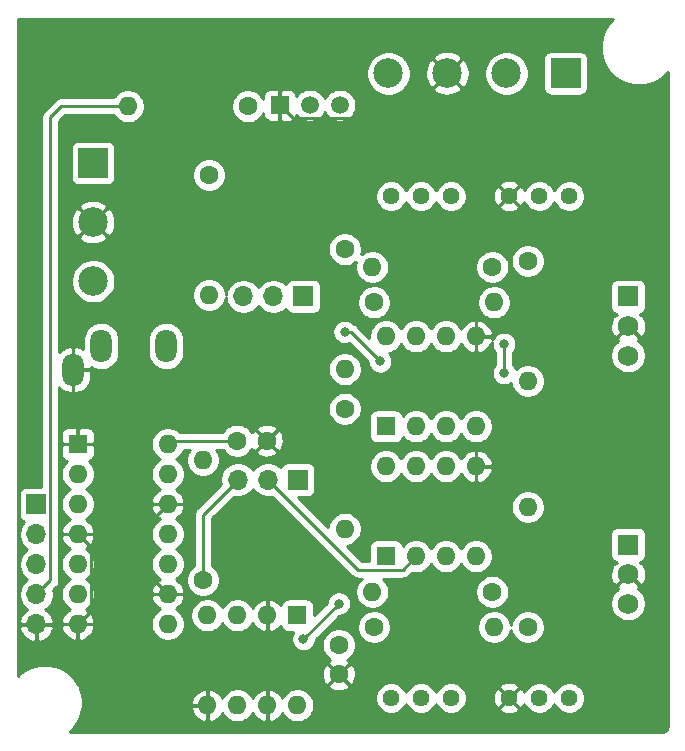
<source format=gbr>
%TF.GenerationSoftware,KiCad,Pcbnew,(5.1.6)-1*%
%TF.CreationDate,2020-09-03T17:42:13-04:00*%
%TF.ProjectId,GalvoDriver,47616c76-6f44-4726-9976-65722e6b6963,rev?*%
%TF.SameCoordinates,Original*%
%TF.FileFunction,Copper,L4,Bot*%
%TF.FilePolarity,Positive*%
%FSLAX46Y46*%
G04 Gerber Fmt 4.6, Leading zero omitted, Abs format (unit mm)*
G04 Created by KiCad (PCBNEW (5.1.6)-1) date 2020-09-03 17:42:13*
%MOMM*%
%LPD*%
G01*
G04 APERTURE LIST*
%TA.AperFunction,ComponentPad*%
%ADD10C,1.600000*%
%TD*%
%TA.AperFunction,ComponentPad*%
%ADD11O,1.600000X1.600000*%
%TD*%
%TA.AperFunction,ComponentPad*%
%ADD12C,1.440000*%
%TD*%
%TA.AperFunction,ComponentPad*%
%ADD13R,1.600000X1.600000*%
%TD*%
%TA.AperFunction,ComponentPad*%
%ADD14R,1.700000X1.700000*%
%TD*%
%TA.AperFunction,ComponentPad*%
%ADD15O,1.700000X1.700000*%
%TD*%
%TA.AperFunction,ComponentPad*%
%ADD16O,1.800000X2.800000*%
%TD*%
%TA.AperFunction,ComponentPad*%
%ADD17C,1.750000*%
%TD*%
%TA.AperFunction,ComponentPad*%
%ADD18R,1.750000X1.750000*%
%TD*%
%TA.AperFunction,ComponentPad*%
%ADD19C,2.500000*%
%TD*%
%TA.AperFunction,ComponentPad*%
%ADD20R,2.500000X2.500000*%
%TD*%
%TA.AperFunction,ComponentPad*%
%ADD21R,1.520000X1.520000*%
%TD*%
%TA.AperFunction,ComponentPad*%
%ADD22C,1.520000*%
%TD*%
%TA.AperFunction,ViaPad*%
%ADD23C,0.800000*%
%TD*%
%TA.AperFunction,Conductor*%
%ADD24C,0.250000*%
%TD*%
%TA.AperFunction,Conductor*%
%ADD25C,0.254000*%
%TD*%
G04 APERTURE END LIST*
D10*
%TO.P,C1,1*%
%TO.N,VDD*%
X61000000Y-88500000D03*
%TO.P,C1,2*%
%TO.N,GND*%
X61000000Y-91000000D03*
%TD*%
D11*
%TO.P,R1,2*%
%TO.N,Net-(R1-Pad2)*%
X74160000Y-59500000D03*
D10*
%TO.P,R1,1*%
%TO.N,A_ILDA+*%
X64000000Y-59500000D03*
%TD*%
%TO.P,R2,1*%
%TO.N,Net-(J4-Pad1)*%
X61500000Y-55000000D03*
D11*
%TO.P,R2,2*%
%TO.N,DAC_A*%
X61500000Y-65160000D03*
%TD*%
D10*
%TO.P,R3,1*%
%TO.N,Net-(R1-Pad2)*%
X74000000Y-56500000D03*
D11*
%TO.P,R3,2*%
%TO.N,A_ILDA-*%
X63840000Y-56500000D03*
%TD*%
%TO.P,R4,2*%
%TO.N,+VIN*%
X77000000Y-66160000D03*
D10*
%TO.P,R4,1*%
%TO.N,Net-(R4-Pad1)*%
X77000000Y-56000000D03*
%TD*%
D11*
%TO.P,R5,2*%
%TO.N,Net-(R5-Pad2)*%
X74160000Y-87000000D03*
D10*
%TO.P,R5,1*%
%TO.N,B_ILDA+*%
X64000000Y-87000000D03*
%TD*%
%TO.P,R6,1*%
%TO.N,Net-(J5-Pad1)*%
X61500000Y-68500000D03*
D11*
%TO.P,R6,2*%
%TO.N,DAC_B*%
X61500000Y-78660000D03*
%TD*%
D10*
%TO.P,R7,1*%
%TO.N,Net-(R5-Pad2)*%
X74000000Y-84000000D03*
D11*
%TO.P,R7,2*%
%TO.N,B_ILDA-*%
X63840000Y-84000000D03*
%TD*%
%TO.P,R8,2*%
%TO.N,+VIN*%
X77000000Y-76840000D03*
D10*
%TO.P,R8,1*%
%TO.N,Net-(R8-Pad1)*%
X77000000Y-87000000D03*
%TD*%
D12*
%TO.P,RV1,3*%
%TO.N,Net-(RV1-Pad3)*%
X65420000Y-50500000D03*
%TO.P,RV1,2*%
%TO.N,A_ILDA-*%
X67960000Y-50500000D03*
%TO.P,RV1,1*%
%TO.N,Net-(J4-Pad2)*%
X70500000Y-50500000D03*
%TD*%
%TO.P,RV2,1*%
%TO.N,Net-(R4-Pad1)*%
X80500000Y-50500000D03*
%TO.P,RV2,2*%
%TO.N,Net-(RV2-Pad2)*%
X77960000Y-50500000D03*
%TO.P,RV2,3*%
%TO.N,GND*%
X75420000Y-50500000D03*
%TD*%
%TO.P,RV3,1*%
%TO.N,Net-(J5-Pad2)*%
X70500000Y-93000000D03*
%TO.P,RV3,2*%
%TO.N,B_ILDA-*%
X67960000Y-93000000D03*
%TO.P,RV3,3*%
%TO.N,Net-(RV3-Pad3)*%
X65420000Y-93000000D03*
%TD*%
%TO.P,RV4,3*%
%TO.N,GND*%
X75420000Y-93000000D03*
%TO.P,RV4,2*%
%TO.N,Net-(RV4-Pad2)*%
X77960000Y-93000000D03*
%TO.P,RV4,1*%
%TO.N,Net-(R8-Pad1)*%
X80500000Y-93000000D03*
%TD*%
D11*
%TO.P,U1,8*%
%TO.N,+VIN*%
X65000000Y-62380000D03*
%TO.P,U1,4*%
%TO.N,-VIN*%
X72620000Y-70000000D03*
%TO.P,U1,7*%
%TO.N,A_ILDA+*%
X67540000Y-62380000D03*
%TO.P,U1,3*%
%TO.N,Net-(RV2-Pad2)*%
X70080000Y-70000000D03*
%TO.P,U1,6*%
%TO.N,Net-(R1-Pad2)*%
X70080000Y-62380000D03*
%TO.P,U1,2*%
%TO.N,Net-(J4-Pad2)*%
X67540000Y-70000000D03*
%TO.P,U1,5*%
%TO.N,GND*%
X72620000Y-62380000D03*
D13*
%TO.P,U1,1*%
%TO.N,A_ILDA-*%
X65000000Y-70000000D03*
%TD*%
D11*
%TO.P,U2,8*%
%TO.N,DAC_A*%
X57500000Y-93620000D03*
%TO.P,U2,4*%
%TO.N,MOSI*%
X49880000Y-86000000D03*
%TO.P,U2,7*%
%TO.N,GND*%
X54960000Y-93620000D03*
%TO.P,U2,3*%
%TO.N,CLK*%
X52420000Y-86000000D03*
%TO.P,U2,6*%
%TO.N,DAC_B*%
X52420000Y-93620000D03*
%TO.P,U2,2*%
%TO.N,GND*%
X54960000Y-86000000D03*
%TO.P,U2,5*%
X49880000Y-93620000D03*
D13*
%TO.P,U2,1*%
%TO.N,VDD*%
X57500000Y-86000000D03*
%TD*%
%TO.P,U3,1*%
%TO.N,B_ILDA-*%
X65000000Y-81000000D03*
D11*
%TO.P,U3,5*%
%TO.N,GND*%
X72620000Y-73380000D03*
%TO.P,U3,2*%
%TO.N,Net-(J5-Pad2)*%
X67540000Y-81000000D03*
%TO.P,U3,6*%
%TO.N,Net-(R5-Pad2)*%
X70080000Y-73380000D03*
%TO.P,U3,3*%
%TO.N,Net-(RV4-Pad2)*%
X70080000Y-81000000D03*
%TO.P,U3,7*%
%TO.N,B_ILDA+*%
X67540000Y-73380000D03*
%TO.P,U3,4*%
%TO.N,-VIN*%
X72620000Y-81000000D03*
%TO.P,U3,8*%
%TO.N,+VIN*%
X65000000Y-73380000D03*
%TD*%
D14*
%TO.P,J4,1*%
%TO.N,Net-(J4-Pad1)*%
X58000000Y-59000000D03*
D15*
%TO.P,J4,2*%
%TO.N,Net-(J4-Pad2)*%
X55460000Y-59000000D03*
%TO.P,J4,3*%
%TO.N,Net-(J4-Pad3)*%
X52920000Y-59000000D03*
%TD*%
%TO.P,J5,3*%
%TO.N,Net-(J5-Pad3)*%
X52460000Y-74500000D03*
%TO.P,J5,2*%
%TO.N,Net-(J5-Pad2)*%
X55000000Y-74500000D03*
D14*
%TO.P,J5,1*%
%TO.N,Net-(J5-Pad1)*%
X57540000Y-74500000D03*
%TD*%
D16*
%TO.P,J6,S*%
%TO.N,GND*%
X38500000Y-65200000D03*
%TO.P,J6,T*%
%TO.N,AUDIO_L*%
X40900000Y-63200000D03*
%TO.P,J6,R*%
%TO.N,AUDIO_R*%
X46400000Y-63200000D03*
%TD*%
D11*
%TO.P,R9,2*%
%TO.N,AUDIO_L*%
X50000000Y-58860000D03*
D10*
%TO.P,R9,1*%
%TO.N,Net-(J4-Pad3)*%
X50000000Y-48700000D03*
%TD*%
%TO.P,R10,1*%
%TO.N,Net-(J5-Pad3)*%
X49500000Y-83000000D03*
D11*
%TO.P,R10,2*%
%TO.N,AUDIO_R*%
X49500000Y-72840000D03*
%TD*%
D17*
%TO.P,J2,3*%
%TO.N,A_ILDA-*%
X85500000Y-64000000D03*
%TO.P,J2,2*%
%TO.N,GND*%
X85500000Y-61500000D03*
D18*
%TO.P,J2,1*%
%TO.N,A_ILDA+*%
X85500000Y-59000000D03*
%TD*%
%TO.P,J7,1*%
%TO.N,B_ILDA+*%
X85500000Y-80000000D03*
D17*
%TO.P,J7,2*%
%TO.N,GND*%
X85500000Y-82500000D03*
%TO.P,J7,3*%
%TO.N,B_ILDA-*%
X85500000Y-85000000D03*
%TD*%
D19*
%TO.P,J1,2*%
%TO.N,GND*%
X40200000Y-52700000D03*
D20*
%TO.P,J1,1*%
%TO.N,+VIN*%
X40200000Y-47700000D03*
D19*
%TO.P,J1,3*%
%TO.N,-VIN*%
X40200000Y-57700000D03*
%TD*%
%TO.P,J8,2*%
%TO.N,VSS*%
X75200000Y-40100000D03*
D20*
%TO.P,J8,1*%
%TO.N,Net-(J8-Pad1)*%
X80200000Y-40100000D03*
D19*
%TO.P,J8,3*%
%TO.N,GND*%
X70200000Y-40100000D03*
%TO.P,J8,4*%
%TO.N,VSS*%
X65200000Y-40100000D03*
%TD*%
D11*
%TO.P,R11,2*%
%TO.N,LASER*%
X43140000Y-42900000D03*
D10*
%TO.P,R11,1*%
%TO.N,Net-(Q1-Pad2)*%
X53300000Y-42900000D03*
%TD*%
D15*
%TO.P,J3,5*%
%TO.N,GND*%
X35400000Y-86760000D03*
%TO.P,J3,4*%
%TO.N,LASER*%
X35400000Y-84220000D03*
%TO.P,J3,3*%
%TO.N,Net-(J3-Pad3)*%
X35400000Y-81680000D03*
%TO.P,J3,2*%
%TO.N,Net-(J3-Pad2)*%
X35400000Y-79140000D03*
D14*
%TO.P,J3,1*%
%TO.N,VDD*%
X35400000Y-76600000D03*
%TD*%
D21*
%TO.P,Q1,1*%
%TO.N,GND*%
X56000000Y-42800000D03*
D22*
%TO.P,Q1,3*%
%TO.N,Net-(J8-Pad1)*%
X61080000Y-42800000D03*
%TO.P,Q1,2*%
%TO.N,Net-(Q1-Pad2)*%
X58540000Y-42800000D03*
%TD*%
D11*
%TO.P,U4,14*%
%TO.N,VDD*%
X46520000Y-71500000D03*
%TO.P,U4,7*%
%TO.N,GND*%
X38900000Y-86740000D03*
%TO.P,U4,13*%
%TO.N,VDD*%
X46520000Y-74040000D03*
%TO.P,U4,6*%
%TO.N,MOSI*%
X38900000Y-84200000D03*
%TO.P,U4,12*%
%TO.N,GND*%
X46520000Y-76580000D03*
%TO.P,U4,5*%
%TO.N,Net-(J3-Pad3)*%
X38900000Y-81660000D03*
%TO.P,U4,11*%
%TO.N,Net-(U4-Pad11)*%
X46520000Y-79120000D03*
%TO.P,U4,4*%
%TO.N,GND*%
X38900000Y-79120000D03*
%TO.P,U4,10*%
%TO.N,VDD*%
X46520000Y-81660000D03*
%TO.P,U4,3*%
%TO.N,CLK*%
X38900000Y-76580000D03*
%TO.P,U4,9*%
%TO.N,GND*%
X46520000Y-84200000D03*
%TO.P,U4,2*%
%TO.N,Net-(J3-Pad2)*%
X38900000Y-74040000D03*
%TO.P,U4,8*%
%TO.N,Net-(U4-Pad8)*%
X46520000Y-86740000D03*
D13*
%TO.P,U4,1*%
%TO.N,GND*%
X38900000Y-71500000D03*
%TD*%
D10*
%TO.P,C2,2*%
%TO.N,GND*%
X54900000Y-71200000D03*
%TO.P,C2,1*%
%TO.N,VDD*%
X52400000Y-71200000D03*
%TD*%
D23*
%TO.N,Net-(RV2-Pad2)*%
X75000000Y-63000000D03*
X75000000Y-65500000D03*
%TO.N,Net-(J4-Pad2)*%
X64500000Y-64500000D03*
X61500000Y-62000000D03*
%TO.N,DAC_B*%
X58000000Y-88000000D03*
X61000000Y-85000000D03*
%TD*%
D24*
%TO.N,VDD*%
X46820000Y-71200000D02*
X46520000Y-71500000D01*
X52400000Y-71200000D02*
X46820000Y-71200000D01*
%TO.N,Net-(RV2-Pad2)*%
X75000000Y-63000000D02*
X75000000Y-65500000D01*
%TO.N,GND*%
X43980000Y-79120000D02*
X46520000Y-76580000D01*
X38900000Y-79120000D02*
X43980000Y-79120000D01*
X41440000Y-79120000D02*
X46520000Y-84200000D01*
X38900000Y-79120000D02*
X41440000Y-79120000D01*
X38880000Y-86760000D02*
X38900000Y-86740000D01*
X35400000Y-86760000D02*
X38880000Y-86760000D01*
X40025001Y-85614999D02*
X38900000Y-86740000D01*
X40025001Y-80245001D02*
X40025001Y-85614999D01*
X38900000Y-79120000D02*
X40025001Y-80245001D01*
X66414999Y-43885001D02*
X70200000Y-40100000D01*
X57085001Y-43885001D02*
X66414999Y-43885001D01*
X56000000Y-42800000D02*
X57085001Y-43885001D01*
%TO.N,Net-(J4-Pad2)*%
X64500000Y-64500000D02*
X62000000Y-62000000D01*
X62000000Y-62000000D02*
X61500000Y-62000000D01*
%TO.N,Net-(J5-Pad3)*%
X49500000Y-77460000D02*
X52460000Y-74500000D01*
X49500000Y-83000000D02*
X49500000Y-77460000D01*
%TO.N,Net-(J5-Pad2)*%
X62625001Y-82125001D02*
X55000000Y-74500000D01*
X66414999Y-82125001D02*
X62625001Y-82125001D01*
X67540000Y-81000000D02*
X66414999Y-82125001D01*
%TO.N,DAC_B*%
X58000000Y-88000000D02*
X61000000Y-85000000D01*
%TO.N,LASER*%
X36575001Y-83044999D02*
X36575001Y-43824999D01*
X35400000Y-84220000D02*
X36575001Y-83044999D01*
X37500000Y-42900000D02*
X43140000Y-42900000D01*
X36575001Y-43824999D02*
X37500000Y-42900000D01*
%TD*%
D25*
%TO.N,GND*%
G36*
X83893425Y-35842907D02*
G01*
X83540270Y-36371442D01*
X83297012Y-36958719D01*
X83173000Y-37582168D01*
X83173000Y-38217832D01*
X83297012Y-38841281D01*
X83540270Y-39428558D01*
X83893425Y-39957093D01*
X84342907Y-40406575D01*
X84871442Y-40759730D01*
X85458719Y-41002988D01*
X86082168Y-41127000D01*
X86717832Y-41127000D01*
X87341281Y-41002988D01*
X87928558Y-40759730D01*
X88457093Y-40406575D01*
X88840001Y-40023667D01*
X88840000Y-95467721D01*
X88830420Y-95565424D01*
X88811420Y-95628357D01*
X88780554Y-95686406D01*
X88739011Y-95737343D01*
X88688356Y-95779248D01*
X88630529Y-95810515D01*
X88567728Y-95829956D01*
X88472165Y-95840000D01*
X38223668Y-95840000D01*
X38606575Y-95457093D01*
X38959730Y-94928558D01*
X39202988Y-94341281D01*
X39297294Y-93867172D01*
X48466446Y-93867172D01*
X48541828Y-94138193D01*
X48668635Y-94389300D01*
X48841994Y-94610844D01*
X49055243Y-94794310D01*
X49300187Y-94932648D01*
X49567413Y-95020542D01*
X49632828Y-95033553D01*
X49857000Y-94896043D01*
X49857000Y-93643000D01*
X48603933Y-93643000D01*
X48466446Y-93867172D01*
X39297294Y-93867172D01*
X39327000Y-93717832D01*
X39327000Y-93372828D01*
X48466446Y-93372828D01*
X48603933Y-93597000D01*
X49857000Y-93597000D01*
X49857000Y-92343957D01*
X49903000Y-92343957D01*
X49903000Y-93597000D01*
X49923000Y-93597000D01*
X49923000Y-93643000D01*
X49903000Y-93643000D01*
X49903000Y-94896043D01*
X50127172Y-95033553D01*
X50192587Y-95020542D01*
X50459813Y-94932648D01*
X50704757Y-94794310D01*
X50918006Y-94610844D01*
X51091365Y-94389300D01*
X51143038Y-94286975D01*
X51148320Y-94299727D01*
X51305363Y-94534759D01*
X51505241Y-94734637D01*
X51740273Y-94891680D01*
X52001426Y-94999853D01*
X52278665Y-95055000D01*
X52561335Y-95055000D01*
X52838574Y-94999853D01*
X53099727Y-94891680D01*
X53334759Y-94734637D01*
X53534637Y-94534759D01*
X53691680Y-94299727D01*
X53696962Y-94286975D01*
X53748635Y-94389300D01*
X53921994Y-94610844D01*
X54135243Y-94794310D01*
X54380187Y-94932648D01*
X54647413Y-95020542D01*
X54712828Y-95033553D01*
X54937000Y-94896043D01*
X54937000Y-93643000D01*
X54917000Y-93643000D01*
X54917000Y-93597000D01*
X54937000Y-93597000D01*
X54937000Y-92343957D01*
X54983000Y-92343957D01*
X54983000Y-93597000D01*
X55003000Y-93597000D01*
X55003000Y-93643000D01*
X54983000Y-93643000D01*
X54983000Y-94896043D01*
X55207172Y-95033553D01*
X55272587Y-95020542D01*
X55539813Y-94932648D01*
X55784757Y-94794310D01*
X55998006Y-94610844D01*
X56171365Y-94389300D01*
X56223038Y-94286975D01*
X56228320Y-94299727D01*
X56385363Y-94534759D01*
X56585241Y-94734637D01*
X56820273Y-94891680D01*
X57081426Y-94999853D01*
X57358665Y-95055000D01*
X57641335Y-95055000D01*
X57918574Y-94999853D01*
X58179727Y-94891680D01*
X58414759Y-94734637D01*
X58614637Y-94534759D01*
X58771680Y-94299727D01*
X58879853Y-94038574D01*
X58935000Y-93761335D01*
X58935000Y-93478665D01*
X58879853Y-93201426D01*
X58771680Y-92940273D01*
X58722416Y-92866544D01*
X64065000Y-92866544D01*
X64065000Y-93133456D01*
X64117072Y-93395239D01*
X64219215Y-93641833D01*
X64367503Y-93863762D01*
X64556238Y-94052497D01*
X64778167Y-94200785D01*
X65024761Y-94302928D01*
X65286544Y-94355000D01*
X65553456Y-94355000D01*
X65815239Y-94302928D01*
X66061833Y-94200785D01*
X66283762Y-94052497D01*
X66472497Y-93863762D01*
X66620785Y-93641833D01*
X66690000Y-93474734D01*
X66759215Y-93641833D01*
X66907503Y-93863762D01*
X67096238Y-94052497D01*
X67318167Y-94200785D01*
X67564761Y-94302928D01*
X67826544Y-94355000D01*
X68093456Y-94355000D01*
X68355239Y-94302928D01*
X68601833Y-94200785D01*
X68823762Y-94052497D01*
X69012497Y-93863762D01*
X69160785Y-93641833D01*
X69230000Y-93474734D01*
X69299215Y-93641833D01*
X69447503Y-93863762D01*
X69636238Y-94052497D01*
X69858167Y-94200785D01*
X70104761Y-94302928D01*
X70366544Y-94355000D01*
X70633456Y-94355000D01*
X70895239Y-94302928D01*
X71141833Y-94200785D01*
X71363762Y-94052497D01*
X71549639Y-93866620D01*
X74585907Y-93866620D01*
X74638419Y-94114884D01*
X74870940Y-94245941D01*
X75124561Y-94329116D01*
X75389535Y-94361214D01*
X75655680Y-94341003D01*
X75912769Y-94269257D01*
X76150920Y-94148734D01*
X76201581Y-94114884D01*
X76254093Y-93866620D01*
X75420000Y-93032527D01*
X74585907Y-93866620D01*
X71549639Y-93866620D01*
X71552497Y-93863762D01*
X71700785Y-93641833D01*
X71802928Y-93395239D01*
X71855000Y-93133456D01*
X71855000Y-92969535D01*
X74058786Y-92969535D01*
X74078997Y-93235680D01*
X74150743Y-93492769D01*
X74271266Y-93730920D01*
X74305116Y-93781581D01*
X74553380Y-93834093D01*
X75387473Y-93000000D01*
X75452527Y-93000000D01*
X76286620Y-93834093D01*
X76534884Y-93781581D01*
X76665941Y-93549060D01*
X76690177Y-93475160D01*
X76759215Y-93641833D01*
X76907503Y-93863762D01*
X77096238Y-94052497D01*
X77318167Y-94200785D01*
X77564761Y-94302928D01*
X77826544Y-94355000D01*
X78093456Y-94355000D01*
X78355239Y-94302928D01*
X78601833Y-94200785D01*
X78823762Y-94052497D01*
X79012497Y-93863762D01*
X79160785Y-93641833D01*
X79230000Y-93474734D01*
X79299215Y-93641833D01*
X79447503Y-93863762D01*
X79636238Y-94052497D01*
X79858167Y-94200785D01*
X80104761Y-94302928D01*
X80366544Y-94355000D01*
X80633456Y-94355000D01*
X80895239Y-94302928D01*
X81141833Y-94200785D01*
X81363762Y-94052497D01*
X81552497Y-93863762D01*
X81700785Y-93641833D01*
X81802928Y-93395239D01*
X81855000Y-93133456D01*
X81855000Y-92866544D01*
X81802928Y-92604761D01*
X81700785Y-92358167D01*
X81552497Y-92136238D01*
X81363762Y-91947503D01*
X81141833Y-91799215D01*
X80895239Y-91697072D01*
X80633456Y-91645000D01*
X80366544Y-91645000D01*
X80104761Y-91697072D01*
X79858167Y-91799215D01*
X79636238Y-91947503D01*
X79447503Y-92136238D01*
X79299215Y-92358167D01*
X79230000Y-92525266D01*
X79160785Y-92358167D01*
X79012497Y-92136238D01*
X78823762Y-91947503D01*
X78601833Y-91799215D01*
X78355239Y-91697072D01*
X78093456Y-91645000D01*
X77826544Y-91645000D01*
X77564761Y-91697072D01*
X77318167Y-91799215D01*
X77096238Y-91947503D01*
X76907503Y-92136238D01*
X76759215Y-92358167D01*
X76692563Y-92519078D01*
X76689257Y-92507231D01*
X76568734Y-92269080D01*
X76534884Y-92218419D01*
X76286620Y-92165907D01*
X75452527Y-93000000D01*
X75387473Y-93000000D01*
X74553380Y-92165907D01*
X74305116Y-92218419D01*
X74174059Y-92450940D01*
X74090884Y-92704561D01*
X74058786Y-92969535D01*
X71855000Y-92969535D01*
X71855000Y-92866544D01*
X71802928Y-92604761D01*
X71700785Y-92358167D01*
X71552497Y-92136238D01*
X71549639Y-92133380D01*
X74585907Y-92133380D01*
X75420000Y-92967473D01*
X76254093Y-92133380D01*
X76201581Y-91885116D01*
X75969060Y-91754059D01*
X75715439Y-91670884D01*
X75450465Y-91638786D01*
X75184320Y-91658997D01*
X74927231Y-91730743D01*
X74689080Y-91851266D01*
X74638419Y-91885116D01*
X74585907Y-92133380D01*
X71549639Y-92133380D01*
X71363762Y-91947503D01*
X71141833Y-91799215D01*
X70895239Y-91697072D01*
X70633456Y-91645000D01*
X70366544Y-91645000D01*
X70104761Y-91697072D01*
X69858167Y-91799215D01*
X69636238Y-91947503D01*
X69447503Y-92136238D01*
X69299215Y-92358167D01*
X69230000Y-92525266D01*
X69160785Y-92358167D01*
X69012497Y-92136238D01*
X68823762Y-91947503D01*
X68601833Y-91799215D01*
X68355239Y-91697072D01*
X68093456Y-91645000D01*
X67826544Y-91645000D01*
X67564761Y-91697072D01*
X67318167Y-91799215D01*
X67096238Y-91947503D01*
X66907503Y-92136238D01*
X66759215Y-92358167D01*
X66690000Y-92525266D01*
X66620785Y-92358167D01*
X66472497Y-92136238D01*
X66283762Y-91947503D01*
X66061833Y-91799215D01*
X65815239Y-91697072D01*
X65553456Y-91645000D01*
X65286544Y-91645000D01*
X65024761Y-91697072D01*
X64778167Y-91799215D01*
X64556238Y-91947503D01*
X64367503Y-92136238D01*
X64219215Y-92358167D01*
X64117072Y-92604761D01*
X64065000Y-92866544D01*
X58722416Y-92866544D01*
X58614637Y-92705241D01*
X58414759Y-92505363D01*
X58179727Y-92348320D01*
X57918574Y-92240147D01*
X57641335Y-92185000D01*
X57358665Y-92185000D01*
X57081426Y-92240147D01*
X56820273Y-92348320D01*
X56585241Y-92505363D01*
X56385363Y-92705241D01*
X56228320Y-92940273D01*
X56223038Y-92953025D01*
X56171365Y-92850700D01*
X55998006Y-92629156D01*
X55784757Y-92445690D01*
X55539813Y-92307352D01*
X55272587Y-92219458D01*
X55207172Y-92206447D01*
X54983000Y-92343957D01*
X54937000Y-92343957D01*
X54712828Y-92206447D01*
X54647413Y-92219458D01*
X54380187Y-92307352D01*
X54135243Y-92445690D01*
X53921994Y-92629156D01*
X53748635Y-92850700D01*
X53696962Y-92953025D01*
X53691680Y-92940273D01*
X53534637Y-92705241D01*
X53334759Y-92505363D01*
X53099727Y-92348320D01*
X52838574Y-92240147D01*
X52561335Y-92185000D01*
X52278665Y-92185000D01*
X52001426Y-92240147D01*
X51740273Y-92348320D01*
X51505241Y-92505363D01*
X51305363Y-92705241D01*
X51148320Y-92940273D01*
X51143038Y-92953025D01*
X51091365Y-92850700D01*
X50918006Y-92629156D01*
X50704757Y-92445690D01*
X50459813Y-92307352D01*
X50192587Y-92219458D01*
X50127172Y-92206447D01*
X49903000Y-92343957D01*
X49857000Y-92343957D01*
X49632828Y-92206447D01*
X49567413Y-92219458D01*
X49300187Y-92307352D01*
X49055243Y-92445690D01*
X48841994Y-92629156D01*
X48668635Y-92850700D01*
X48541828Y-93101807D01*
X48466446Y-93372828D01*
X39327000Y-93372828D01*
X39327000Y-93082168D01*
X39202988Y-92458719D01*
X38981282Y-91923472D01*
X60109055Y-91923472D01*
X60171162Y-92179928D01*
X60417280Y-92318954D01*
X60685792Y-92407293D01*
X60966379Y-92441551D01*
X61248257Y-92420411D01*
X61520595Y-92344686D01*
X61772928Y-92217285D01*
X61828838Y-92179928D01*
X61890945Y-91923472D01*
X61000000Y-91032527D01*
X60109055Y-91923472D01*
X38981282Y-91923472D01*
X38959730Y-91871442D01*
X38606575Y-91342907D01*
X38230047Y-90966379D01*
X59558449Y-90966379D01*
X59579589Y-91248257D01*
X59655314Y-91520595D01*
X59782715Y-91772928D01*
X59820072Y-91828838D01*
X60076528Y-91890945D01*
X60967473Y-91000000D01*
X61032527Y-91000000D01*
X61923472Y-91890945D01*
X62179928Y-91828838D01*
X62318954Y-91582720D01*
X62407293Y-91314208D01*
X62441551Y-91033621D01*
X62420411Y-90751743D01*
X62344686Y-90479405D01*
X62217285Y-90227072D01*
X62179928Y-90171162D01*
X61923472Y-90109055D01*
X61032527Y-91000000D01*
X60967473Y-91000000D01*
X60076528Y-90109055D01*
X59820072Y-90171162D01*
X59681046Y-90417280D01*
X59592707Y-90685792D01*
X59558449Y-90966379D01*
X38230047Y-90966379D01*
X38157093Y-90893425D01*
X37628558Y-90540270D01*
X37041281Y-90297012D01*
X36417832Y-90173000D01*
X35782168Y-90173000D01*
X35158719Y-90297012D01*
X34571442Y-90540270D01*
X34042907Y-90893425D01*
X33827000Y-91109332D01*
X33827000Y-87014994D01*
X33937057Y-87014994D01*
X33950833Y-87084259D01*
X34041938Y-87360747D01*
X34185233Y-87614149D01*
X34375211Y-87834726D01*
X34604571Y-88014002D01*
X34864499Y-88145087D01*
X35145006Y-88222944D01*
X35377000Y-88086073D01*
X35377000Y-86783000D01*
X35423000Y-86783000D01*
X35423000Y-88086073D01*
X35654994Y-88222944D01*
X35935501Y-88145087D01*
X36195429Y-88014002D01*
X36424789Y-87834726D01*
X36614767Y-87614149D01*
X36758062Y-87360747D01*
X36849167Y-87084259D01*
X36862943Y-87014994D01*
X36846527Y-86987172D01*
X37486447Y-86987172D01*
X37499458Y-87052587D01*
X37587352Y-87319813D01*
X37725690Y-87564757D01*
X37909156Y-87778006D01*
X38130700Y-87951365D01*
X38381807Y-88078172D01*
X38652828Y-88153554D01*
X38877000Y-88016067D01*
X38877000Y-86763000D01*
X38923000Y-86763000D01*
X38923000Y-88016067D01*
X39147172Y-88153554D01*
X39418193Y-88078172D01*
X39669300Y-87951365D01*
X39890844Y-87778006D01*
X40074310Y-87564757D01*
X40212648Y-87319813D01*
X40300542Y-87052587D01*
X40313553Y-86987172D01*
X40176043Y-86763000D01*
X38923000Y-86763000D01*
X38877000Y-86763000D01*
X37623957Y-86763000D01*
X37486447Y-86987172D01*
X36846527Y-86987172D01*
X36726051Y-86783000D01*
X35423000Y-86783000D01*
X35377000Y-86783000D01*
X34073949Y-86783000D01*
X33937057Y-87014994D01*
X33827000Y-87014994D01*
X33827000Y-75750000D01*
X33911928Y-75750000D01*
X33911928Y-77450000D01*
X33924188Y-77574482D01*
X33960498Y-77694180D01*
X34019463Y-77804494D01*
X34098815Y-77901185D01*
X34195506Y-77980537D01*
X34305820Y-78039502D01*
X34378380Y-78061513D01*
X34246525Y-78193368D01*
X34084010Y-78436589D01*
X33972068Y-78706842D01*
X33915000Y-78993740D01*
X33915000Y-79286260D01*
X33972068Y-79573158D01*
X34084010Y-79843411D01*
X34246525Y-80086632D01*
X34453368Y-80293475D01*
X34627760Y-80410000D01*
X34453368Y-80526525D01*
X34246525Y-80733368D01*
X34084010Y-80976589D01*
X33972068Y-81246842D01*
X33915000Y-81533740D01*
X33915000Y-81826260D01*
X33972068Y-82113158D01*
X34084010Y-82383411D01*
X34246525Y-82626632D01*
X34453368Y-82833475D01*
X34627760Y-82950000D01*
X34453368Y-83066525D01*
X34246525Y-83273368D01*
X34084010Y-83516589D01*
X33972068Y-83786842D01*
X33915000Y-84073740D01*
X33915000Y-84366260D01*
X33972068Y-84653158D01*
X34084010Y-84923411D01*
X34246525Y-85166632D01*
X34453368Y-85373475D01*
X34631430Y-85492452D01*
X34604571Y-85505998D01*
X34375211Y-85685274D01*
X34185233Y-85905851D01*
X34041938Y-86159253D01*
X33950833Y-86435741D01*
X33937057Y-86505006D01*
X34073949Y-86737000D01*
X35377000Y-86737000D01*
X35377000Y-86717000D01*
X35423000Y-86717000D01*
X35423000Y-86737000D01*
X36726051Y-86737000D01*
X36862943Y-86505006D01*
X36849167Y-86435741D01*
X36758062Y-86159253D01*
X36614767Y-85905851D01*
X36424789Y-85685274D01*
X36195429Y-85505998D01*
X36168570Y-85492452D01*
X36346632Y-85373475D01*
X36553475Y-85166632D01*
X36715990Y-84923411D01*
X36827932Y-84653158D01*
X36885000Y-84366260D01*
X36885000Y-84073740D01*
X36841210Y-83853592D01*
X37086005Y-83608797D01*
X37115002Y-83585000D01*
X37209975Y-83469275D01*
X37280547Y-83337246D01*
X37324004Y-83193985D01*
X37335001Y-83082332D01*
X37335001Y-83082323D01*
X37338677Y-83045000D01*
X37335001Y-83007677D01*
X37335001Y-81518665D01*
X37465000Y-81518665D01*
X37465000Y-81801335D01*
X37520147Y-82078574D01*
X37628320Y-82339727D01*
X37785363Y-82574759D01*
X37985241Y-82774637D01*
X38217759Y-82930000D01*
X37985241Y-83085363D01*
X37785363Y-83285241D01*
X37628320Y-83520273D01*
X37520147Y-83781426D01*
X37465000Y-84058665D01*
X37465000Y-84341335D01*
X37520147Y-84618574D01*
X37628320Y-84879727D01*
X37785363Y-85114759D01*
X37985241Y-85314637D01*
X38220273Y-85471680D01*
X38233025Y-85476962D01*
X38130700Y-85528635D01*
X37909156Y-85701994D01*
X37725690Y-85915243D01*
X37587352Y-86160187D01*
X37499458Y-86427413D01*
X37486447Y-86492828D01*
X37623957Y-86717000D01*
X38877000Y-86717000D01*
X38877000Y-86697000D01*
X38923000Y-86697000D01*
X38923000Y-86717000D01*
X40176043Y-86717000D01*
X40248631Y-86598665D01*
X45085000Y-86598665D01*
X45085000Y-86881335D01*
X45140147Y-87158574D01*
X45248320Y-87419727D01*
X45405363Y-87654759D01*
X45605241Y-87854637D01*
X45840273Y-88011680D01*
X46101426Y-88119853D01*
X46378665Y-88175000D01*
X46661335Y-88175000D01*
X46938574Y-88119853D01*
X47199727Y-88011680D01*
X47434759Y-87854637D01*
X47634637Y-87654759D01*
X47791680Y-87419727D01*
X47899853Y-87158574D01*
X47955000Y-86881335D01*
X47955000Y-86598665D01*
X47899853Y-86321426D01*
X47791680Y-86060273D01*
X47656971Y-85858665D01*
X48445000Y-85858665D01*
X48445000Y-86141335D01*
X48500147Y-86418574D01*
X48608320Y-86679727D01*
X48765363Y-86914759D01*
X48965241Y-87114637D01*
X49200273Y-87271680D01*
X49461426Y-87379853D01*
X49738665Y-87435000D01*
X50021335Y-87435000D01*
X50298574Y-87379853D01*
X50559727Y-87271680D01*
X50794759Y-87114637D01*
X50994637Y-86914759D01*
X51150000Y-86682241D01*
X51305363Y-86914759D01*
X51505241Y-87114637D01*
X51740273Y-87271680D01*
X52001426Y-87379853D01*
X52278665Y-87435000D01*
X52561335Y-87435000D01*
X52838574Y-87379853D01*
X53099727Y-87271680D01*
X53334759Y-87114637D01*
X53534637Y-86914759D01*
X53691680Y-86679727D01*
X53696962Y-86666975D01*
X53748635Y-86769300D01*
X53921994Y-86990844D01*
X54135243Y-87174310D01*
X54380187Y-87312648D01*
X54647413Y-87400542D01*
X54712828Y-87413553D01*
X54937000Y-87276043D01*
X54937000Y-86023000D01*
X54917000Y-86023000D01*
X54917000Y-85977000D01*
X54937000Y-85977000D01*
X54937000Y-84723957D01*
X54983000Y-84723957D01*
X54983000Y-85977000D01*
X55003000Y-85977000D01*
X55003000Y-86023000D01*
X54983000Y-86023000D01*
X54983000Y-87276043D01*
X55207172Y-87413553D01*
X55272587Y-87400542D01*
X55539813Y-87312648D01*
X55784757Y-87174310D01*
X55998006Y-86990844D01*
X56071477Y-86896952D01*
X56074188Y-86924482D01*
X56110498Y-87044180D01*
X56169463Y-87154494D01*
X56248815Y-87251185D01*
X56345506Y-87330537D01*
X56455820Y-87389502D01*
X56575518Y-87425812D01*
X56700000Y-87438072D01*
X57130685Y-87438072D01*
X57082795Y-87509744D01*
X57004774Y-87698102D01*
X56965000Y-87898061D01*
X56965000Y-88101939D01*
X57004774Y-88301898D01*
X57082795Y-88490256D01*
X57196063Y-88659774D01*
X57340226Y-88803937D01*
X57509744Y-88917205D01*
X57698102Y-88995226D01*
X57898061Y-89035000D01*
X58101939Y-89035000D01*
X58301898Y-88995226D01*
X58490256Y-88917205D01*
X58659774Y-88803937D01*
X58803937Y-88659774D01*
X58917205Y-88490256D01*
X58971712Y-88358665D01*
X59565000Y-88358665D01*
X59565000Y-88641335D01*
X59620147Y-88918574D01*
X59728320Y-89179727D01*
X59885363Y-89414759D01*
X60085241Y-89614637D01*
X60289566Y-89751162D01*
X60227072Y-89782715D01*
X60171162Y-89820072D01*
X60109055Y-90076528D01*
X61000000Y-90967473D01*
X61890945Y-90076528D01*
X61828838Y-89820072D01*
X61708791Y-89752260D01*
X61914759Y-89614637D01*
X62114637Y-89414759D01*
X62271680Y-89179727D01*
X62379853Y-88918574D01*
X62435000Y-88641335D01*
X62435000Y-88358665D01*
X62379853Y-88081426D01*
X62271680Y-87820273D01*
X62114637Y-87585241D01*
X61914759Y-87385363D01*
X61679727Y-87228320D01*
X61418574Y-87120147D01*
X61141335Y-87065000D01*
X60858665Y-87065000D01*
X60581426Y-87120147D01*
X60320273Y-87228320D01*
X60085241Y-87385363D01*
X59885363Y-87585241D01*
X59728320Y-87820273D01*
X59620147Y-88081426D01*
X59565000Y-88358665D01*
X58971712Y-88358665D01*
X58995226Y-88301898D01*
X59035000Y-88101939D01*
X59035000Y-88039801D01*
X60216136Y-86858665D01*
X62565000Y-86858665D01*
X62565000Y-87141335D01*
X62620147Y-87418574D01*
X62728320Y-87679727D01*
X62885363Y-87914759D01*
X63085241Y-88114637D01*
X63320273Y-88271680D01*
X63581426Y-88379853D01*
X63858665Y-88435000D01*
X64141335Y-88435000D01*
X64418574Y-88379853D01*
X64679727Y-88271680D01*
X64914759Y-88114637D01*
X65114637Y-87914759D01*
X65271680Y-87679727D01*
X65379853Y-87418574D01*
X65435000Y-87141335D01*
X65435000Y-86858665D01*
X72725000Y-86858665D01*
X72725000Y-87141335D01*
X72780147Y-87418574D01*
X72888320Y-87679727D01*
X73045363Y-87914759D01*
X73245241Y-88114637D01*
X73480273Y-88271680D01*
X73741426Y-88379853D01*
X74018665Y-88435000D01*
X74301335Y-88435000D01*
X74578574Y-88379853D01*
X74839727Y-88271680D01*
X75074759Y-88114637D01*
X75274637Y-87914759D01*
X75431680Y-87679727D01*
X75539853Y-87418574D01*
X75580000Y-87216744D01*
X75620147Y-87418574D01*
X75728320Y-87679727D01*
X75885363Y-87914759D01*
X76085241Y-88114637D01*
X76320273Y-88271680D01*
X76581426Y-88379853D01*
X76858665Y-88435000D01*
X77141335Y-88435000D01*
X77418574Y-88379853D01*
X77679727Y-88271680D01*
X77914759Y-88114637D01*
X78114637Y-87914759D01*
X78271680Y-87679727D01*
X78379853Y-87418574D01*
X78435000Y-87141335D01*
X78435000Y-86858665D01*
X78379853Y-86581426D01*
X78271680Y-86320273D01*
X78114637Y-86085241D01*
X77914759Y-85885363D01*
X77679727Y-85728320D01*
X77418574Y-85620147D01*
X77141335Y-85565000D01*
X76858665Y-85565000D01*
X76581426Y-85620147D01*
X76320273Y-85728320D01*
X76085241Y-85885363D01*
X75885363Y-86085241D01*
X75728320Y-86320273D01*
X75620147Y-86581426D01*
X75580000Y-86783256D01*
X75539853Y-86581426D01*
X75431680Y-86320273D01*
X75274637Y-86085241D01*
X75074759Y-85885363D01*
X74839727Y-85728320D01*
X74578574Y-85620147D01*
X74301335Y-85565000D01*
X74018665Y-85565000D01*
X73741426Y-85620147D01*
X73480273Y-85728320D01*
X73245241Y-85885363D01*
X73045363Y-86085241D01*
X72888320Y-86320273D01*
X72780147Y-86581426D01*
X72725000Y-86858665D01*
X65435000Y-86858665D01*
X65379853Y-86581426D01*
X65271680Y-86320273D01*
X65114637Y-86085241D01*
X64914759Y-85885363D01*
X64679727Y-85728320D01*
X64418574Y-85620147D01*
X64141335Y-85565000D01*
X63858665Y-85565000D01*
X63581426Y-85620147D01*
X63320273Y-85728320D01*
X63085241Y-85885363D01*
X62885363Y-86085241D01*
X62728320Y-86320273D01*
X62620147Y-86581426D01*
X62565000Y-86858665D01*
X60216136Y-86858665D01*
X61039802Y-86035000D01*
X61101939Y-86035000D01*
X61301898Y-85995226D01*
X61490256Y-85917205D01*
X61659774Y-85803937D01*
X61803937Y-85659774D01*
X61917205Y-85490256D01*
X61995226Y-85301898D01*
X62035000Y-85101939D01*
X62035000Y-84898061D01*
X61995226Y-84698102D01*
X61917205Y-84509744D01*
X61803937Y-84340226D01*
X61659774Y-84196063D01*
X61490256Y-84082795D01*
X61301898Y-84004774D01*
X61101939Y-83965000D01*
X60898061Y-83965000D01*
X60698102Y-84004774D01*
X60509744Y-84082795D01*
X60340226Y-84196063D01*
X60196063Y-84340226D01*
X60082795Y-84509744D01*
X60004774Y-84698102D01*
X59965000Y-84898061D01*
X59965000Y-84960198D01*
X58938072Y-85987127D01*
X58938072Y-85200000D01*
X58925812Y-85075518D01*
X58889502Y-84955820D01*
X58830537Y-84845506D01*
X58751185Y-84748815D01*
X58654494Y-84669463D01*
X58544180Y-84610498D01*
X58424482Y-84574188D01*
X58300000Y-84561928D01*
X56700000Y-84561928D01*
X56575518Y-84574188D01*
X56455820Y-84610498D01*
X56345506Y-84669463D01*
X56248815Y-84748815D01*
X56169463Y-84845506D01*
X56110498Y-84955820D01*
X56074188Y-85075518D01*
X56071477Y-85103048D01*
X55998006Y-85009156D01*
X55784757Y-84825690D01*
X55539813Y-84687352D01*
X55272587Y-84599458D01*
X55207172Y-84586447D01*
X54983000Y-84723957D01*
X54937000Y-84723957D01*
X54712828Y-84586447D01*
X54647413Y-84599458D01*
X54380187Y-84687352D01*
X54135243Y-84825690D01*
X53921994Y-85009156D01*
X53748635Y-85230700D01*
X53696962Y-85333025D01*
X53691680Y-85320273D01*
X53534637Y-85085241D01*
X53334759Y-84885363D01*
X53099727Y-84728320D01*
X52838574Y-84620147D01*
X52561335Y-84565000D01*
X52278665Y-84565000D01*
X52001426Y-84620147D01*
X51740273Y-84728320D01*
X51505241Y-84885363D01*
X51305363Y-85085241D01*
X51150000Y-85317759D01*
X50994637Y-85085241D01*
X50794759Y-84885363D01*
X50559727Y-84728320D01*
X50298574Y-84620147D01*
X50021335Y-84565000D01*
X49738665Y-84565000D01*
X49461426Y-84620147D01*
X49200273Y-84728320D01*
X48965241Y-84885363D01*
X48765363Y-85085241D01*
X48608320Y-85320273D01*
X48500147Y-85581426D01*
X48445000Y-85858665D01*
X47656971Y-85858665D01*
X47634637Y-85825241D01*
X47434759Y-85625363D01*
X47199727Y-85468320D01*
X47186975Y-85463038D01*
X47289300Y-85411365D01*
X47510844Y-85238006D01*
X47694310Y-85024757D01*
X47832648Y-84779813D01*
X47920542Y-84512587D01*
X47933553Y-84447172D01*
X47796043Y-84223000D01*
X46543000Y-84223000D01*
X46543000Y-84243000D01*
X46497000Y-84243000D01*
X46497000Y-84223000D01*
X45243957Y-84223000D01*
X45106447Y-84447172D01*
X45119458Y-84512587D01*
X45207352Y-84779813D01*
X45345690Y-85024757D01*
X45529156Y-85238006D01*
X45750700Y-85411365D01*
X45853025Y-85463038D01*
X45840273Y-85468320D01*
X45605241Y-85625363D01*
X45405363Y-85825241D01*
X45248320Y-86060273D01*
X45140147Y-86321426D01*
X45085000Y-86598665D01*
X40248631Y-86598665D01*
X40313553Y-86492828D01*
X40300542Y-86427413D01*
X40212648Y-86160187D01*
X40074310Y-85915243D01*
X39890844Y-85701994D01*
X39669300Y-85528635D01*
X39566975Y-85476962D01*
X39579727Y-85471680D01*
X39814759Y-85314637D01*
X40014637Y-85114759D01*
X40171680Y-84879727D01*
X40279853Y-84618574D01*
X40335000Y-84341335D01*
X40335000Y-84058665D01*
X40279853Y-83781426D01*
X40171680Y-83520273D01*
X40014637Y-83285241D01*
X39814759Y-83085363D01*
X39582241Y-82930000D01*
X39814759Y-82774637D01*
X40014637Y-82574759D01*
X40171680Y-82339727D01*
X40279853Y-82078574D01*
X40335000Y-81801335D01*
X40335000Y-81518665D01*
X40279853Y-81241426D01*
X40171680Y-80980273D01*
X40014637Y-80745241D01*
X39814759Y-80545363D01*
X39579727Y-80388320D01*
X39566975Y-80383038D01*
X39669300Y-80331365D01*
X39890844Y-80158006D01*
X40074310Y-79944757D01*
X40212648Y-79699813D01*
X40300542Y-79432587D01*
X40313553Y-79367172D01*
X40176043Y-79143000D01*
X38923000Y-79143000D01*
X38923000Y-79163000D01*
X38877000Y-79163000D01*
X38877000Y-79143000D01*
X37623957Y-79143000D01*
X37486447Y-79367172D01*
X37499458Y-79432587D01*
X37587352Y-79699813D01*
X37725690Y-79944757D01*
X37909156Y-80158006D01*
X38130700Y-80331365D01*
X38233025Y-80383038D01*
X38220273Y-80388320D01*
X37985241Y-80545363D01*
X37785363Y-80745241D01*
X37628320Y-80980273D01*
X37520147Y-81241426D01*
X37465000Y-81518665D01*
X37335001Y-81518665D01*
X37335001Y-72300000D01*
X37461928Y-72300000D01*
X37474188Y-72424482D01*
X37510498Y-72544180D01*
X37569463Y-72654494D01*
X37648815Y-72751185D01*
X37745506Y-72830537D01*
X37855820Y-72889502D01*
X37975518Y-72925812D01*
X37983961Y-72926643D01*
X37785363Y-73125241D01*
X37628320Y-73360273D01*
X37520147Y-73621426D01*
X37465000Y-73898665D01*
X37465000Y-74181335D01*
X37520147Y-74458574D01*
X37628320Y-74719727D01*
X37785363Y-74954759D01*
X37985241Y-75154637D01*
X38217759Y-75310000D01*
X37985241Y-75465363D01*
X37785363Y-75665241D01*
X37628320Y-75900273D01*
X37520147Y-76161426D01*
X37465000Y-76438665D01*
X37465000Y-76721335D01*
X37520147Y-76998574D01*
X37628320Y-77259727D01*
X37785363Y-77494759D01*
X37985241Y-77694637D01*
X38220273Y-77851680D01*
X38233025Y-77856962D01*
X38130700Y-77908635D01*
X37909156Y-78081994D01*
X37725690Y-78295243D01*
X37587352Y-78540187D01*
X37499458Y-78807413D01*
X37486447Y-78872828D01*
X37623957Y-79097000D01*
X38877000Y-79097000D01*
X38877000Y-79077000D01*
X38923000Y-79077000D01*
X38923000Y-79097000D01*
X40176043Y-79097000D01*
X40248631Y-78978665D01*
X45085000Y-78978665D01*
X45085000Y-79261335D01*
X45140147Y-79538574D01*
X45248320Y-79799727D01*
X45405363Y-80034759D01*
X45605241Y-80234637D01*
X45837759Y-80390000D01*
X45605241Y-80545363D01*
X45405363Y-80745241D01*
X45248320Y-80980273D01*
X45140147Y-81241426D01*
X45085000Y-81518665D01*
X45085000Y-81801335D01*
X45140147Y-82078574D01*
X45248320Y-82339727D01*
X45405363Y-82574759D01*
X45605241Y-82774637D01*
X45840273Y-82931680D01*
X45853025Y-82936962D01*
X45750700Y-82988635D01*
X45529156Y-83161994D01*
X45345690Y-83375243D01*
X45207352Y-83620187D01*
X45119458Y-83887413D01*
X45106447Y-83952828D01*
X45243957Y-84177000D01*
X46497000Y-84177000D01*
X46497000Y-84157000D01*
X46543000Y-84157000D01*
X46543000Y-84177000D01*
X47796043Y-84177000D01*
X47933553Y-83952828D01*
X47920542Y-83887413D01*
X47832648Y-83620187D01*
X47694310Y-83375243D01*
X47510844Y-83161994D01*
X47289300Y-82988635D01*
X47186975Y-82936962D01*
X47199727Y-82931680D01*
X47309001Y-82858665D01*
X48065000Y-82858665D01*
X48065000Y-83141335D01*
X48120147Y-83418574D01*
X48228320Y-83679727D01*
X48385363Y-83914759D01*
X48585241Y-84114637D01*
X48820273Y-84271680D01*
X49081426Y-84379853D01*
X49358665Y-84435000D01*
X49641335Y-84435000D01*
X49918574Y-84379853D01*
X50179727Y-84271680D01*
X50414759Y-84114637D01*
X50614637Y-83914759D01*
X50771680Y-83679727D01*
X50879853Y-83418574D01*
X50935000Y-83141335D01*
X50935000Y-82858665D01*
X50879853Y-82581426D01*
X50771680Y-82320273D01*
X50614637Y-82085241D01*
X50414759Y-81885363D01*
X50260000Y-81781957D01*
X50260000Y-77774801D01*
X52093592Y-75941210D01*
X52313740Y-75985000D01*
X52606260Y-75985000D01*
X52893158Y-75927932D01*
X53163411Y-75815990D01*
X53406632Y-75653475D01*
X53613475Y-75446632D01*
X53730000Y-75272240D01*
X53846525Y-75446632D01*
X54053368Y-75653475D01*
X54296589Y-75815990D01*
X54566842Y-75927932D01*
X54853740Y-75985000D01*
X55146260Y-75985000D01*
X55366408Y-75941209D01*
X62061202Y-82636004D01*
X62085000Y-82665002D01*
X62200725Y-82759975D01*
X62332754Y-82830547D01*
X62476015Y-82874004D01*
X62587668Y-82885001D01*
X62587678Y-82885001D01*
X62625001Y-82888677D01*
X62662324Y-82885001D01*
X62925783Y-82885001D01*
X62925241Y-82885363D01*
X62725363Y-83085241D01*
X62568320Y-83320273D01*
X62460147Y-83581426D01*
X62405000Y-83858665D01*
X62405000Y-84141335D01*
X62460147Y-84418574D01*
X62568320Y-84679727D01*
X62725363Y-84914759D01*
X62925241Y-85114637D01*
X63160273Y-85271680D01*
X63421426Y-85379853D01*
X63698665Y-85435000D01*
X63981335Y-85435000D01*
X64258574Y-85379853D01*
X64519727Y-85271680D01*
X64754759Y-85114637D01*
X64954637Y-84914759D01*
X65111680Y-84679727D01*
X65219853Y-84418574D01*
X65275000Y-84141335D01*
X65275000Y-83858665D01*
X72565000Y-83858665D01*
X72565000Y-84141335D01*
X72620147Y-84418574D01*
X72728320Y-84679727D01*
X72885363Y-84914759D01*
X73085241Y-85114637D01*
X73320273Y-85271680D01*
X73581426Y-85379853D01*
X73858665Y-85435000D01*
X74141335Y-85435000D01*
X74418574Y-85379853D01*
X74679727Y-85271680D01*
X74914759Y-85114637D01*
X75114637Y-84914759D01*
X75157053Y-84851278D01*
X83990000Y-84851278D01*
X83990000Y-85148722D01*
X84048029Y-85440451D01*
X84161856Y-85715253D01*
X84327107Y-85962569D01*
X84537431Y-86172893D01*
X84784747Y-86338144D01*
X85059549Y-86451971D01*
X85351278Y-86510000D01*
X85648722Y-86510000D01*
X85940451Y-86451971D01*
X86215253Y-86338144D01*
X86462569Y-86172893D01*
X86672893Y-85962569D01*
X86838144Y-85715253D01*
X86951971Y-85440451D01*
X87010000Y-85148722D01*
X87010000Y-84851278D01*
X86951971Y-84559549D01*
X86838144Y-84284747D01*
X86672893Y-84037431D01*
X86462569Y-83827107D01*
X86353350Y-83754129D01*
X86373140Y-83740905D01*
X86444243Y-83476770D01*
X85500000Y-82532527D01*
X84555757Y-83476770D01*
X84626860Y-83740905D01*
X84648291Y-83753033D01*
X84537431Y-83827107D01*
X84327107Y-84037431D01*
X84161856Y-84284747D01*
X84048029Y-84559549D01*
X83990000Y-84851278D01*
X75157053Y-84851278D01*
X75271680Y-84679727D01*
X75379853Y-84418574D01*
X75435000Y-84141335D01*
X75435000Y-83858665D01*
X75379853Y-83581426D01*
X75271680Y-83320273D01*
X75114637Y-83085241D01*
X74914759Y-82885363D01*
X74679727Y-82728320D01*
X74418574Y-82620147D01*
X74141335Y-82565000D01*
X73858665Y-82565000D01*
X73581426Y-82620147D01*
X73320273Y-82728320D01*
X73085241Y-82885363D01*
X72885363Y-83085241D01*
X72728320Y-83320273D01*
X72620147Y-83581426D01*
X72565000Y-83858665D01*
X65275000Y-83858665D01*
X65219853Y-83581426D01*
X65111680Y-83320273D01*
X64954637Y-83085241D01*
X64754759Y-82885363D01*
X64754217Y-82885001D01*
X66377677Y-82885001D01*
X66414999Y-82888677D01*
X66452321Y-82885001D01*
X66452332Y-82885001D01*
X66563985Y-82874004D01*
X66707246Y-82830547D01*
X66839275Y-82759975D01*
X66955000Y-82665002D01*
X66978803Y-82635999D01*
X67151382Y-82463419D01*
X83983134Y-82463419D01*
X84005143Y-82760048D01*
X84084599Y-83046683D01*
X84218448Y-83312310D01*
X84259095Y-83373140D01*
X84523230Y-83444243D01*
X85467473Y-82500000D01*
X85453331Y-82485858D01*
X85485858Y-82453331D01*
X85500000Y-82467473D01*
X85514142Y-82453331D01*
X85546669Y-82485858D01*
X85532527Y-82500000D01*
X86476770Y-83444243D01*
X86740905Y-83373140D01*
X86887403Y-83114275D01*
X86980583Y-82831803D01*
X87016866Y-82536581D01*
X86994857Y-82239952D01*
X86915401Y-81953317D01*
X86781552Y-81687690D01*
X86740905Y-81626860D01*
X86476772Y-81555758D01*
X86545755Y-81486775D01*
X86619180Y-81464502D01*
X86729494Y-81405537D01*
X86826185Y-81326185D01*
X86905537Y-81229494D01*
X86964502Y-81119180D01*
X87000812Y-80999482D01*
X87013072Y-80875000D01*
X87013072Y-79125000D01*
X87000812Y-79000518D01*
X86964502Y-78880820D01*
X86905537Y-78770506D01*
X86826185Y-78673815D01*
X86729494Y-78594463D01*
X86619180Y-78535498D01*
X86499482Y-78499188D01*
X86375000Y-78486928D01*
X84625000Y-78486928D01*
X84500518Y-78499188D01*
X84380820Y-78535498D01*
X84270506Y-78594463D01*
X84173815Y-78673815D01*
X84094463Y-78770506D01*
X84035498Y-78880820D01*
X83999188Y-79000518D01*
X83986928Y-79125000D01*
X83986928Y-80875000D01*
X83999188Y-80999482D01*
X84035498Y-81119180D01*
X84094463Y-81229494D01*
X84173815Y-81326185D01*
X84270506Y-81405537D01*
X84380820Y-81464502D01*
X84454245Y-81486775D01*
X84523228Y-81555758D01*
X84259095Y-81626860D01*
X84112597Y-81885725D01*
X84019417Y-82168197D01*
X83983134Y-82463419D01*
X67151382Y-82463419D01*
X67216113Y-82398688D01*
X67398665Y-82435000D01*
X67681335Y-82435000D01*
X67958574Y-82379853D01*
X68219727Y-82271680D01*
X68454759Y-82114637D01*
X68654637Y-81914759D01*
X68810000Y-81682241D01*
X68965363Y-81914759D01*
X69165241Y-82114637D01*
X69400273Y-82271680D01*
X69661426Y-82379853D01*
X69938665Y-82435000D01*
X70221335Y-82435000D01*
X70498574Y-82379853D01*
X70759727Y-82271680D01*
X70994759Y-82114637D01*
X71194637Y-81914759D01*
X71350000Y-81682241D01*
X71505363Y-81914759D01*
X71705241Y-82114637D01*
X71940273Y-82271680D01*
X72201426Y-82379853D01*
X72478665Y-82435000D01*
X72761335Y-82435000D01*
X73038574Y-82379853D01*
X73299727Y-82271680D01*
X73534759Y-82114637D01*
X73734637Y-81914759D01*
X73891680Y-81679727D01*
X73999853Y-81418574D01*
X74055000Y-81141335D01*
X74055000Y-80858665D01*
X73999853Y-80581426D01*
X73891680Y-80320273D01*
X73734637Y-80085241D01*
X73534759Y-79885363D01*
X73299727Y-79728320D01*
X73038574Y-79620147D01*
X72761335Y-79565000D01*
X72478665Y-79565000D01*
X72201426Y-79620147D01*
X71940273Y-79728320D01*
X71705241Y-79885363D01*
X71505363Y-80085241D01*
X71350000Y-80317759D01*
X71194637Y-80085241D01*
X70994759Y-79885363D01*
X70759727Y-79728320D01*
X70498574Y-79620147D01*
X70221335Y-79565000D01*
X69938665Y-79565000D01*
X69661426Y-79620147D01*
X69400273Y-79728320D01*
X69165241Y-79885363D01*
X68965363Y-80085241D01*
X68810000Y-80317759D01*
X68654637Y-80085241D01*
X68454759Y-79885363D01*
X68219727Y-79728320D01*
X67958574Y-79620147D01*
X67681335Y-79565000D01*
X67398665Y-79565000D01*
X67121426Y-79620147D01*
X66860273Y-79728320D01*
X66625241Y-79885363D01*
X66426643Y-80083961D01*
X66425812Y-80075518D01*
X66389502Y-79955820D01*
X66330537Y-79845506D01*
X66251185Y-79748815D01*
X66154494Y-79669463D01*
X66044180Y-79610498D01*
X65924482Y-79574188D01*
X65800000Y-79561928D01*
X64200000Y-79561928D01*
X64075518Y-79574188D01*
X63955820Y-79610498D01*
X63845506Y-79669463D01*
X63748815Y-79748815D01*
X63669463Y-79845506D01*
X63610498Y-79955820D01*
X63574188Y-80075518D01*
X63561928Y-80200000D01*
X63561928Y-81365001D01*
X62939803Y-81365001D01*
X61665079Y-80090277D01*
X61918574Y-80039853D01*
X62179727Y-79931680D01*
X62414759Y-79774637D01*
X62614637Y-79574759D01*
X62771680Y-79339727D01*
X62879853Y-79078574D01*
X62935000Y-78801335D01*
X62935000Y-78518665D01*
X62879853Y-78241426D01*
X62771680Y-77980273D01*
X62614637Y-77745241D01*
X62414759Y-77545363D01*
X62179727Y-77388320D01*
X61918574Y-77280147D01*
X61641335Y-77225000D01*
X61358665Y-77225000D01*
X61081426Y-77280147D01*
X60820273Y-77388320D01*
X60585241Y-77545363D01*
X60385363Y-77745241D01*
X60228320Y-77980273D01*
X60120147Y-78241426D01*
X60069723Y-78494921D01*
X58273467Y-76698665D01*
X75565000Y-76698665D01*
X75565000Y-76981335D01*
X75620147Y-77258574D01*
X75728320Y-77519727D01*
X75885363Y-77754759D01*
X76085241Y-77954637D01*
X76320273Y-78111680D01*
X76581426Y-78219853D01*
X76858665Y-78275000D01*
X77141335Y-78275000D01*
X77418574Y-78219853D01*
X77679727Y-78111680D01*
X77914759Y-77954637D01*
X78114637Y-77754759D01*
X78271680Y-77519727D01*
X78379853Y-77258574D01*
X78435000Y-76981335D01*
X78435000Y-76698665D01*
X78379853Y-76421426D01*
X78271680Y-76160273D01*
X78114637Y-75925241D01*
X77914759Y-75725363D01*
X77679727Y-75568320D01*
X77418574Y-75460147D01*
X77141335Y-75405000D01*
X76858665Y-75405000D01*
X76581426Y-75460147D01*
X76320273Y-75568320D01*
X76085241Y-75725363D01*
X75885363Y-75925241D01*
X75728320Y-76160273D01*
X75620147Y-76421426D01*
X75565000Y-76698665D01*
X58273467Y-76698665D01*
X57562873Y-75988072D01*
X58390000Y-75988072D01*
X58514482Y-75975812D01*
X58634180Y-75939502D01*
X58744494Y-75880537D01*
X58841185Y-75801185D01*
X58920537Y-75704494D01*
X58979502Y-75594180D01*
X59015812Y-75474482D01*
X59028072Y-75350000D01*
X59028072Y-73650000D01*
X59015812Y-73525518D01*
X58979502Y-73405820D01*
X58920537Y-73295506D01*
X58873889Y-73238665D01*
X63565000Y-73238665D01*
X63565000Y-73521335D01*
X63620147Y-73798574D01*
X63728320Y-74059727D01*
X63885363Y-74294759D01*
X64085241Y-74494637D01*
X64320273Y-74651680D01*
X64581426Y-74759853D01*
X64858665Y-74815000D01*
X65141335Y-74815000D01*
X65418574Y-74759853D01*
X65679727Y-74651680D01*
X65914759Y-74494637D01*
X66114637Y-74294759D01*
X66270000Y-74062241D01*
X66425363Y-74294759D01*
X66625241Y-74494637D01*
X66860273Y-74651680D01*
X67121426Y-74759853D01*
X67398665Y-74815000D01*
X67681335Y-74815000D01*
X67958574Y-74759853D01*
X68219727Y-74651680D01*
X68454759Y-74494637D01*
X68654637Y-74294759D01*
X68810000Y-74062241D01*
X68965363Y-74294759D01*
X69165241Y-74494637D01*
X69400273Y-74651680D01*
X69661426Y-74759853D01*
X69938665Y-74815000D01*
X70221335Y-74815000D01*
X70498574Y-74759853D01*
X70759727Y-74651680D01*
X70994759Y-74494637D01*
X71194637Y-74294759D01*
X71351680Y-74059727D01*
X71356962Y-74046975D01*
X71408635Y-74149300D01*
X71581994Y-74370844D01*
X71795243Y-74554310D01*
X72040187Y-74692648D01*
X72307413Y-74780542D01*
X72372828Y-74793553D01*
X72597000Y-74656043D01*
X72597000Y-73403000D01*
X72643000Y-73403000D01*
X72643000Y-74656043D01*
X72867172Y-74793553D01*
X72932587Y-74780542D01*
X73199813Y-74692648D01*
X73444757Y-74554310D01*
X73658006Y-74370844D01*
X73831365Y-74149300D01*
X73958172Y-73898193D01*
X74033554Y-73627172D01*
X73896067Y-73403000D01*
X72643000Y-73403000D01*
X72597000Y-73403000D01*
X72577000Y-73403000D01*
X72577000Y-73357000D01*
X72597000Y-73357000D01*
X72597000Y-72103957D01*
X72643000Y-72103957D01*
X72643000Y-73357000D01*
X73896067Y-73357000D01*
X74033554Y-73132828D01*
X73958172Y-72861807D01*
X73831365Y-72610700D01*
X73658006Y-72389156D01*
X73444757Y-72205690D01*
X73199813Y-72067352D01*
X72932587Y-71979458D01*
X72867172Y-71966447D01*
X72643000Y-72103957D01*
X72597000Y-72103957D01*
X72372828Y-71966447D01*
X72307413Y-71979458D01*
X72040187Y-72067352D01*
X71795243Y-72205690D01*
X71581994Y-72389156D01*
X71408635Y-72610700D01*
X71356962Y-72713025D01*
X71351680Y-72700273D01*
X71194637Y-72465241D01*
X70994759Y-72265363D01*
X70759727Y-72108320D01*
X70498574Y-72000147D01*
X70221335Y-71945000D01*
X69938665Y-71945000D01*
X69661426Y-72000147D01*
X69400273Y-72108320D01*
X69165241Y-72265363D01*
X68965363Y-72465241D01*
X68810000Y-72697759D01*
X68654637Y-72465241D01*
X68454759Y-72265363D01*
X68219727Y-72108320D01*
X67958574Y-72000147D01*
X67681335Y-71945000D01*
X67398665Y-71945000D01*
X67121426Y-72000147D01*
X66860273Y-72108320D01*
X66625241Y-72265363D01*
X66425363Y-72465241D01*
X66270000Y-72697759D01*
X66114637Y-72465241D01*
X65914759Y-72265363D01*
X65679727Y-72108320D01*
X65418574Y-72000147D01*
X65141335Y-71945000D01*
X64858665Y-71945000D01*
X64581426Y-72000147D01*
X64320273Y-72108320D01*
X64085241Y-72265363D01*
X63885363Y-72465241D01*
X63728320Y-72700273D01*
X63620147Y-72961426D01*
X63565000Y-73238665D01*
X58873889Y-73238665D01*
X58841185Y-73198815D01*
X58744494Y-73119463D01*
X58634180Y-73060498D01*
X58514482Y-73024188D01*
X58390000Y-73011928D01*
X56690000Y-73011928D01*
X56565518Y-73024188D01*
X56445820Y-73060498D01*
X56335506Y-73119463D01*
X56238815Y-73198815D01*
X56159463Y-73295506D01*
X56100498Y-73405820D01*
X56078487Y-73478380D01*
X55946632Y-73346525D01*
X55703411Y-73184010D01*
X55433158Y-73072068D01*
X55146260Y-73015000D01*
X54853740Y-73015000D01*
X54566842Y-73072068D01*
X54296589Y-73184010D01*
X54053368Y-73346525D01*
X53846525Y-73553368D01*
X53730000Y-73727760D01*
X53613475Y-73553368D01*
X53406632Y-73346525D01*
X53163411Y-73184010D01*
X52893158Y-73072068D01*
X52606260Y-73015000D01*
X52313740Y-73015000D01*
X52026842Y-73072068D01*
X51756589Y-73184010D01*
X51513368Y-73346525D01*
X51306525Y-73553368D01*
X51144010Y-73796589D01*
X51032068Y-74066842D01*
X50975000Y-74353740D01*
X50975000Y-74646260D01*
X51018790Y-74866408D01*
X48988998Y-76896201D01*
X48960000Y-76919999D01*
X48936202Y-76948997D01*
X48936201Y-76948998D01*
X48865026Y-77035724D01*
X48794454Y-77167754D01*
X48750998Y-77311015D01*
X48736324Y-77460000D01*
X48740001Y-77497332D01*
X48740000Y-81781956D01*
X48585241Y-81885363D01*
X48385363Y-82085241D01*
X48228320Y-82320273D01*
X48120147Y-82581426D01*
X48065000Y-82858665D01*
X47309001Y-82858665D01*
X47434759Y-82774637D01*
X47634637Y-82574759D01*
X47791680Y-82339727D01*
X47899853Y-82078574D01*
X47955000Y-81801335D01*
X47955000Y-81518665D01*
X47899853Y-81241426D01*
X47791680Y-80980273D01*
X47634637Y-80745241D01*
X47434759Y-80545363D01*
X47202241Y-80390000D01*
X47434759Y-80234637D01*
X47634637Y-80034759D01*
X47791680Y-79799727D01*
X47899853Y-79538574D01*
X47955000Y-79261335D01*
X47955000Y-78978665D01*
X47899853Y-78701426D01*
X47791680Y-78440273D01*
X47634637Y-78205241D01*
X47434759Y-78005363D01*
X47199727Y-77848320D01*
X47186975Y-77843038D01*
X47289300Y-77791365D01*
X47510844Y-77618006D01*
X47694310Y-77404757D01*
X47832648Y-77159813D01*
X47920542Y-76892587D01*
X47933553Y-76827172D01*
X47796043Y-76603000D01*
X46543000Y-76603000D01*
X46543000Y-76623000D01*
X46497000Y-76623000D01*
X46497000Y-76603000D01*
X45243957Y-76603000D01*
X45106447Y-76827172D01*
X45119458Y-76892587D01*
X45207352Y-77159813D01*
X45345690Y-77404757D01*
X45529156Y-77618006D01*
X45750700Y-77791365D01*
X45853025Y-77843038D01*
X45840273Y-77848320D01*
X45605241Y-78005363D01*
X45405363Y-78205241D01*
X45248320Y-78440273D01*
X45140147Y-78701426D01*
X45085000Y-78978665D01*
X40248631Y-78978665D01*
X40313553Y-78872828D01*
X40300542Y-78807413D01*
X40212648Y-78540187D01*
X40074310Y-78295243D01*
X39890844Y-78081994D01*
X39669300Y-77908635D01*
X39566975Y-77856962D01*
X39579727Y-77851680D01*
X39814759Y-77694637D01*
X40014637Y-77494759D01*
X40171680Y-77259727D01*
X40279853Y-76998574D01*
X40335000Y-76721335D01*
X40335000Y-76438665D01*
X40279853Y-76161426D01*
X40171680Y-75900273D01*
X40014637Y-75665241D01*
X39814759Y-75465363D01*
X39582241Y-75310000D01*
X39814759Y-75154637D01*
X40014637Y-74954759D01*
X40171680Y-74719727D01*
X40279853Y-74458574D01*
X40335000Y-74181335D01*
X40335000Y-73898665D01*
X40279853Y-73621426D01*
X40171680Y-73360273D01*
X40014637Y-73125241D01*
X39816039Y-72926643D01*
X39824482Y-72925812D01*
X39944180Y-72889502D01*
X40054494Y-72830537D01*
X40151185Y-72751185D01*
X40230537Y-72654494D01*
X40289502Y-72544180D01*
X40325812Y-72424482D01*
X40338072Y-72300000D01*
X40335000Y-71681750D01*
X40176250Y-71523000D01*
X38923000Y-71523000D01*
X38923000Y-71543000D01*
X38877000Y-71543000D01*
X38877000Y-71523000D01*
X37623750Y-71523000D01*
X37465000Y-71681750D01*
X37461928Y-72300000D01*
X37335001Y-72300000D01*
X37335001Y-70700000D01*
X37461928Y-70700000D01*
X37465000Y-71318250D01*
X37623750Y-71477000D01*
X38877000Y-71477000D01*
X38877000Y-70223750D01*
X38923000Y-70223750D01*
X38923000Y-71477000D01*
X40176250Y-71477000D01*
X40294585Y-71358665D01*
X45085000Y-71358665D01*
X45085000Y-71641335D01*
X45140147Y-71918574D01*
X45248320Y-72179727D01*
X45405363Y-72414759D01*
X45605241Y-72614637D01*
X45837759Y-72770000D01*
X45605241Y-72925363D01*
X45405363Y-73125241D01*
X45248320Y-73360273D01*
X45140147Y-73621426D01*
X45085000Y-73898665D01*
X45085000Y-74181335D01*
X45140147Y-74458574D01*
X45248320Y-74719727D01*
X45405363Y-74954759D01*
X45605241Y-75154637D01*
X45840273Y-75311680D01*
X45853025Y-75316962D01*
X45750700Y-75368635D01*
X45529156Y-75541994D01*
X45345690Y-75755243D01*
X45207352Y-76000187D01*
X45119458Y-76267413D01*
X45106447Y-76332828D01*
X45243957Y-76557000D01*
X46497000Y-76557000D01*
X46497000Y-76537000D01*
X46543000Y-76537000D01*
X46543000Y-76557000D01*
X47796043Y-76557000D01*
X47933553Y-76332828D01*
X47920542Y-76267413D01*
X47832648Y-76000187D01*
X47694310Y-75755243D01*
X47510844Y-75541994D01*
X47289300Y-75368635D01*
X47186975Y-75316962D01*
X47199727Y-75311680D01*
X47434759Y-75154637D01*
X47634637Y-74954759D01*
X47791680Y-74719727D01*
X47899853Y-74458574D01*
X47955000Y-74181335D01*
X47955000Y-73898665D01*
X47899853Y-73621426D01*
X47791680Y-73360273D01*
X47634637Y-73125241D01*
X47434759Y-72925363D01*
X47202241Y-72770000D01*
X47434759Y-72614637D01*
X47634637Y-72414759D01*
X47791680Y-72179727D01*
X47882694Y-71960000D01*
X48362138Y-71960000D01*
X48228320Y-72160273D01*
X48120147Y-72421426D01*
X48065000Y-72698665D01*
X48065000Y-72981335D01*
X48120147Y-73258574D01*
X48228320Y-73519727D01*
X48385363Y-73754759D01*
X48585241Y-73954637D01*
X48820273Y-74111680D01*
X49081426Y-74219853D01*
X49358665Y-74275000D01*
X49641335Y-74275000D01*
X49918574Y-74219853D01*
X50179727Y-74111680D01*
X50414759Y-73954637D01*
X50614637Y-73754759D01*
X50771680Y-73519727D01*
X50879853Y-73258574D01*
X50935000Y-72981335D01*
X50935000Y-72698665D01*
X50879853Y-72421426D01*
X50771680Y-72160273D01*
X50637862Y-71960000D01*
X51181957Y-71960000D01*
X51285363Y-72114759D01*
X51485241Y-72314637D01*
X51720273Y-72471680D01*
X51981426Y-72579853D01*
X52258665Y-72635000D01*
X52541335Y-72635000D01*
X52818574Y-72579853D01*
X53079727Y-72471680D01*
X53314759Y-72314637D01*
X53505924Y-72123472D01*
X54009055Y-72123472D01*
X54071162Y-72379928D01*
X54317280Y-72518954D01*
X54585792Y-72607293D01*
X54866379Y-72641551D01*
X55148257Y-72620411D01*
X55420595Y-72544686D01*
X55672928Y-72417285D01*
X55728838Y-72379928D01*
X55790945Y-72123472D01*
X54900000Y-71232527D01*
X54009055Y-72123472D01*
X53505924Y-72123472D01*
X53514637Y-72114759D01*
X53651162Y-71910434D01*
X53682715Y-71972928D01*
X53720072Y-72028838D01*
X53976528Y-72090945D01*
X54867473Y-71200000D01*
X54932527Y-71200000D01*
X55823472Y-72090945D01*
X56079928Y-72028838D01*
X56218954Y-71782720D01*
X56307293Y-71514208D01*
X56341551Y-71233621D01*
X56320411Y-70951743D01*
X56244686Y-70679405D01*
X56117285Y-70427072D01*
X56079928Y-70371162D01*
X55823472Y-70309055D01*
X54932527Y-71200000D01*
X54867473Y-71200000D01*
X53976528Y-70309055D01*
X53720072Y-70371162D01*
X53652260Y-70491209D01*
X53514637Y-70285241D01*
X53505924Y-70276528D01*
X54009055Y-70276528D01*
X54900000Y-71167473D01*
X55790945Y-70276528D01*
X55728838Y-70020072D01*
X55482720Y-69881046D01*
X55214208Y-69792707D01*
X54933621Y-69758449D01*
X54651743Y-69779589D01*
X54379405Y-69855314D01*
X54127072Y-69982715D01*
X54071162Y-70020072D01*
X54009055Y-70276528D01*
X53505924Y-70276528D01*
X53314759Y-70085363D01*
X53079727Y-69928320D01*
X52818574Y-69820147D01*
X52541335Y-69765000D01*
X52258665Y-69765000D01*
X51981426Y-69820147D01*
X51720273Y-69928320D01*
X51485241Y-70085363D01*
X51285363Y-70285241D01*
X51181957Y-70440000D01*
X47489396Y-70440000D01*
X47434759Y-70385363D01*
X47199727Y-70228320D01*
X46938574Y-70120147D01*
X46661335Y-70065000D01*
X46378665Y-70065000D01*
X46101426Y-70120147D01*
X45840273Y-70228320D01*
X45605241Y-70385363D01*
X45405363Y-70585241D01*
X45248320Y-70820273D01*
X45140147Y-71081426D01*
X45085000Y-71358665D01*
X40294585Y-71358665D01*
X40335000Y-71318250D01*
X40338072Y-70700000D01*
X40325812Y-70575518D01*
X40289502Y-70455820D01*
X40230537Y-70345506D01*
X40151185Y-70248815D01*
X40054494Y-70169463D01*
X39944180Y-70110498D01*
X39824482Y-70074188D01*
X39700000Y-70061928D01*
X39081750Y-70065000D01*
X38923000Y-70223750D01*
X38877000Y-70223750D01*
X38718250Y-70065000D01*
X38100000Y-70061928D01*
X37975518Y-70074188D01*
X37855820Y-70110498D01*
X37745506Y-70169463D01*
X37648815Y-70248815D01*
X37569463Y-70345506D01*
X37510498Y-70455820D01*
X37474188Y-70575518D01*
X37461928Y-70700000D01*
X37335001Y-70700000D01*
X37335001Y-68358665D01*
X60065000Y-68358665D01*
X60065000Y-68641335D01*
X60120147Y-68918574D01*
X60228320Y-69179727D01*
X60385363Y-69414759D01*
X60585241Y-69614637D01*
X60820273Y-69771680D01*
X61081426Y-69879853D01*
X61358665Y-69935000D01*
X61641335Y-69935000D01*
X61918574Y-69879853D01*
X62179727Y-69771680D01*
X62414759Y-69614637D01*
X62614637Y-69414759D01*
X62758134Y-69200000D01*
X63561928Y-69200000D01*
X63561928Y-70800000D01*
X63574188Y-70924482D01*
X63610498Y-71044180D01*
X63669463Y-71154494D01*
X63748815Y-71251185D01*
X63845506Y-71330537D01*
X63955820Y-71389502D01*
X64075518Y-71425812D01*
X64200000Y-71438072D01*
X65800000Y-71438072D01*
X65924482Y-71425812D01*
X66044180Y-71389502D01*
X66154494Y-71330537D01*
X66251185Y-71251185D01*
X66330537Y-71154494D01*
X66389502Y-71044180D01*
X66425812Y-70924482D01*
X66426643Y-70916039D01*
X66625241Y-71114637D01*
X66860273Y-71271680D01*
X67121426Y-71379853D01*
X67398665Y-71435000D01*
X67681335Y-71435000D01*
X67958574Y-71379853D01*
X68219727Y-71271680D01*
X68454759Y-71114637D01*
X68654637Y-70914759D01*
X68810000Y-70682241D01*
X68965363Y-70914759D01*
X69165241Y-71114637D01*
X69400273Y-71271680D01*
X69661426Y-71379853D01*
X69938665Y-71435000D01*
X70221335Y-71435000D01*
X70498574Y-71379853D01*
X70759727Y-71271680D01*
X70994759Y-71114637D01*
X71194637Y-70914759D01*
X71350000Y-70682241D01*
X71505363Y-70914759D01*
X71705241Y-71114637D01*
X71940273Y-71271680D01*
X72201426Y-71379853D01*
X72478665Y-71435000D01*
X72761335Y-71435000D01*
X73038574Y-71379853D01*
X73299727Y-71271680D01*
X73534759Y-71114637D01*
X73734637Y-70914759D01*
X73891680Y-70679727D01*
X73999853Y-70418574D01*
X74055000Y-70141335D01*
X74055000Y-69858665D01*
X73999853Y-69581426D01*
X73891680Y-69320273D01*
X73734637Y-69085241D01*
X73534759Y-68885363D01*
X73299727Y-68728320D01*
X73038574Y-68620147D01*
X72761335Y-68565000D01*
X72478665Y-68565000D01*
X72201426Y-68620147D01*
X71940273Y-68728320D01*
X71705241Y-68885363D01*
X71505363Y-69085241D01*
X71350000Y-69317759D01*
X71194637Y-69085241D01*
X70994759Y-68885363D01*
X70759727Y-68728320D01*
X70498574Y-68620147D01*
X70221335Y-68565000D01*
X69938665Y-68565000D01*
X69661426Y-68620147D01*
X69400273Y-68728320D01*
X69165241Y-68885363D01*
X68965363Y-69085241D01*
X68810000Y-69317759D01*
X68654637Y-69085241D01*
X68454759Y-68885363D01*
X68219727Y-68728320D01*
X67958574Y-68620147D01*
X67681335Y-68565000D01*
X67398665Y-68565000D01*
X67121426Y-68620147D01*
X66860273Y-68728320D01*
X66625241Y-68885363D01*
X66426643Y-69083961D01*
X66425812Y-69075518D01*
X66389502Y-68955820D01*
X66330537Y-68845506D01*
X66251185Y-68748815D01*
X66154494Y-68669463D01*
X66044180Y-68610498D01*
X65924482Y-68574188D01*
X65800000Y-68561928D01*
X64200000Y-68561928D01*
X64075518Y-68574188D01*
X63955820Y-68610498D01*
X63845506Y-68669463D01*
X63748815Y-68748815D01*
X63669463Y-68845506D01*
X63610498Y-68955820D01*
X63574188Y-69075518D01*
X63561928Y-69200000D01*
X62758134Y-69200000D01*
X62771680Y-69179727D01*
X62879853Y-68918574D01*
X62935000Y-68641335D01*
X62935000Y-68358665D01*
X62879853Y-68081426D01*
X62771680Y-67820273D01*
X62614637Y-67585241D01*
X62414759Y-67385363D01*
X62179727Y-67228320D01*
X61918574Y-67120147D01*
X61641335Y-67065000D01*
X61358665Y-67065000D01*
X61081426Y-67120147D01*
X60820273Y-67228320D01*
X60585241Y-67385363D01*
X60385363Y-67585241D01*
X60228320Y-67820273D01*
X60120147Y-68081426D01*
X60065000Y-68358665D01*
X37335001Y-68358665D01*
X37335001Y-66688379D01*
X37430855Y-66801673D01*
X37666324Y-66989085D01*
X37933831Y-67126958D01*
X38223095Y-67209993D01*
X38237183Y-67212334D01*
X38477000Y-67076058D01*
X38477000Y-65223000D01*
X38523000Y-65223000D01*
X38523000Y-67076058D01*
X38762817Y-67212334D01*
X38776905Y-67209993D01*
X39066169Y-67126958D01*
X39333676Y-66989085D01*
X39569145Y-66801673D01*
X39763527Y-66571925D01*
X39909353Y-66308669D01*
X40001018Y-66022022D01*
X40035000Y-65723000D01*
X40035000Y-65223000D01*
X38523000Y-65223000D01*
X38477000Y-65223000D01*
X38457000Y-65223000D01*
X38457000Y-65177000D01*
X38477000Y-65177000D01*
X38477000Y-63323942D01*
X38523000Y-63323942D01*
X38523000Y-65177000D01*
X40035000Y-65177000D01*
X40035000Y-64975855D01*
X40043074Y-64982481D01*
X40309740Y-65125017D01*
X40599088Y-65212790D01*
X40900000Y-65242427D01*
X41200913Y-65212790D01*
X41490261Y-65125017D01*
X41756927Y-64982481D01*
X41990661Y-64790661D01*
X42182481Y-64556927D01*
X42325017Y-64290261D01*
X42412790Y-64000913D01*
X42435000Y-63775408D01*
X42435000Y-62624593D01*
X44865000Y-62624593D01*
X44865000Y-63775408D01*
X44887210Y-64000913D01*
X44974983Y-64290261D01*
X45117519Y-64556927D01*
X45309340Y-64790661D01*
X45543074Y-64982481D01*
X45809740Y-65125017D01*
X46099088Y-65212790D01*
X46400000Y-65242427D01*
X46700913Y-65212790D01*
X46990261Y-65125017D01*
X47189231Y-65018665D01*
X60065000Y-65018665D01*
X60065000Y-65301335D01*
X60120147Y-65578574D01*
X60228320Y-65839727D01*
X60385363Y-66074759D01*
X60585241Y-66274637D01*
X60820273Y-66431680D01*
X61081426Y-66539853D01*
X61358665Y-66595000D01*
X61641335Y-66595000D01*
X61918574Y-66539853D01*
X62179727Y-66431680D01*
X62414759Y-66274637D01*
X62614637Y-66074759D01*
X62771680Y-65839727D01*
X62879853Y-65578574D01*
X62935000Y-65301335D01*
X62935000Y-65018665D01*
X62879853Y-64741426D01*
X62771680Y-64480273D01*
X62614637Y-64245241D01*
X62414759Y-64045363D01*
X62179727Y-63888320D01*
X61918574Y-63780147D01*
X61641335Y-63725000D01*
X61358665Y-63725000D01*
X61081426Y-63780147D01*
X60820273Y-63888320D01*
X60585241Y-64045363D01*
X60385363Y-64245241D01*
X60228320Y-64480273D01*
X60120147Y-64741426D01*
X60065000Y-65018665D01*
X47189231Y-65018665D01*
X47256927Y-64982481D01*
X47490661Y-64790661D01*
X47682481Y-64556927D01*
X47825017Y-64290261D01*
X47912790Y-64000913D01*
X47935000Y-63775408D01*
X47935000Y-62624592D01*
X47912790Y-62399087D01*
X47825017Y-62109739D01*
X47711873Y-61898061D01*
X60465000Y-61898061D01*
X60465000Y-62101939D01*
X60504774Y-62301898D01*
X60582795Y-62490256D01*
X60696063Y-62659774D01*
X60840226Y-62803937D01*
X61009744Y-62917205D01*
X61198102Y-62995226D01*
X61398061Y-63035000D01*
X61601939Y-63035000D01*
X61801898Y-62995226D01*
X61885709Y-62960510D01*
X63465000Y-64539802D01*
X63465000Y-64601939D01*
X63504774Y-64801898D01*
X63582795Y-64990256D01*
X63696063Y-65159774D01*
X63840226Y-65303937D01*
X64009744Y-65417205D01*
X64198102Y-65495226D01*
X64398061Y-65535000D01*
X64601939Y-65535000D01*
X64801898Y-65495226D01*
X64990256Y-65417205D01*
X65159774Y-65303937D01*
X65303937Y-65159774D01*
X65417205Y-64990256D01*
X65495226Y-64801898D01*
X65535000Y-64601939D01*
X65535000Y-64398061D01*
X65495226Y-64198102D01*
X65417205Y-64009744D01*
X65303937Y-63840226D01*
X65255919Y-63792208D01*
X65418574Y-63759853D01*
X65679727Y-63651680D01*
X65914759Y-63494637D01*
X66114637Y-63294759D01*
X66270000Y-63062241D01*
X66425363Y-63294759D01*
X66625241Y-63494637D01*
X66860273Y-63651680D01*
X67121426Y-63759853D01*
X67398665Y-63815000D01*
X67681335Y-63815000D01*
X67958574Y-63759853D01*
X68219727Y-63651680D01*
X68454759Y-63494637D01*
X68654637Y-63294759D01*
X68810000Y-63062241D01*
X68965363Y-63294759D01*
X69165241Y-63494637D01*
X69400273Y-63651680D01*
X69661426Y-63759853D01*
X69938665Y-63815000D01*
X70221335Y-63815000D01*
X70498574Y-63759853D01*
X70759727Y-63651680D01*
X70994759Y-63494637D01*
X71194637Y-63294759D01*
X71351680Y-63059727D01*
X71356962Y-63046975D01*
X71408635Y-63149300D01*
X71581994Y-63370844D01*
X71795243Y-63554310D01*
X72040187Y-63692648D01*
X72307413Y-63780542D01*
X72372828Y-63793553D01*
X72597000Y-63656043D01*
X72597000Y-62403000D01*
X72643000Y-62403000D01*
X72643000Y-63656043D01*
X72867172Y-63793553D01*
X72932587Y-63780542D01*
X73199813Y-63692648D01*
X73444757Y-63554310D01*
X73658006Y-63370844D01*
X73831365Y-63149300D01*
X73958172Y-62898193D01*
X73982050Y-62812345D01*
X73965000Y-62898061D01*
X73965000Y-63101939D01*
X74004774Y-63301898D01*
X74082795Y-63490256D01*
X74196063Y-63659774D01*
X74240000Y-63703711D01*
X74240001Y-64796288D01*
X74196063Y-64840226D01*
X74082795Y-65009744D01*
X74004774Y-65198102D01*
X73965000Y-65398061D01*
X73965000Y-65601939D01*
X74004774Y-65801898D01*
X74082795Y-65990256D01*
X74196063Y-66159774D01*
X74340226Y-66303937D01*
X74509744Y-66417205D01*
X74698102Y-66495226D01*
X74898061Y-66535000D01*
X75101939Y-66535000D01*
X75301898Y-66495226D01*
X75490256Y-66417205D01*
X75576576Y-66359528D01*
X75620147Y-66578574D01*
X75728320Y-66839727D01*
X75885363Y-67074759D01*
X76085241Y-67274637D01*
X76320273Y-67431680D01*
X76581426Y-67539853D01*
X76858665Y-67595000D01*
X77141335Y-67595000D01*
X77418574Y-67539853D01*
X77679727Y-67431680D01*
X77914759Y-67274637D01*
X78114637Y-67074759D01*
X78271680Y-66839727D01*
X78379853Y-66578574D01*
X78435000Y-66301335D01*
X78435000Y-66018665D01*
X78379853Y-65741426D01*
X78271680Y-65480273D01*
X78114637Y-65245241D01*
X77914759Y-65045363D01*
X77679727Y-64888320D01*
X77418574Y-64780147D01*
X77141335Y-64725000D01*
X76858665Y-64725000D01*
X76581426Y-64780147D01*
X76320273Y-64888320D01*
X76085241Y-65045363D01*
X75976854Y-65153750D01*
X75917205Y-65009744D01*
X75803937Y-64840226D01*
X75760000Y-64796289D01*
X75760000Y-63851278D01*
X83990000Y-63851278D01*
X83990000Y-64148722D01*
X84048029Y-64440451D01*
X84161856Y-64715253D01*
X84327107Y-64962569D01*
X84537431Y-65172893D01*
X84784747Y-65338144D01*
X85059549Y-65451971D01*
X85351278Y-65510000D01*
X85648722Y-65510000D01*
X85940451Y-65451971D01*
X86215253Y-65338144D01*
X86462569Y-65172893D01*
X86672893Y-64962569D01*
X86838144Y-64715253D01*
X86951971Y-64440451D01*
X87010000Y-64148722D01*
X87010000Y-63851278D01*
X86951971Y-63559549D01*
X86838144Y-63284747D01*
X86672893Y-63037431D01*
X86462569Y-62827107D01*
X86353350Y-62754129D01*
X86373140Y-62740905D01*
X86444243Y-62476770D01*
X85500000Y-61532527D01*
X84555757Y-62476770D01*
X84626860Y-62740905D01*
X84648291Y-62753033D01*
X84537431Y-62827107D01*
X84327107Y-63037431D01*
X84161856Y-63284747D01*
X84048029Y-63559549D01*
X83990000Y-63851278D01*
X75760000Y-63851278D01*
X75760000Y-63703711D01*
X75803937Y-63659774D01*
X75917205Y-63490256D01*
X75995226Y-63301898D01*
X76035000Y-63101939D01*
X76035000Y-62898061D01*
X75995226Y-62698102D01*
X75917205Y-62509744D01*
X75803937Y-62340226D01*
X75659774Y-62196063D01*
X75490256Y-62082795D01*
X75301898Y-62004774D01*
X75101939Y-61965000D01*
X74898061Y-61965000D01*
X74698102Y-62004774D01*
X74509744Y-62082795D01*
X74340226Y-62196063D01*
X74196063Y-62340226D01*
X74082795Y-62509744D01*
X74032327Y-62631584D01*
X74033554Y-62627172D01*
X73896067Y-62403000D01*
X72643000Y-62403000D01*
X72597000Y-62403000D01*
X72577000Y-62403000D01*
X72577000Y-62357000D01*
X72597000Y-62357000D01*
X72597000Y-61103957D01*
X72643000Y-61103957D01*
X72643000Y-62357000D01*
X73896067Y-62357000D01*
X74033554Y-62132828D01*
X73958172Y-61861807D01*
X73831365Y-61610700D01*
X73716118Y-61463419D01*
X83983134Y-61463419D01*
X84005143Y-61760048D01*
X84084599Y-62046683D01*
X84218448Y-62312310D01*
X84259095Y-62373140D01*
X84523230Y-62444243D01*
X85467473Y-61500000D01*
X85453331Y-61485858D01*
X85485858Y-61453331D01*
X85500000Y-61467473D01*
X85514142Y-61453331D01*
X85546669Y-61485858D01*
X85532527Y-61500000D01*
X86476770Y-62444243D01*
X86740905Y-62373140D01*
X86887403Y-62114275D01*
X86980583Y-61831803D01*
X87016866Y-61536581D01*
X86994857Y-61239952D01*
X86915401Y-60953317D01*
X86781552Y-60687690D01*
X86740905Y-60626860D01*
X86476772Y-60555758D01*
X86545755Y-60486775D01*
X86619180Y-60464502D01*
X86729494Y-60405537D01*
X86826185Y-60326185D01*
X86905537Y-60229494D01*
X86964502Y-60119180D01*
X87000812Y-59999482D01*
X87013072Y-59875000D01*
X87013072Y-58125000D01*
X87000812Y-58000518D01*
X86964502Y-57880820D01*
X86905537Y-57770506D01*
X86826185Y-57673815D01*
X86729494Y-57594463D01*
X86619180Y-57535498D01*
X86499482Y-57499188D01*
X86375000Y-57486928D01*
X84625000Y-57486928D01*
X84500518Y-57499188D01*
X84380820Y-57535498D01*
X84270506Y-57594463D01*
X84173815Y-57673815D01*
X84094463Y-57770506D01*
X84035498Y-57880820D01*
X83999188Y-58000518D01*
X83986928Y-58125000D01*
X83986928Y-59875000D01*
X83999188Y-59999482D01*
X84035498Y-60119180D01*
X84094463Y-60229494D01*
X84173815Y-60326185D01*
X84270506Y-60405537D01*
X84380820Y-60464502D01*
X84454245Y-60486775D01*
X84523228Y-60555758D01*
X84259095Y-60626860D01*
X84112597Y-60885725D01*
X84019417Y-61168197D01*
X83983134Y-61463419D01*
X73716118Y-61463419D01*
X73658006Y-61389156D01*
X73444757Y-61205690D01*
X73199813Y-61067352D01*
X72932587Y-60979458D01*
X72867172Y-60966447D01*
X72643000Y-61103957D01*
X72597000Y-61103957D01*
X72372828Y-60966447D01*
X72307413Y-60979458D01*
X72040187Y-61067352D01*
X71795243Y-61205690D01*
X71581994Y-61389156D01*
X71408635Y-61610700D01*
X71356962Y-61713025D01*
X71351680Y-61700273D01*
X71194637Y-61465241D01*
X70994759Y-61265363D01*
X70759727Y-61108320D01*
X70498574Y-61000147D01*
X70221335Y-60945000D01*
X69938665Y-60945000D01*
X69661426Y-61000147D01*
X69400273Y-61108320D01*
X69165241Y-61265363D01*
X68965363Y-61465241D01*
X68810000Y-61697759D01*
X68654637Y-61465241D01*
X68454759Y-61265363D01*
X68219727Y-61108320D01*
X67958574Y-61000147D01*
X67681335Y-60945000D01*
X67398665Y-60945000D01*
X67121426Y-61000147D01*
X66860273Y-61108320D01*
X66625241Y-61265363D01*
X66425363Y-61465241D01*
X66270000Y-61697759D01*
X66114637Y-61465241D01*
X65914759Y-61265363D01*
X65679727Y-61108320D01*
X65418574Y-61000147D01*
X65141335Y-60945000D01*
X64858665Y-60945000D01*
X64581426Y-61000147D01*
X64320273Y-61108320D01*
X64085241Y-61265363D01*
X63885363Y-61465241D01*
X63728320Y-61700273D01*
X63620147Y-61961426D01*
X63565000Y-62238665D01*
X63565000Y-62490199D01*
X62563804Y-61489003D01*
X62540001Y-61459999D01*
X62424276Y-61365026D01*
X62292247Y-61294454D01*
X62243325Y-61279614D01*
X62159774Y-61196063D01*
X61990256Y-61082795D01*
X61801898Y-61004774D01*
X61601939Y-60965000D01*
X61398061Y-60965000D01*
X61198102Y-61004774D01*
X61009744Y-61082795D01*
X60840226Y-61196063D01*
X60696063Y-61340226D01*
X60582795Y-61509744D01*
X60504774Y-61698102D01*
X60465000Y-61898061D01*
X47711873Y-61898061D01*
X47682481Y-61843073D01*
X47490661Y-61609339D01*
X47256926Y-61417519D01*
X46990260Y-61274983D01*
X46700912Y-61187210D01*
X46400000Y-61157573D01*
X46099087Y-61187210D01*
X45809739Y-61274983D01*
X45543073Y-61417519D01*
X45309339Y-61609339D01*
X45117519Y-61843074D01*
X44974983Y-62109740D01*
X44887210Y-62399088D01*
X44865000Y-62624593D01*
X42435000Y-62624593D01*
X42435000Y-62624592D01*
X42412790Y-62399087D01*
X42325017Y-62109739D01*
X42182481Y-61843073D01*
X41990661Y-61609339D01*
X41756926Y-61417519D01*
X41490260Y-61274983D01*
X41200912Y-61187210D01*
X40900000Y-61157573D01*
X40599087Y-61187210D01*
X40309739Y-61274983D01*
X40043073Y-61417519D01*
X39809339Y-61609339D01*
X39617519Y-61843074D01*
X39474983Y-62109740D01*
X39387210Y-62399088D01*
X39365000Y-62624593D01*
X39365000Y-63435846D01*
X39333676Y-63410915D01*
X39066169Y-63273042D01*
X38776905Y-63190007D01*
X38762817Y-63187666D01*
X38523000Y-63323942D01*
X38477000Y-63323942D01*
X38237183Y-63187666D01*
X38223095Y-63190007D01*
X37933831Y-63273042D01*
X37666324Y-63410915D01*
X37430855Y-63598327D01*
X37335001Y-63711621D01*
X37335001Y-57514344D01*
X38315000Y-57514344D01*
X38315000Y-57885656D01*
X38387439Y-58249834D01*
X38529534Y-58592882D01*
X38735825Y-58901618D01*
X38998382Y-59164175D01*
X39307118Y-59370466D01*
X39650166Y-59512561D01*
X40014344Y-59585000D01*
X40385656Y-59585000D01*
X40749834Y-59512561D01*
X41092882Y-59370466D01*
X41401618Y-59164175D01*
X41664175Y-58901618D01*
X41786420Y-58718665D01*
X48565000Y-58718665D01*
X48565000Y-59001335D01*
X48620147Y-59278574D01*
X48728320Y-59539727D01*
X48885363Y-59774759D01*
X49085241Y-59974637D01*
X49320273Y-60131680D01*
X49581426Y-60239853D01*
X49858665Y-60295000D01*
X50141335Y-60295000D01*
X50418574Y-60239853D01*
X50679727Y-60131680D01*
X50914759Y-59974637D01*
X51114637Y-59774759D01*
X51271680Y-59539727D01*
X51379853Y-59278574D01*
X51435000Y-59001335D01*
X51435000Y-59146260D01*
X51492068Y-59433158D01*
X51604010Y-59703411D01*
X51766525Y-59946632D01*
X51973368Y-60153475D01*
X52216589Y-60315990D01*
X52486842Y-60427932D01*
X52773740Y-60485000D01*
X53066260Y-60485000D01*
X53353158Y-60427932D01*
X53623411Y-60315990D01*
X53866632Y-60153475D01*
X54073475Y-59946632D01*
X54190000Y-59772240D01*
X54306525Y-59946632D01*
X54513368Y-60153475D01*
X54756589Y-60315990D01*
X55026842Y-60427932D01*
X55313740Y-60485000D01*
X55606260Y-60485000D01*
X55893158Y-60427932D01*
X56163411Y-60315990D01*
X56406632Y-60153475D01*
X56538487Y-60021620D01*
X56560498Y-60094180D01*
X56619463Y-60204494D01*
X56698815Y-60301185D01*
X56795506Y-60380537D01*
X56905820Y-60439502D01*
X57025518Y-60475812D01*
X57150000Y-60488072D01*
X58850000Y-60488072D01*
X58974482Y-60475812D01*
X59094180Y-60439502D01*
X59204494Y-60380537D01*
X59301185Y-60301185D01*
X59380537Y-60204494D01*
X59439502Y-60094180D01*
X59475812Y-59974482D01*
X59488072Y-59850000D01*
X59488072Y-59358665D01*
X62565000Y-59358665D01*
X62565000Y-59641335D01*
X62620147Y-59918574D01*
X62728320Y-60179727D01*
X62885363Y-60414759D01*
X63085241Y-60614637D01*
X63320273Y-60771680D01*
X63581426Y-60879853D01*
X63858665Y-60935000D01*
X64141335Y-60935000D01*
X64418574Y-60879853D01*
X64679727Y-60771680D01*
X64914759Y-60614637D01*
X65114637Y-60414759D01*
X65271680Y-60179727D01*
X65379853Y-59918574D01*
X65435000Y-59641335D01*
X65435000Y-59358665D01*
X72725000Y-59358665D01*
X72725000Y-59641335D01*
X72780147Y-59918574D01*
X72888320Y-60179727D01*
X73045363Y-60414759D01*
X73245241Y-60614637D01*
X73480273Y-60771680D01*
X73741426Y-60879853D01*
X74018665Y-60935000D01*
X74301335Y-60935000D01*
X74578574Y-60879853D01*
X74839727Y-60771680D01*
X75074759Y-60614637D01*
X75274637Y-60414759D01*
X75431680Y-60179727D01*
X75539853Y-59918574D01*
X75595000Y-59641335D01*
X75595000Y-59358665D01*
X75539853Y-59081426D01*
X75431680Y-58820273D01*
X75274637Y-58585241D01*
X75074759Y-58385363D01*
X74839727Y-58228320D01*
X74578574Y-58120147D01*
X74301335Y-58065000D01*
X74018665Y-58065000D01*
X73741426Y-58120147D01*
X73480273Y-58228320D01*
X73245241Y-58385363D01*
X73045363Y-58585241D01*
X72888320Y-58820273D01*
X72780147Y-59081426D01*
X72725000Y-59358665D01*
X65435000Y-59358665D01*
X65379853Y-59081426D01*
X65271680Y-58820273D01*
X65114637Y-58585241D01*
X64914759Y-58385363D01*
X64679727Y-58228320D01*
X64418574Y-58120147D01*
X64141335Y-58065000D01*
X63858665Y-58065000D01*
X63581426Y-58120147D01*
X63320273Y-58228320D01*
X63085241Y-58385363D01*
X62885363Y-58585241D01*
X62728320Y-58820273D01*
X62620147Y-59081426D01*
X62565000Y-59358665D01*
X59488072Y-59358665D01*
X59488072Y-58150000D01*
X59475812Y-58025518D01*
X59439502Y-57905820D01*
X59380537Y-57795506D01*
X59301185Y-57698815D01*
X59204494Y-57619463D01*
X59094180Y-57560498D01*
X58974482Y-57524188D01*
X58850000Y-57511928D01*
X57150000Y-57511928D01*
X57025518Y-57524188D01*
X56905820Y-57560498D01*
X56795506Y-57619463D01*
X56698815Y-57698815D01*
X56619463Y-57795506D01*
X56560498Y-57905820D01*
X56538487Y-57978380D01*
X56406632Y-57846525D01*
X56163411Y-57684010D01*
X55893158Y-57572068D01*
X55606260Y-57515000D01*
X55313740Y-57515000D01*
X55026842Y-57572068D01*
X54756589Y-57684010D01*
X54513368Y-57846525D01*
X54306525Y-58053368D01*
X54190000Y-58227760D01*
X54073475Y-58053368D01*
X53866632Y-57846525D01*
X53623411Y-57684010D01*
X53353158Y-57572068D01*
X53066260Y-57515000D01*
X52773740Y-57515000D01*
X52486842Y-57572068D01*
X52216589Y-57684010D01*
X51973368Y-57846525D01*
X51766525Y-58053368D01*
X51604010Y-58296589D01*
X51492068Y-58566842D01*
X51435000Y-58853740D01*
X51435000Y-58718665D01*
X51379853Y-58441426D01*
X51271680Y-58180273D01*
X51114637Y-57945241D01*
X50914759Y-57745363D01*
X50679727Y-57588320D01*
X50418574Y-57480147D01*
X50141335Y-57425000D01*
X49858665Y-57425000D01*
X49581426Y-57480147D01*
X49320273Y-57588320D01*
X49085241Y-57745363D01*
X48885363Y-57945241D01*
X48728320Y-58180273D01*
X48620147Y-58441426D01*
X48565000Y-58718665D01*
X41786420Y-58718665D01*
X41870466Y-58592882D01*
X42012561Y-58249834D01*
X42085000Y-57885656D01*
X42085000Y-57514344D01*
X42012561Y-57150166D01*
X41870466Y-56807118D01*
X41664175Y-56498382D01*
X41401618Y-56235825D01*
X41092882Y-56029534D01*
X40749834Y-55887439D01*
X40385656Y-55815000D01*
X40014344Y-55815000D01*
X39650166Y-55887439D01*
X39307118Y-56029534D01*
X38998382Y-56235825D01*
X38735825Y-56498382D01*
X38529534Y-56807118D01*
X38387439Y-57150166D01*
X38315000Y-57514344D01*
X37335001Y-57514344D01*
X37335001Y-54858665D01*
X60065000Y-54858665D01*
X60065000Y-55141335D01*
X60120147Y-55418574D01*
X60228320Y-55679727D01*
X60385363Y-55914759D01*
X60585241Y-56114637D01*
X60820273Y-56271680D01*
X61081426Y-56379853D01*
X61358665Y-56435000D01*
X61641335Y-56435000D01*
X61918574Y-56379853D01*
X62179727Y-56271680D01*
X62414759Y-56114637D01*
X62468757Y-56060639D01*
X62460147Y-56081426D01*
X62405000Y-56358665D01*
X62405000Y-56641335D01*
X62460147Y-56918574D01*
X62568320Y-57179727D01*
X62725363Y-57414759D01*
X62925241Y-57614637D01*
X63160273Y-57771680D01*
X63421426Y-57879853D01*
X63698665Y-57935000D01*
X63981335Y-57935000D01*
X64258574Y-57879853D01*
X64519727Y-57771680D01*
X64754759Y-57614637D01*
X64954637Y-57414759D01*
X65111680Y-57179727D01*
X65219853Y-56918574D01*
X65275000Y-56641335D01*
X65275000Y-56358665D01*
X72565000Y-56358665D01*
X72565000Y-56641335D01*
X72620147Y-56918574D01*
X72728320Y-57179727D01*
X72885363Y-57414759D01*
X73085241Y-57614637D01*
X73320273Y-57771680D01*
X73581426Y-57879853D01*
X73858665Y-57935000D01*
X74141335Y-57935000D01*
X74418574Y-57879853D01*
X74679727Y-57771680D01*
X74914759Y-57614637D01*
X75114637Y-57414759D01*
X75271680Y-57179727D01*
X75379853Y-56918574D01*
X75435000Y-56641335D01*
X75435000Y-56358665D01*
X75379853Y-56081426D01*
X75287583Y-55858665D01*
X75565000Y-55858665D01*
X75565000Y-56141335D01*
X75620147Y-56418574D01*
X75728320Y-56679727D01*
X75885363Y-56914759D01*
X76085241Y-57114637D01*
X76320273Y-57271680D01*
X76581426Y-57379853D01*
X76858665Y-57435000D01*
X77141335Y-57435000D01*
X77418574Y-57379853D01*
X77679727Y-57271680D01*
X77914759Y-57114637D01*
X78114637Y-56914759D01*
X78271680Y-56679727D01*
X78379853Y-56418574D01*
X78435000Y-56141335D01*
X78435000Y-55858665D01*
X78379853Y-55581426D01*
X78271680Y-55320273D01*
X78114637Y-55085241D01*
X77914759Y-54885363D01*
X77679727Y-54728320D01*
X77418574Y-54620147D01*
X77141335Y-54565000D01*
X76858665Y-54565000D01*
X76581426Y-54620147D01*
X76320273Y-54728320D01*
X76085241Y-54885363D01*
X75885363Y-55085241D01*
X75728320Y-55320273D01*
X75620147Y-55581426D01*
X75565000Y-55858665D01*
X75287583Y-55858665D01*
X75271680Y-55820273D01*
X75114637Y-55585241D01*
X74914759Y-55385363D01*
X74679727Y-55228320D01*
X74418574Y-55120147D01*
X74141335Y-55065000D01*
X73858665Y-55065000D01*
X73581426Y-55120147D01*
X73320273Y-55228320D01*
X73085241Y-55385363D01*
X72885363Y-55585241D01*
X72728320Y-55820273D01*
X72620147Y-56081426D01*
X72565000Y-56358665D01*
X65275000Y-56358665D01*
X65219853Y-56081426D01*
X65111680Y-55820273D01*
X64954637Y-55585241D01*
X64754759Y-55385363D01*
X64519727Y-55228320D01*
X64258574Y-55120147D01*
X63981335Y-55065000D01*
X63698665Y-55065000D01*
X63421426Y-55120147D01*
X63160273Y-55228320D01*
X62925241Y-55385363D01*
X62871243Y-55439361D01*
X62879853Y-55418574D01*
X62935000Y-55141335D01*
X62935000Y-54858665D01*
X62879853Y-54581426D01*
X62771680Y-54320273D01*
X62614637Y-54085241D01*
X62414759Y-53885363D01*
X62179727Y-53728320D01*
X61918574Y-53620147D01*
X61641335Y-53565000D01*
X61358665Y-53565000D01*
X61081426Y-53620147D01*
X60820273Y-53728320D01*
X60585241Y-53885363D01*
X60385363Y-54085241D01*
X60228320Y-54320273D01*
X60120147Y-54581426D01*
X60065000Y-54858665D01*
X37335001Y-54858665D01*
X37335001Y-53943249D01*
X38989278Y-53943249D01*
X39105353Y-54245782D01*
X39427954Y-54429636D01*
X39780224Y-54547020D01*
X40148626Y-54593424D01*
X40519002Y-54567065D01*
X40877119Y-54468956D01*
X41209215Y-54302866D01*
X41294647Y-54245782D01*
X41410722Y-53943249D01*
X40200000Y-52732527D01*
X38989278Y-53943249D01*
X37335001Y-53943249D01*
X37335001Y-52648626D01*
X38306576Y-52648626D01*
X38332935Y-53019002D01*
X38431044Y-53377119D01*
X38597134Y-53709215D01*
X38654218Y-53794647D01*
X38956751Y-53910722D01*
X40167473Y-52700000D01*
X40232527Y-52700000D01*
X41443249Y-53910722D01*
X41745782Y-53794647D01*
X41929636Y-53472046D01*
X42047020Y-53119776D01*
X42093424Y-52751374D01*
X42067065Y-52380998D01*
X41968956Y-52022881D01*
X41802866Y-51690785D01*
X41745782Y-51605353D01*
X41443249Y-51489278D01*
X40232527Y-52700000D01*
X40167473Y-52700000D01*
X38956751Y-51489278D01*
X38654218Y-51605353D01*
X38470364Y-51927954D01*
X38352980Y-52280224D01*
X38306576Y-52648626D01*
X37335001Y-52648626D01*
X37335001Y-51456751D01*
X38989278Y-51456751D01*
X40200000Y-52667473D01*
X41410722Y-51456751D01*
X41294647Y-51154218D01*
X40972046Y-50970364D01*
X40619776Y-50852980D01*
X40251374Y-50806576D01*
X39880998Y-50832935D01*
X39522881Y-50931044D01*
X39190785Y-51097134D01*
X39105353Y-51154218D01*
X38989278Y-51456751D01*
X37335001Y-51456751D01*
X37335001Y-50366544D01*
X64065000Y-50366544D01*
X64065000Y-50633456D01*
X64117072Y-50895239D01*
X64219215Y-51141833D01*
X64367503Y-51363762D01*
X64556238Y-51552497D01*
X64778167Y-51700785D01*
X65024761Y-51802928D01*
X65286544Y-51855000D01*
X65553456Y-51855000D01*
X65815239Y-51802928D01*
X66061833Y-51700785D01*
X66283762Y-51552497D01*
X66472497Y-51363762D01*
X66620785Y-51141833D01*
X66690000Y-50974734D01*
X66759215Y-51141833D01*
X66907503Y-51363762D01*
X67096238Y-51552497D01*
X67318167Y-51700785D01*
X67564761Y-51802928D01*
X67826544Y-51855000D01*
X68093456Y-51855000D01*
X68355239Y-51802928D01*
X68601833Y-51700785D01*
X68823762Y-51552497D01*
X69012497Y-51363762D01*
X69160785Y-51141833D01*
X69230000Y-50974734D01*
X69299215Y-51141833D01*
X69447503Y-51363762D01*
X69636238Y-51552497D01*
X69858167Y-51700785D01*
X70104761Y-51802928D01*
X70366544Y-51855000D01*
X70633456Y-51855000D01*
X70895239Y-51802928D01*
X71141833Y-51700785D01*
X71363762Y-51552497D01*
X71549639Y-51366620D01*
X74585907Y-51366620D01*
X74638419Y-51614884D01*
X74870940Y-51745941D01*
X75124561Y-51829116D01*
X75389535Y-51861214D01*
X75655680Y-51841003D01*
X75912769Y-51769257D01*
X76150920Y-51648734D01*
X76201581Y-51614884D01*
X76254093Y-51366620D01*
X75420000Y-50532527D01*
X74585907Y-51366620D01*
X71549639Y-51366620D01*
X71552497Y-51363762D01*
X71700785Y-51141833D01*
X71802928Y-50895239D01*
X71855000Y-50633456D01*
X71855000Y-50469535D01*
X74058786Y-50469535D01*
X74078997Y-50735680D01*
X74150743Y-50992769D01*
X74271266Y-51230920D01*
X74305116Y-51281581D01*
X74553380Y-51334093D01*
X75387473Y-50500000D01*
X75452527Y-50500000D01*
X76286620Y-51334093D01*
X76534884Y-51281581D01*
X76665941Y-51049060D01*
X76690177Y-50975160D01*
X76759215Y-51141833D01*
X76907503Y-51363762D01*
X77096238Y-51552497D01*
X77318167Y-51700785D01*
X77564761Y-51802928D01*
X77826544Y-51855000D01*
X78093456Y-51855000D01*
X78355239Y-51802928D01*
X78601833Y-51700785D01*
X78823762Y-51552497D01*
X79012497Y-51363762D01*
X79160785Y-51141833D01*
X79230000Y-50974734D01*
X79299215Y-51141833D01*
X79447503Y-51363762D01*
X79636238Y-51552497D01*
X79858167Y-51700785D01*
X80104761Y-51802928D01*
X80366544Y-51855000D01*
X80633456Y-51855000D01*
X80895239Y-51802928D01*
X81141833Y-51700785D01*
X81363762Y-51552497D01*
X81552497Y-51363762D01*
X81700785Y-51141833D01*
X81802928Y-50895239D01*
X81855000Y-50633456D01*
X81855000Y-50366544D01*
X81802928Y-50104761D01*
X81700785Y-49858167D01*
X81552497Y-49636238D01*
X81363762Y-49447503D01*
X81141833Y-49299215D01*
X80895239Y-49197072D01*
X80633456Y-49145000D01*
X80366544Y-49145000D01*
X80104761Y-49197072D01*
X79858167Y-49299215D01*
X79636238Y-49447503D01*
X79447503Y-49636238D01*
X79299215Y-49858167D01*
X79230000Y-50025266D01*
X79160785Y-49858167D01*
X79012497Y-49636238D01*
X78823762Y-49447503D01*
X78601833Y-49299215D01*
X78355239Y-49197072D01*
X78093456Y-49145000D01*
X77826544Y-49145000D01*
X77564761Y-49197072D01*
X77318167Y-49299215D01*
X77096238Y-49447503D01*
X76907503Y-49636238D01*
X76759215Y-49858167D01*
X76692563Y-50019078D01*
X76689257Y-50007231D01*
X76568734Y-49769080D01*
X76534884Y-49718419D01*
X76286620Y-49665907D01*
X75452527Y-50500000D01*
X75387473Y-50500000D01*
X74553380Y-49665907D01*
X74305116Y-49718419D01*
X74174059Y-49950940D01*
X74090884Y-50204561D01*
X74058786Y-50469535D01*
X71855000Y-50469535D01*
X71855000Y-50366544D01*
X71802928Y-50104761D01*
X71700785Y-49858167D01*
X71552497Y-49636238D01*
X71549639Y-49633380D01*
X74585907Y-49633380D01*
X75420000Y-50467473D01*
X76254093Y-49633380D01*
X76201581Y-49385116D01*
X75969060Y-49254059D01*
X75715439Y-49170884D01*
X75450465Y-49138786D01*
X75184320Y-49158997D01*
X74927231Y-49230743D01*
X74689080Y-49351266D01*
X74638419Y-49385116D01*
X74585907Y-49633380D01*
X71549639Y-49633380D01*
X71363762Y-49447503D01*
X71141833Y-49299215D01*
X70895239Y-49197072D01*
X70633456Y-49145000D01*
X70366544Y-49145000D01*
X70104761Y-49197072D01*
X69858167Y-49299215D01*
X69636238Y-49447503D01*
X69447503Y-49636238D01*
X69299215Y-49858167D01*
X69230000Y-50025266D01*
X69160785Y-49858167D01*
X69012497Y-49636238D01*
X68823762Y-49447503D01*
X68601833Y-49299215D01*
X68355239Y-49197072D01*
X68093456Y-49145000D01*
X67826544Y-49145000D01*
X67564761Y-49197072D01*
X67318167Y-49299215D01*
X67096238Y-49447503D01*
X66907503Y-49636238D01*
X66759215Y-49858167D01*
X66690000Y-50025266D01*
X66620785Y-49858167D01*
X66472497Y-49636238D01*
X66283762Y-49447503D01*
X66061833Y-49299215D01*
X65815239Y-49197072D01*
X65553456Y-49145000D01*
X65286544Y-49145000D01*
X65024761Y-49197072D01*
X64778167Y-49299215D01*
X64556238Y-49447503D01*
X64367503Y-49636238D01*
X64219215Y-49858167D01*
X64117072Y-50104761D01*
X64065000Y-50366544D01*
X37335001Y-50366544D01*
X37335001Y-46450000D01*
X38311928Y-46450000D01*
X38311928Y-48950000D01*
X38324188Y-49074482D01*
X38360498Y-49194180D01*
X38419463Y-49304494D01*
X38498815Y-49401185D01*
X38595506Y-49480537D01*
X38705820Y-49539502D01*
X38825518Y-49575812D01*
X38950000Y-49588072D01*
X41450000Y-49588072D01*
X41574482Y-49575812D01*
X41694180Y-49539502D01*
X41804494Y-49480537D01*
X41901185Y-49401185D01*
X41980537Y-49304494D01*
X42039502Y-49194180D01*
X42075812Y-49074482D01*
X42088072Y-48950000D01*
X42088072Y-48558665D01*
X48565000Y-48558665D01*
X48565000Y-48841335D01*
X48620147Y-49118574D01*
X48728320Y-49379727D01*
X48885363Y-49614759D01*
X49085241Y-49814637D01*
X49320273Y-49971680D01*
X49581426Y-50079853D01*
X49858665Y-50135000D01*
X50141335Y-50135000D01*
X50418574Y-50079853D01*
X50679727Y-49971680D01*
X50914759Y-49814637D01*
X51114637Y-49614759D01*
X51271680Y-49379727D01*
X51379853Y-49118574D01*
X51435000Y-48841335D01*
X51435000Y-48558665D01*
X51379853Y-48281426D01*
X51271680Y-48020273D01*
X51114637Y-47785241D01*
X50914759Y-47585363D01*
X50679727Y-47428320D01*
X50418574Y-47320147D01*
X50141335Y-47265000D01*
X49858665Y-47265000D01*
X49581426Y-47320147D01*
X49320273Y-47428320D01*
X49085241Y-47585363D01*
X48885363Y-47785241D01*
X48728320Y-48020273D01*
X48620147Y-48281426D01*
X48565000Y-48558665D01*
X42088072Y-48558665D01*
X42088072Y-46450000D01*
X42075812Y-46325518D01*
X42039502Y-46205820D01*
X41980537Y-46095506D01*
X41901185Y-45998815D01*
X41804494Y-45919463D01*
X41694180Y-45860498D01*
X41574482Y-45824188D01*
X41450000Y-45811928D01*
X38950000Y-45811928D01*
X38825518Y-45824188D01*
X38705820Y-45860498D01*
X38595506Y-45919463D01*
X38498815Y-45998815D01*
X38419463Y-46095506D01*
X38360498Y-46205820D01*
X38324188Y-46325518D01*
X38311928Y-46450000D01*
X37335001Y-46450000D01*
X37335001Y-44139800D01*
X37814802Y-43660000D01*
X41921957Y-43660000D01*
X42025363Y-43814759D01*
X42225241Y-44014637D01*
X42460273Y-44171680D01*
X42721426Y-44279853D01*
X42998665Y-44335000D01*
X43281335Y-44335000D01*
X43558574Y-44279853D01*
X43819727Y-44171680D01*
X44054759Y-44014637D01*
X44254637Y-43814759D01*
X44411680Y-43579727D01*
X44519853Y-43318574D01*
X44575000Y-43041335D01*
X44575000Y-42758665D01*
X51865000Y-42758665D01*
X51865000Y-43041335D01*
X51920147Y-43318574D01*
X52028320Y-43579727D01*
X52185363Y-43814759D01*
X52385241Y-44014637D01*
X52620273Y-44171680D01*
X52881426Y-44279853D01*
X53158665Y-44335000D01*
X53441335Y-44335000D01*
X53718574Y-44279853D01*
X53979727Y-44171680D01*
X54214759Y-44014637D01*
X54414637Y-43814759D01*
X54571680Y-43579727D01*
X54602215Y-43506009D01*
X54601928Y-43560000D01*
X54614188Y-43684482D01*
X54650498Y-43804180D01*
X54709463Y-43914494D01*
X54788815Y-44011185D01*
X54885506Y-44090537D01*
X54995820Y-44149502D01*
X55115518Y-44185812D01*
X55240000Y-44198072D01*
X55818250Y-44195000D01*
X55977000Y-44036250D01*
X55977000Y-42823000D01*
X55957000Y-42823000D01*
X55957000Y-42777000D01*
X55977000Y-42777000D01*
X55977000Y-41563750D01*
X56023000Y-41563750D01*
X56023000Y-42777000D01*
X56043000Y-42777000D01*
X56043000Y-42823000D01*
X56023000Y-42823000D01*
X56023000Y-44036250D01*
X56181750Y-44195000D01*
X56760000Y-44198072D01*
X56884482Y-44185812D01*
X57004180Y-44149502D01*
X57114494Y-44090537D01*
X57211185Y-44011185D01*
X57290537Y-43914494D01*
X57349502Y-43804180D01*
X57385812Y-43684482D01*
X57394474Y-43596533D01*
X57456433Y-43689261D01*
X57650739Y-43883567D01*
X57879220Y-44036233D01*
X58133093Y-44141391D01*
X58402604Y-44195000D01*
X58677396Y-44195000D01*
X58946907Y-44141391D01*
X59200780Y-44036233D01*
X59429261Y-43883567D01*
X59623567Y-43689261D01*
X59776233Y-43460780D01*
X59810000Y-43379260D01*
X59843767Y-43460780D01*
X59996433Y-43689261D01*
X60190739Y-43883567D01*
X60419220Y-44036233D01*
X60673093Y-44141391D01*
X60942604Y-44195000D01*
X61217396Y-44195000D01*
X61486907Y-44141391D01*
X61740780Y-44036233D01*
X61969261Y-43883567D01*
X62163567Y-43689261D01*
X62316233Y-43460780D01*
X62421391Y-43206907D01*
X62475000Y-42937396D01*
X62475000Y-42662604D01*
X62421391Y-42393093D01*
X62316233Y-42139220D01*
X62163567Y-41910739D01*
X61969261Y-41716433D01*
X61740780Y-41563767D01*
X61486907Y-41458609D01*
X61217396Y-41405000D01*
X60942604Y-41405000D01*
X60673093Y-41458609D01*
X60419220Y-41563767D01*
X60190739Y-41716433D01*
X59996433Y-41910739D01*
X59843767Y-42139220D01*
X59810000Y-42220740D01*
X59776233Y-42139220D01*
X59623567Y-41910739D01*
X59429261Y-41716433D01*
X59200780Y-41563767D01*
X58946907Y-41458609D01*
X58677396Y-41405000D01*
X58402604Y-41405000D01*
X58133093Y-41458609D01*
X57879220Y-41563767D01*
X57650739Y-41716433D01*
X57456433Y-41910739D01*
X57394474Y-42003467D01*
X57385812Y-41915518D01*
X57349502Y-41795820D01*
X57290537Y-41685506D01*
X57211185Y-41588815D01*
X57114494Y-41509463D01*
X57004180Y-41450498D01*
X56884482Y-41414188D01*
X56760000Y-41401928D01*
X56181750Y-41405000D01*
X56023000Y-41563750D01*
X55977000Y-41563750D01*
X55818250Y-41405000D01*
X55240000Y-41401928D01*
X55115518Y-41414188D01*
X54995820Y-41450498D01*
X54885506Y-41509463D01*
X54788815Y-41588815D01*
X54709463Y-41685506D01*
X54650498Y-41795820D01*
X54614188Y-41915518D01*
X54601928Y-42040000D01*
X54603291Y-42296589D01*
X54571680Y-42220273D01*
X54414637Y-41985241D01*
X54214759Y-41785363D01*
X53979727Y-41628320D01*
X53718574Y-41520147D01*
X53441335Y-41465000D01*
X53158665Y-41465000D01*
X52881426Y-41520147D01*
X52620273Y-41628320D01*
X52385241Y-41785363D01*
X52185363Y-41985241D01*
X52028320Y-42220273D01*
X51920147Y-42481426D01*
X51865000Y-42758665D01*
X44575000Y-42758665D01*
X44519853Y-42481426D01*
X44411680Y-42220273D01*
X44254637Y-41985241D01*
X44054759Y-41785363D01*
X43819727Y-41628320D01*
X43558574Y-41520147D01*
X43281335Y-41465000D01*
X42998665Y-41465000D01*
X42721426Y-41520147D01*
X42460273Y-41628320D01*
X42225241Y-41785363D01*
X42025363Y-41985241D01*
X41921957Y-42140000D01*
X37537322Y-42140000D01*
X37499999Y-42136324D01*
X37462676Y-42140000D01*
X37462667Y-42140000D01*
X37351014Y-42150997D01*
X37207753Y-42194454D01*
X37075723Y-42265026D01*
X36992083Y-42333668D01*
X36959999Y-42359999D01*
X36936201Y-42388997D01*
X36063999Y-43261200D01*
X36035001Y-43284998D01*
X36011203Y-43313996D01*
X36011202Y-43313997D01*
X35940027Y-43400723D01*
X35869455Y-43532753D01*
X35839181Y-43632557D01*
X35830857Y-43660000D01*
X35825999Y-43676014D01*
X35811325Y-43824999D01*
X35815002Y-43862332D01*
X35815001Y-75111928D01*
X34550000Y-75111928D01*
X34425518Y-75124188D01*
X34305820Y-75160498D01*
X34195506Y-75219463D01*
X34098815Y-75298815D01*
X34019463Y-75395506D01*
X33960498Y-75505820D01*
X33924188Y-75625518D01*
X33911928Y-75750000D01*
X33827000Y-75750000D01*
X33827000Y-39914344D01*
X63315000Y-39914344D01*
X63315000Y-40285656D01*
X63387439Y-40649834D01*
X63529534Y-40992882D01*
X63735825Y-41301618D01*
X63998382Y-41564175D01*
X64307118Y-41770466D01*
X64650166Y-41912561D01*
X65014344Y-41985000D01*
X65385656Y-41985000D01*
X65749834Y-41912561D01*
X66092882Y-41770466D01*
X66401618Y-41564175D01*
X66622544Y-41343249D01*
X68989278Y-41343249D01*
X69105353Y-41645782D01*
X69427954Y-41829636D01*
X69780224Y-41947020D01*
X70148626Y-41993424D01*
X70519002Y-41967065D01*
X70877119Y-41868956D01*
X71209215Y-41702866D01*
X71294647Y-41645782D01*
X71410722Y-41343249D01*
X70200000Y-40132527D01*
X68989278Y-41343249D01*
X66622544Y-41343249D01*
X66664175Y-41301618D01*
X66870466Y-40992882D01*
X67012561Y-40649834D01*
X67085000Y-40285656D01*
X67085000Y-40048626D01*
X68306576Y-40048626D01*
X68332935Y-40419002D01*
X68431044Y-40777119D01*
X68597134Y-41109215D01*
X68654218Y-41194647D01*
X68956751Y-41310722D01*
X70167473Y-40100000D01*
X70232527Y-40100000D01*
X71443249Y-41310722D01*
X71745782Y-41194647D01*
X71929636Y-40872046D01*
X72047020Y-40519776D01*
X72093424Y-40151374D01*
X72076555Y-39914344D01*
X73315000Y-39914344D01*
X73315000Y-40285656D01*
X73387439Y-40649834D01*
X73529534Y-40992882D01*
X73735825Y-41301618D01*
X73998382Y-41564175D01*
X74307118Y-41770466D01*
X74650166Y-41912561D01*
X75014344Y-41985000D01*
X75385656Y-41985000D01*
X75749834Y-41912561D01*
X76092882Y-41770466D01*
X76401618Y-41564175D01*
X76664175Y-41301618D01*
X76870466Y-40992882D01*
X77012561Y-40649834D01*
X77085000Y-40285656D01*
X77085000Y-39914344D01*
X77012561Y-39550166D01*
X76870466Y-39207118D01*
X76664175Y-38898382D01*
X76615793Y-38850000D01*
X78311928Y-38850000D01*
X78311928Y-41350000D01*
X78324188Y-41474482D01*
X78360498Y-41594180D01*
X78419463Y-41704494D01*
X78498815Y-41801185D01*
X78595506Y-41880537D01*
X78705820Y-41939502D01*
X78825518Y-41975812D01*
X78950000Y-41988072D01*
X81450000Y-41988072D01*
X81574482Y-41975812D01*
X81694180Y-41939502D01*
X81804494Y-41880537D01*
X81901185Y-41801185D01*
X81980537Y-41704494D01*
X82039502Y-41594180D01*
X82075812Y-41474482D01*
X82088072Y-41350000D01*
X82088072Y-38850000D01*
X82075812Y-38725518D01*
X82039502Y-38605820D01*
X81980537Y-38495506D01*
X81901185Y-38398815D01*
X81804494Y-38319463D01*
X81694180Y-38260498D01*
X81574482Y-38224188D01*
X81450000Y-38211928D01*
X78950000Y-38211928D01*
X78825518Y-38224188D01*
X78705820Y-38260498D01*
X78595506Y-38319463D01*
X78498815Y-38398815D01*
X78419463Y-38495506D01*
X78360498Y-38605820D01*
X78324188Y-38725518D01*
X78311928Y-38850000D01*
X76615793Y-38850000D01*
X76401618Y-38635825D01*
X76092882Y-38429534D01*
X75749834Y-38287439D01*
X75385656Y-38215000D01*
X75014344Y-38215000D01*
X74650166Y-38287439D01*
X74307118Y-38429534D01*
X73998382Y-38635825D01*
X73735825Y-38898382D01*
X73529534Y-39207118D01*
X73387439Y-39550166D01*
X73315000Y-39914344D01*
X72076555Y-39914344D01*
X72067065Y-39780998D01*
X71968956Y-39422881D01*
X71802866Y-39090785D01*
X71745782Y-39005353D01*
X71443249Y-38889278D01*
X70232527Y-40100000D01*
X70167473Y-40100000D01*
X68956751Y-38889278D01*
X68654218Y-39005353D01*
X68470364Y-39327954D01*
X68352980Y-39680224D01*
X68306576Y-40048626D01*
X67085000Y-40048626D01*
X67085000Y-39914344D01*
X67012561Y-39550166D01*
X66870466Y-39207118D01*
X66664175Y-38898382D01*
X66622544Y-38856751D01*
X68989278Y-38856751D01*
X70200000Y-40067473D01*
X71410722Y-38856751D01*
X71294647Y-38554218D01*
X70972046Y-38370364D01*
X70619776Y-38252980D01*
X70251374Y-38206576D01*
X69880998Y-38232935D01*
X69522881Y-38331044D01*
X69190785Y-38497134D01*
X69105353Y-38554218D01*
X68989278Y-38856751D01*
X66622544Y-38856751D01*
X66401618Y-38635825D01*
X66092882Y-38429534D01*
X65749834Y-38287439D01*
X65385656Y-38215000D01*
X65014344Y-38215000D01*
X64650166Y-38287439D01*
X64307118Y-38429534D01*
X63998382Y-38635825D01*
X63735825Y-38898382D01*
X63529534Y-39207118D01*
X63387439Y-39550166D01*
X63315000Y-39914344D01*
X33827000Y-39914344D01*
X33827000Y-35527000D01*
X84209332Y-35527000D01*
X83893425Y-35842907D01*
G37*
X83893425Y-35842907D02*
X83540270Y-36371442D01*
X83297012Y-36958719D01*
X83173000Y-37582168D01*
X83173000Y-38217832D01*
X83297012Y-38841281D01*
X83540270Y-39428558D01*
X83893425Y-39957093D01*
X84342907Y-40406575D01*
X84871442Y-40759730D01*
X85458719Y-41002988D01*
X86082168Y-41127000D01*
X86717832Y-41127000D01*
X87341281Y-41002988D01*
X87928558Y-40759730D01*
X88457093Y-40406575D01*
X88840001Y-40023667D01*
X88840000Y-95467721D01*
X88830420Y-95565424D01*
X88811420Y-95628357D01*
X88780554Y-95686406D01*
X88739011Y-95737343D01*
X88688356Y-95779248D01*
X88630529Y-95810515D01*
X88567728Y-95829956D01*
X88472165Y-95840000D01*
X38223668Y-95840000D01*
X38606575Y-95457093D01*
X38959730Y-94928558D01*
X39202988Y-94341281D01*
X39297294Y-93867172D01*
X48466446Y-93867172D01*
X48541828Y-94138193D01*
X48668635Y-94389300D01*
X48841994Y-94610844D01*
X49055243Y-94794310D01*
X49300187Y-94932648D01*
X49567413Y-95020542D01*
X49632828Y-95033553D01*
X49857000Y-94896043D01*
X49857000Y-93643000D01*
X48603933Y-93643000D01*
X48466446Y-93867172D01*
X39297294Y-93867172D01*
X39327000Y-93717832D01*
X39327000Y-93372828D01*
X48466446Y-93372828D01*
X48603933Y-93597000D01*
X49857000Y-93597000D01*
X49857000Y-92343957D01*
X49903000Y-92343957D01*
X49903000Y-93597000D01*
X49923000Y-93597000D01*
X49923000Y-93643000D01*
X49903000Y-93643000D01*
X49903000Y-94896043D01*
X50127172Y-95033553D01*
X50192587Y-95020542D01*
X50459813Y-94932648D01*
X50704757Y-94794310D01*
X50918006Y-94610844D01*
X51091365Y-94389300D01*
X51143038Y-94286975D01*
X51148320Y-94299727D01*
X51305363Y-94534759D01*
X51505241Y-94734637D01*
X51740273Y-94891680D01*
X52001426Y-94999853D01*
X52278665Y-95055000D01*
X52561335Y-95055000D01*
X52838574Y-94999853D01*
X53099727Y-94891680D01*
X53334759Y-94734637D01*
X53534637Y-94534759D01*
X53691680Y-94299727D01*
X53696962Y-94286975D01*
X53748635Y-94389300D01*
X53921994Y-94610844D01*
X54135243Y-94794310D01*
X54380187Y-94932648D01*
X54647413Y-95020542D01*
X54712828Y-95033553D01*
X54937000Y-94896043D01*
X54937000Y-93643000D01*
X54917000Y-93643000D01*
X54917000Y-93597000D01*
X54937000Y-93597000D01*
X54937000Y-92343957D01*
X54983000Y-92343957D01*
X54983000Y-93597000D01*
X55003000Y-93597000D01*
X55003000Y-93643000D01*
X54983000Y-93643000D01*
X54983000Y-94896043D01*
X55207172Y-95033553D01*
X55272587Y-95020542D01*
X55539813Y-94932648D01*
X55784757Y-94794310D01*
X55998006Y-94610844D01*
X56171365Y-94389300D01*
X56223038Y-94286975D01*
X56228320Y-94299727D01*
X56385363Y-94534759D01*
X56585241Y-94734637D01*
X56820273Y-94891680D01*
X57081426Y-94999853D01*
X57358665Y-95055000D01*
X57641335Y-95055000D01*
X57918574Y-94999853D01*
X58179727Y-94891680D01*
X58414759Y-94734637D01*
X58614637Y-94534759D01*
X58771680Y-94299727D01*
X58879853Y-94038574D01*
X58935000Y-93761335D01*
X58935000Y-93478665D01*
X58879853Y-93201426D01*
X58771680Y-92940273D01*
X58722416Y-92866544D01*
X64065000Y-92866544D01*
X64065000Y-93133456D01*
X64117072Y-93395239D01*
X64219215Y-93641833D01*
X64367503Y-93863762D01*
X64556238Y-94052497D01*
X64778167Y-94200785D01*
X65024761Y-94302928D01*
X65286544Y-94355000D01*
X65553456Y-94355000D01*
X65815239Y-94302928D01*
X66061833Y-94200785D01*
X66283762Y-94052497D01*
X66472497Y-93863762D01*
X66620785Y-93641833D01*
X66690000Y-93474734D01*
X66759215Y-93641833D01*
X66907503Y-93863762D01*
X67096238Y-94052497D01*
X67318167Y-94200785D01*
X67564761Y-94302928D01*
X67826544Y-94355000D01*
X68093456Y-94355000D01*
X68355239Y-94302928D01*
X68601833Y-94200785D01*
X68823762Y-94052497D01*
X69012497Y-93863762D01*
X69160785Y-93641833D01*
X69230000Y-93474734D01*
X69299215Y-93641833D01*
X69447503Y-93863762D01*
X69636238Y-94052497D01*
X69858167Y-94200785D01*
X70104761Y-94302928D01*
X70366544Y-94355000D01*
X70633456Y-94355000D01*
X70895239Y-94302928D01*
X71141833Y-94200785D01*
X71363762Y-94052497D01*
X71549639Y-93866620D01*
X74585907Y-93866620D01*
X74638419Y-94114884D01*
X74870940Y-94245941D01*
X75124561Y-94329116D01*
X75389535Y-94361214D01*
X75655680Y-94341003D01*
X75912769Y-94269257D01*
X76150920Y-94148734D01*
X76201581Y-94114884D01*
X76254093Y-93866620D01*
X75420000Y-93032527D01*
X74585907Y-93866620D01*
X71549639Y-93866620D01*
X71552497Y-93863762D01*
X71700785Y-93641833D01*
X71802928Y-93395239D01*
X71855000Y-93133456D01*
X71855000Y-92969535D01*
X74058786Y-92969535D01*
X74078997Y-93235680D01*
X74150743Y-93492769D01*
X74271266Y-93730920D01*
X74305116Y-93781581D01*
X74553380Y-93834093D01*
X75387473Y-93000000D01*
X75452527Y-93000000D01*
X76286620Y-93834093D01*
X76534884Y-93781581D01*
X76665941Y-93549060D01*
X76690177Y-93475160D01*
X76759215Y-93641833D01*
X76907503Y-93863762D01*
X77096238Y-94052497D01*
X77318167Y-94200785D01*
X77564761Y-94302928D01*
X77826544Y-94355000D01*
X78093456Y-94355000D01*
X78355239Y-94302928D01*
X78601833Y-94200785D01*
X78823762Y-94052497D01*
X79012497Y-93863762D01*
X79160785Y-93641833D01*
X79230000Y-93474734D01*
X79299215Y-93641833D01*
X79447503Y-93863762D01*
X79636238Y-94052497D01*
X79858167Y-94200785D01*
X80104761Y-94302928D01*
X80366544Y-94355000D01*
X80633456Y-94355000D01*
X80895239Y-94302928D01*
X81141833Y-94200785D01*
X81363762Y-94052497D01*
X81552497Y-93863762D01*
X81700785Y-93641833D01*
X81802928Y-93395239D01*
X81855000Y-93133456D01*
X81855000Y-92866544D01*
X81802928Y-92604761D01*
X81700785Y-92358167D01*
X81552497Y-92136238D01*
X81363762Y-91947503D01*
X81141833Y-91799215D01*
X80895239Y-91697072D01*
X80633456Y-91645000D01*
X80366544Y-91645000D01*
X80104761Y-91697072D01*
X79858167Y-91799215D01*
X79636238Y-91947503D01*
X79447503Y-92136238D01*
X79299215Y-92358167D01*
X79230000Y-92525266D01*
X79160785Y-92358167D01*
X79012497Y-92136238D01*
X78823762Y-91947503D01*
X78601833Y-91799215D01*
X78355239Y-91697072D01*
X78093456Y-91645000D01*
X77826544Y-91645000D01*
X77564761Y-91697072D01*
X77318167Y-91799215D01*
X77096238Y-91947503D01*
X76907503Y-92136238D01*
X76759215Y-92358167D01*
X76692563Y-92519078D01*
X76689257Y-92507231D01*
X76568734Y-92269080D01*
X76534884Y-92218419D01*
X76286620Y-92165907D01*
X75452527Y-93000000D01*
X75387473Y-93000000D01*
X74553380Y-92165907D01*
X74305116Y-92218419D01*
X74174059Y-92450940D01*
X74090884Y-92704561D01*
X74058786Y-92969535D01*
X71855000Y-92969535D01*
X71855000Y-92866544D01*
X71802928Y-92604761D01*
X71700785Y-92358167D01*
X71552497Y-92136238D01*
X71549639Y-92133380D01*
X74585907Y-92133380D01*
X75420000Y-92967473D01*
X76254093Y-92133380D01*
X76201581Y-91885116D01*
X75969060Y-91754059D01*
X75715439Y-91670884D01*
X75450465Y-91638786D01*
X75184320Y-91658997D01*
X74927231Y-91730743D01*
X74689080Y-91851266D01*
X74638419Y-91885116D01*
X74585907Y-92133380D01*
X71549639Y-92133380D01*
X71363762Y-91947503D01*
X71141833Y-91799215D01*
X70895239Y-91697072D01*
X70633456Y-91645000D01*
X70366544Y-91645000D01*
X70104761Y-91697072D01*
X69858167Y-91799215D01*
X69636238Y-91947503D01*
X69447503Y-92136238D01*
X69299215Y-92358167D01*
X69230000Y-92525266D01*
X69160785Y-92358167D01*
X69012497Y-92136238D01*
X68823762Y-91947503D01*
X68601833Y-91799215D01*
X68355239Y-91697072D01*
X68093456Y-91645000D01*
X67826544Y-91645000D01*
X67564761Y-91697072D01*
X67318167Y-91799215D01*
X67096238Y-91947503D01*
X66907503Y-92136238D01*
X66759215Y-92358167D01*
X66690000Y-92525266D01*
X66620785Y-92358167D01*
X66472497Y-92136238D01*
X66283762Y-91947503D01*
X66061833Y-91799215D01*
X65815239Y-91697072D01*
X65553456Y-91645000D01*
X65286544Y-91645000D01*
X65024761Y-91697072D01*
X64778167Y-91799215D01*
X64556238Y-91947503D01*
X64367503Y-92136238D01*
X64219215Y-92358167D01*
X64117072Y-92604761D01*
X64065000Y-92866544D01*
X58722416Y-92866544D01*
X58614637Y-92705241D01*
X58414759Y-92505363D01*
X58179727Y-92348320D01*
X57918574Y-92240147D01*
X57641335Y-92185000D01*
X57358665Y-92185000D01*
X57081426Y-92240147D01*
X56820273Y-92348320D01*
X56585241Y-92505363D01*
X56385363Y-92705241D01*
X56228320Y-92940273D01*
X56223038Y-92953025D01*
X56171365Y-92850700D01*
X55998006Y-92629156D01*
X55784757Y-92445690D01*
X55539813Y-92307352D01*
X55272587Y-92219458D01*
X55207172Y-92206447D01*
X54983000Y-92343957D01*
X54937000Y-92343957D01*
X54712828Y-92206447D01*
X54647413Y-92219458D01*
X54380187Y-92307352D01*
X54135243Y-92445690D01*
X53921994Y-92629156D01*
X53748635Y-92850700D01*
X53696962Y-92953025D01*
X53691680Y-92940273D01*
X53534637Y-92705241D01*
X53334759Y-92505363D01*
X53099727Y-92348320D01*
X52838574Y-92240147D01*
X52561335Y-92185000D01*
X52278665Y-92185000D01*
X52001426Y-92240147D01*
X51740273Y-92348320D01*
X51505241Y-92505363D01*
X51305363Y-92705241D01*
X51148320Y-92940273D01*
X51143038Y-92953025D01*
X51091365Y-92850700D01*
X50918006Y-92629156D01*
X50704757Y-92445690D01*
X50459813Y-92307352D01*
X50192587Y-92219458D01*
X50127172Y-92206447D01*
X49903000Y-92343957D01*
X49857000Y-92343957D01*
X49632828Y-92206447D01*
X49567413Y-92219458D01*
X49300187Y-92307352D01*
X49055243Y-92445690D01*
X48841994Y-92629156D01*
X48668635Y-92850700D01*
X48541828Y-93101807D01*
X48466446Y-93372828D01*
X39327000Y-93372828D01*
X39327000Y-93082168D01*
X39202988Y-92458719D01*
X38981282Y-91923472D01*
X60109055Y-91923472D01*
X60171162Y-92179928D01*
X60417280Y-92318954D01*
X60685792Y-92407293D01*
X60966379Y-92441551D01*
X61248257Y-92420411D01*
X61520595Y-92344686D01*
X61772928Y-92217285D01*
X61828838Y-92179928D01*
X61890945Y-91923472D01*
X61000000Y-91032527D01*
X60109055Y-91923472D01*
X38981282Y-91923472D01*
X38959730Y-91871442D01*
X38606575Y-91342907D01*
X38230047Y-90966379D01*
X59558449Y-90966379D01*
X59579589Y-91248257D01*
X59655314Y-91520595D01*
X59782715Y-91772928D01*
X59820072Y-91828838D01*
X60076528Y-91890945D01*
X60967473Y-91000000D01*
X61032527Y-91000000D01*
X61923472Y-91890945D01*
X62179928Y-91828838D01*
X62318954Y-91582720D01*
X62407293Y-91314208D01*
X62441551Y-91033621D01*
X62420411Y-90751743D01*
X62344686Y-90479405D01*
X62217285Y-90227072D01*
X62179928Y-90171162D01*
X61923472Y-90109055D01*
X61032527Y-91000000D01*
X60967473Y-91000000D01*
X60076528Y-90109055D01*
X59820072Y-90171162D01*
X59681046Y-90417280D01*
X59592707Y-90685792D01*
X59558449Y-90966379D01*
X38230047Y-90966379D01*
X38157093Y-90893425D01*
X37628558Y-90540270D01*
X37041281Y-90297012D01*
X36417832Y-90173000D01*
X35782168Y-90173000D01*
X35158719Y-90297012D01*
X34571442Y-90540270D01*
X34042907Y-90893425D01*
X33827000Y-91109332D01*
X33827000Y-87014994D01*
X33937057Y-87014994D01*
X33950833Y-87084259D01*
X34041938Y-87360747D01*
X34185233Y-87614149D01*
X34375211Y-87834726D01*
X34604571Y-88014002D01*
X34864499Y-88145087D01*
X35145006Y-88222944D01*
X35377000Y-88086073D01*
X35377000Y-86783000D01*
X35423000Y-86783000D01*
X35423000Y-88086073D01*
X35654994Y-88222944D01*
X35935501Y-88145087D01*
X36195429Y-88014002D01*
X36424789Y-87834726D01*
X36614767Y-87614149D01*
X36758062Y-87360747D01*
X36849167Y-87084259D01*
X36862943Y-87014994D01*
X36846527Y-86987172D01*
X37486447Y-86987172D01*
X37499458Y-87052587D01*
X37587352Y-87319813D01*
X37725690Y-87564757D01*
X37909156Y-87778006D01*
X38130700Y-87951365D01*
X38381807Y-88078172D01*
X38652828Y-88153554D01*
X38877000Y-88016067D01*
X38877000Y-86763000D01*
X38923000Y-86763000D01*
X38923000Y-88016067D01*
X39147172Y-88153554D01*
X39418193Y-88078172D01*
X39669300Y-87951365D01*
X39890844Y-87778006D01*
X40074310Y-87564757D01*
X40212648Y-87319813D01*
X40300542Y-87052587D01*
X40313553Y-86987172D01*
X40176043Y-86763000D01*
X38923000Y-86763000D01*
X38877000Y-86763000D01*
X37623957Y-86763000D01*
X37486447Y-86987172D01*
X36846527Y-86987172D01*
X36726051Y-86783000D01*
X35423000Y-86783000D01*
X35377000Y-86783000D01*
X34073949Y-86783000D01*
X33937057Y-87014994D01*
X33827000Y-87014994D01*
X33827000Y-75750000D01*
X33911928Y-75750000D01*
X33911928Y-77450000D01*
X33924188Y-77574482D01*
X33960498Y-77694180D01*
X34019463Y-77804494D01*
X34098815Y-77901185D01*
X34195506Y-77980537D01*
X34305820Y-78039502D01*
X34378380Y-78061513D01*
X34246525Y-78193368D01*
X34084010Y-78436589D01*
X33972068Y-78706842D01*
X33915000Y-78993740D01*
X33915000Y-79286260D01*
X33972068Y-79573158D01*
X34084010Y-79843411D01*
X34246525Y-80086632D01*
X34453368Y-80293475D01*
X34627760Y-80410000D01*
X34453368Y-80526525D01*
X34246525Y-80733368D01*
X34084010Y-80976589D01*
X33972068Y-81246842D01*
X33915000Y-81533740D01*
X33915000Y-81826260D01*
X33972068Y-82113158D01*
X34084010Y-82383411D01*
X34246525Y-82626632D01*
X34453368Y-82833475D01*
X34627760Y-82950000D01*
X34453368Y-83066525D01*
X34246525Y-83273368D01*
X34084010Y-83516589D01*
X33972068Y-83786842D01*
X33915000Y-84073740D01*
X33915000Y-84366260D01*
X33972068Y-84653158D01*
X34084010Y-84923411D01*
X34246525Y-85166632D01*
X34453368Y-85373475D01*
X34631430Y-85492452D01*
X34604571Y-85505998D01*
X34375211Y-85685274D01*
X34185233Y-85905851D01*
X34041938Y-86159253D01*
X33950833Y-86435741D01*
X33937057Y-86505006D01*
X34073949Y-86737000D01*
X35377000Y-86737000D01*
X35377000Y-86717000D01*
X35423000Y-86717000D01*
X35423000Y-86737000D01*
X36726051Y-86737000D01*
X36862943Y-86505006D01*
X36849167Y-86435741D01*
X36758062Y-86159253D01*
X36614767Y-85905851D01*
X36424789Y-85685274D01*
X36195429Y-85505998D01*
X36168570Y-85492452D01*
X36346632Y-85373475D01*
X36553475Y-85166632D01*
X36715990Y-84923411D01*
X36827932Y-84653158D01*
X36885000Y-84366260D01*
X36885000Y-84073740D01*
X36841210Y-83853592D01*
X37086005Y-83608797D01*
X37115002Y-83585000D01*
X37209975Y-83469275D01*
X37280547Y-83337246D01*
X37324004Y-83193985D01*
X37335001Y-83082332D01*
X37335001Y-83082323D01*
X37338677Y-83045000D01*
X37335001Y-83007677D01*
X37335001Y-81518665D01*
X37465000Y-81518665D01*
X37465000Y-81801335D01*
X37520147Y-82078574D01*
X37628320Y-82339727D01*
X37785363Y-82574759D01*
X37985241Y-82774637D01*
X38217759Y-82930000D01*
X37985241Y-83085363D01*
X37785363Y-83285241D01*
X37628320Y-83520273D01*
X37520147Y-83781426D01*
X37465000Y-84058665D01*
X37465000Y-84341335D01*
X37520147Y-84618574D01*
X37628320Y-84879727D01*
X37785363Y-85114759D01*
X37985241Y-85314637D01*
X38220273Y-85471680D01*
X38233025Y-85476962D01*
X38130700Y-85528635D01*
X37909156Y-85701994D01*
X37725690Y-85915243D01*
X37587352Y-86160187D01*
X37499458Y-86427413D01*
X37486447Y-86492828D01*
X37623957Y-86717000D01*
X38877000Y-86717000D01*
X38877000Y-86697000D01*
X38923000Y-86697000D01*
X38923000Y-86717000D01*
X40176043Y-86717000D01*
X40248631Y-86598665D01*
X45085000Y-86598665D01*
X45085000Y-86881335D01*
X45140147Y-87158574D01*
X45248320Y-87419727D01*
X45405363Y-87654759D01*
X45605241Y-87854637D01*
X45840273Y-88011680D01*
X46101426Y-88119853D01*
X46378665Y-88175000D01*
X46661335Y-88175000D01*
X46938574Y-88119853D01*
X47199727Y-88011680D01*
X47434759Y-87854637D01*
X47634637Y-87654759D01*
X47791680Y-87419727D01*
X47899853Y-87158574D01*
X47955000Y-86881335D01*
X47955000Y-86598665D01*
X47899853Y-86321426D01*
X47791680Y-86060273D01*
X47656971Y-85858665D01*
X48445000Y-85858665D01*
X48445000Y-86141335D01*
X48500147Y-86418574D01*
X48608320Y-86679727D01*
X48765363Y-86914759D01*
X48965241Y-87114637D01*
X49200273Y-87271680D01*
X49461426Y-87379853D01*
X49738665Y-87435000D01*
X50021335Y-87435000D01*
X50298574Y-87379853D01*
X50559727Y-87271680D01*
X50794759Y-87114637D01*
X50994637Y-86914759D01*
X51150000Y-86682241D01*
X51305363Y-86914759D01*
X51505241Y-87114637D01*
X51740273Y-87271680D01*
X52001426Y-87379853D01*
X52278665Y-87435000D01*
X52561335Y-87435000D01*
X52838574Y-87379853D01*
X53099727Y-87271680D01*
X53334759Y-87114637D01*
X53534637Y-86914759D01*
X53691680Y-86679727D01*
X53696962Y-86666975D01*
X53748635Y-86769300D01*
X53921994Y-86990844D01*
X54135243Y-87174310D01*
X54380187Y-87312648D01*
X54647413Y-87400542D01*
X54712828Y-87413553D01*
X54937000Y-87276043D01*
X54937000Y-86023000D01*
X54917000Y-86023000D01*
X54917000Y-85977000D01*
X54937000Y-85977000D01*
X54937000Y-84723957D01*
X54983000Y-84723957D01*
X54983000Y-85977000D01*
X55003000Y-85977000D01*
X55003000Y-86023000D01*
X54983000Y-86023000D01*
X54983000Y-87276043D01*
X55207172Y-87413553D01*
X55272587Y-87400542D01*
X55539813Y-87312648D01*
X55784757Y-87174310D01*
X55998006Y-86990844D01*
X56071477Y-86896952D01*
X56074188Y-86924482D01*
X56110498Y-87044180D01*
X56169463Y-87154494D01*
X56248815Y-87251185D01*
X56345506Y-87330537D01*
X56455820Y-87389502D01*
X56575518Y-87425812D01*
X56700000Y-87438072D01*
X57130685Y-87438072D01*
X57082795Y-87509744D01*
X57004774Y-87698102D01*
X56965000Y-87898061D01*
X56965000Y-88101939D01*
X57004774Y-88301898D01*
X57082795Y-88490256D01*
X57196063Y-88659774D01*
X57340226Y-88803937D01*
X57509744Y-88917205D01*
X57698102Y-88995226D01*
X57898061Y-89035000D01*
X58101939Y-89035000D01*
X58301898Y-88995226D01*
X58490256Y-88917205D01*
X58659774Y-88803937D01*
X58803937Y-88659774D01*
X58917205Y-88490256D01*
X58971712Y-88358665D01*
X59565000Y-88358665D01*
X59565000Y-88641335D01*
X59620147Y-88918574D01*
X59728320Y-89179727D01*
X59885363Y-89414759D01*
X60085241Y-89614637D01*
X60289566Y-89751162D01*
X60227072Y-89782715D01*
X60171162Y-89820072D01*
X60109055Y-90076528D01*
X61000000Y-90967473D01*
X61890945Y-90076528D01*
X61828838Y-89820072D01*
X61708791Y-89752260D01*
X61914759Y-89614637D01*
X62114637Y-89414759D01*
X62271680Y-89179727D01*
X62379853Y-88918574D01*
X62435000Y-88641335D01*
X62435000Y-88358665D01*
X62379853Y-88081426D01*
X62271680Y-87820273D01*
X62114637Y-87585241D01*
X61914759Y-87385363D01*
X61679727Y-87228320D01*
X61418574Y-87120147D01*
X61141335Y-87065000D01*
X60858665Y-87065000D01*
X60581426Y-87120147D01*
X60320273Y-87228320D01*
X60085241Y-87385363D01*
X59885363Y-87585241D01*
X59728320Y-87820273D01*
X59620147Y-88081426D01*
X59565000Y-88358665D01*
X58971712Y-88358665D01*
X58995226Y-88301898D01*
X59035000Y-88101939D01*
X59035000Y-88039801D01*
X60216136Y-86858665D01*
X62565000Y-86858665D01*
X62565000Y-87141335D01*
X62620147Y-87418574D01*
X62728320Y-87679727D01*
X62885363Y-87914759D01*
X63085241Y-88114637D01*
X63320273Y-88271680D01*
X63581426Y-88379853D01*
X63858665Y-88435000D01*
X64141335Y-88435000D01*
X64418574Y-88379853D01*
X64679727Y-88271680D01*
X64914759Y-88114637D01*
X65114637Y-87914759D01*
X65271680Y-87679727D01*
X65379853Y-87418574D01*
X65435000Y-87141335D01*
X65435000Y-86858665D01*
X72725000Y-86858665D01*
X72725000Y-87141335D01*
X72780147Y-87418574D01*
X72888320Y-87679727D01*
X73045363Y-87914759D01*
X73245241Y-88114637D01*
X73480273Y-88271680D01*
X73741426Y-88379853D01*
X74018665Y-88435000D01*
X74301335Y-88435000D01*
X74578574Y-88379853D01*
X74839727Y-88271680D01*
X75074759Y-88114637D01*
X75274637Y-87914759D01*
X75431680Y-87679727D01*
X75539853Y-87418574D01*
X75580000Y-87216744D01*
X75620147Y-87418574D01*
X75728320Y-87679727D01*
X75885363Y-87914759D01*
X76085241Y-88114637D01*
X76320273Y-88271680D01*
X76581426Y-88379853D01*
X76858665Y-88435000D01*
X77141335Y-88435000D01*
X77418574Y-88379853D01*
X77679727Y-88271680D01*
X77914759Y-88114637D01*
X78114637Y-87914759D01*
X78271680Y-87679727D01*
X78379853Y-87418574D01*
X78435000Y-87141335D01*
X78435000Y-86858665D01*
X78379853Y-86581426D01*
X78271680Y-86320273D01*
X78114637Y-86085241D01*
X77914759Y-85885363D01*
X77679727Y-85728320D01*
X77418574Y-85620147D01*
X77141335Y-85565000D01*
X76858665Y-85565000D01*
X76581426Y-85620147D01*
X76320273Y-85728320D01*
X76085241Y-85885363D01*
X75885363Y-86085241D01*
X75728320Y-86320273D01*
X75620147Y-86581426D01*
X75580000Y-86783256D01*
X75539853Y-86581426D01*
X75431680Y-86320273D01*
X75274637Y-86085241D01*
X75074759Y-85885363D01*
X74839727Y-85728320D01*
X74578574Y-85620147D01*
X74301335Y-85565000D01*
X74018665Y-85565000D01*
X73741426Y-85620147D01*
X73480273Y-85728320D01*
X73245241Y-85885363D01*
X73045363Y-86085241D01*
X72888320Y-86320273D01*
X72780147Y-86581426D01*
X72725000Y-86858665D01*
X65435000Y-86858665D01*
X65379853Y-86581426D01*
X65271680Y-86320273D01*
X65114637Y-86085241D01*
X64914759Y-85885363D01*
X64679727Y-85728320D01*
X64418574Y-85620147D01*
X64141335Y-85565000D01*
X63858665Y-85565000D01*
X63581426Y-85620147D01*
X63320273Y-85728320D01*
X63085241Y-85885363D01*
X62885363Y-86085241D01*
X62728320Y-86320273D01*
X62620147Y-86581426D01*
X62565000Y-86858665D01*
X60216136Y-86858665D01*
X61039802Y-86035000D01*
X61101939Y-86035000D01*
X61301898Y-85995226D01*
X61490256Y-85917205D01*
X61659774Y-85803937D01*
X61803937Y-85659774D01*
X61917205Y-85490256D01*
X61995226Y-85301898D01*
X62035000Y-85101939D01*
X62035000Y-84898061D01*
X61995226Y-84698102D01*
X61917205Y-84509744D01*
X61803937Y-84340226D01*
X61659774Y-84196063D01*
X61490256Y-84082795D01*
X61301898Y-84004774D01*
X61101939Y-83965000D01*
X60898061Y-83965000D01*
X60698102Y-84004774D01*
X60509744Y-84082795D01*
X60340226Y-84196063D01*
X60196063Y-84340226D01*
X60082795Y-84509744D01*
X60004774Y-84698102D01*
X59965000Y-84898061D01*
X59965000Y-84960198D01*
X58938072Y-85987127D01*
X58938072Y-85200000D01*
X58925812Y-85075518D01*
X58889502Y-84955820D01*
X58830537Y-84845506D01*
X58751185Y-84748815D01*
X58654494Y-84669463D01*
X58544180Y-84610498D01*
X58424482Y-84574188D01*
X58300000Y-84561928D01*
X56700000Y-84561928D01*
X56575518Y-84574188D01*
X56455820Y-84610498D01*
X56345506Y-84669463D01*
X56248815Y-84748815D01*
X56169463Y-84845506D01*
X56110498Y-84955820D01*
X56074188Y-85075518D01*
X56071477Y-85103048D01*
X55998006Y-85009156D01*
X55784757Y-84825690D01*
X55539813Y-84687352D01*
X55272587Y-84599458D01*
X55207172Y-84586447D01*
X54983000Y-84723957D01*
X54937000Y-84723957D01*
X54712828Y-84586447D01*
X54647413Y-84599458D01*
X54380187Y-84687352D01*
X54135243Y-84825690D01*
X53921994Y-85009156D01*
X53748635Y-85230700D01*
X53696962Y-85333025D01*
X53691680Y-85320273D01*
X53534637Y-85085241D01*
X53334759Y-84885363D01*
X53099727Y-84728320D01*
X52838574Y-84620147D01*
X52561335Y-84565000D01*
X52278665Y-84565000D01*
X52001426Y-84620147D01*
X51740273Y-84728320D01*
X51505241Y-84885363D01*
X51305363Y-85085241D01*
X51150000Y-85317759D01*
X50994637Y-85085241D01*
X50794759Y-84885363D01*
X50559727Y-84728320D01*
X50298574Y-84620147D01*
X50021335Y-84565000D01*
X49738665Y-84565000D01*
X49461426Y-84620147D01*
X49200273Y-84728320D01*
X48965241Y-84885363D01*
X48765363Y-85085241D01*
X48608320Y-85320273D01*
X48500147Y-85581426D01*
X48445000Y-85858665D01*
X47656971Y-85858665D01*
X47634637Y-85825241D01*
X47434759Y-85625363D01*
X47199727Y-85468320D01*
X47186975Y-85463038D01*
X47289300Y-85411365D01*
X47510844Y-85238006D01*
X47694310Y-85024757D01*
X47832648Y-84779813D01*
X47920542Y-84512587D01*
X47933553Y-84447172D01*
X47796043Y-84223000D01*
X46543000Y-84223000D01*
X46543000Y-84243000D01*
X46497000Y-84243000D01*
X46497000Y-84223000D01*
X45243957Y-84223000D01*
X45106447Y-84447172D01*
X45119458Y-84512587D01*
X45207352Y-84779813D01*
X45345690Y-85024757D01*
X45529156Y-85238006D01*
X45750700Y-85411365D01*
X45853025Y-85463038D01*
X45840273Y-85468320D01*
X45605241Y-85625363D01*
X45405363Y-85825241D01*
X45248320Y-86060273D01*
X45140147Y-86321426D01*
X45085000Y-86598665D01*
X40248631Y-86598665D01*
X40313553Y-86492828D01*
X40300542Y-86427413D01*
X40212648Y-86160187D01*
X40074310Y-85915243D01*
X39890844Y-85701994D01*
X39669300Y-85528635D01*
X39566975Y-85476962D01*
X39579727Y-85471680D01*
X39814759Y-85314637D01*
X40014637Y-85114759D01*
X40171680Y-84879727D01*
X40279853Y-84618574D01*
X40335000Y-84341335D01*
X40335000Y-84058665D01*
X40279853Y-83781426D01*
X40171680Y-83520273D01*
X40014637Y-83285241D01*
X39814759Y-83085363D01*
X39582241Y-82930000D01*
X39814759Y-82774637D01*
X40014637Y-82574759D01*
X40171680Y-82339727D01*
X40279853Y-82078574D01*
X40335000Y-81801335D01*
X40335000Y-81518665D01*
X40279853Y-81241426D01*
X40171680Y-80980273D01*
X40014637Y-80745241D01*
X39814759Y-80545363D01*
X39579727Y-80388320D01*
X39566975Y-80383038D01*
X39669300Y-80331365D01*
X39890844Y-80158006D01*
X40074310Y-79944757D01*
X40212648Y-79699813D01*
X40300542Y-79432587D01*
X40313553Y-79367172D01*
X40176043Y-79143000D01*
X38923000Y-79143000D01*
X38923000Y-79163000D01*
X38877000Y-79163000D01*
X38877000Y-79143000D01*
X37623957Y-79143000D01*
X37486447Y-79367172D01*
X37499458Y-79432587D01*
X37587352Y-79699813D01*
X37725690Y-79944757D01*
X37909156Y-80158006D01*
X38130700Y-80331365D01*
X38233025Y-80383038D01*
X38220273Y-80388320D01*
X37985241Y-80545363D01*
X37785363Y-80745241D01*
X37628320Y-80980273D01*
X37520147Y-81241426D01*
X37465000Y-81518665D01*
X37335001Y-81518665D01*
X37335001Y-72300000D01*
X37461928Y-72300000D01*
X37474188Y-72424482D01*
X37510498Y-72544180D01*
X37569463Y-72654494D01*
X37648815Y-72751185D01*
X37745506Y-72830537D01*
X37855820Y-72889502D01*
X37975518Y-72925812D01*
X37983961Y-72926643D01*
X37785363Y-73125241D01*
X37628320Y-73360273D01*
X37520147Y-73621426D01*
X37465000Y-73898665D01*
X37465000Y-74181335D01*
X37520147Y-74458574D01*
X37628320Y-74719727D01*
X37785363Y-74954759D01*
X37985241Y-75154637D01*
X38217759Y-75310000D01*
X37985241Y-75465363D01*
X37785363Y-75665241D01*
X37628320Y-75900273D01*
X37520147Y-76161426D01*
X37465000Y-76438665D01*
X37465000Y-76721335D01*
X37520147Y-76998574D01*
X37628320Y-77259727D01*
X37785363Y-77494759D01*
X37985241Y-77694637D01*
X38220273Y-77851680D01*
X38233025Y-77856962D01*
X38130700Y-77908635D01*
X37909156Y-78081994D01*
X37725690Y-78295243D01*
X37587352Y-78540187D01*
X37499458Y-78807413D01*
X37486447Y-78872828D01*
X37623957Y-79097000D01*
X38877000Y-79097000D01*
X38877000Y-79077000D01*
X38923000Y-79077000D01*
X38923000Y-79097000D01*
X40176043Y-79097000D01*
X40248631Y-78978665D01*
X45085000Y-78978665D01*
X45085000Y-79261335D01*
X45140147Y-79538574D01*
X45248320Y-79799727D01*
X45405363Y-80034759D01*
X45605241Y-80234637D01*
X45837759Y-80390000D01*
X45605241Y-80545363D01*
X45405363Y-80745241D01*
X45248320Y-80980273D01*
X45140147Y-81241426D01*
X45085000Y-81518665D01*
X45085000Y-81801335D01*
X45140147Y-82078574D01*
X45248320Y-82339727D01*
X45405363Y-82574759D01*
X45605241Y-82774637D01*
X45840273Y-82931680D01*
X45853025Y-82936962D01*
X45750700Y-82988635D01*
X45529156Y-83161994D01*
X45345690Y-83375243D01*
X45207352Y-83620187D01*
X45119458Y-83887413D01*
X45106447Y-83952828D01*
X45243957Y-84177000D01*
X46497000Y-84177000D01*
X46497000Y-84157000D01*
X46543000Y-84157000D01*
X46543000Y-84177000D01*
X47796043Y-84177000D01*
X47933553Y-83952828D01*
X47920542Y-83887413D01*
X47832648Y-83620187D01*
X47694310Y-83375243D01*
X47510844Y-83161994D01*
X47289300Y-82988635D01*
X47186975Y-82936962D01*
X47199727Y-82931680D01*
X47309001Y-82858665D01*
X48065000Y-82858665D01*
X48065000Y-83141335D01*
X48120147Y-83418574D01*
X48228320Y-83679727D01*
X48385363Y-83914759D01*
X48585241Y-84114637D01*
X48820273Y-84271680D01*
X49081426Y-84379853D01*
X49358665Y-84435000D01*
X49641335Y-84435000D01*
X49918574Y-84379853D01*
X50179727Y-84271680D01*
X50414759Y-84114637D01*
X50614637Y-83914759D01*
X50771680Y-83679727D01*
X50879853Y-83418574D01*
X50935000Y-83141335D01*
X50935000Y-82858665D01*
X50879853Y-82581426D01*
X50771680Y-82320273D01*
X50614637Y-82085241D01*
X50414759Y-81885363D01*
X50260000Y-81781957D01*
X50260000Y-77774801D01*
X52093592Y-75941210D01*
X52313740Y-75985000D01*
X52606260Y-75985000D01*
X52893158Y-75927932D01*
X53163411Y-75815990D01*
X53406632Y-75653475D01*
X53613475Y-75446632D01*
X53730000Y-75272240D01*
X53846525Y-75446632D01*
X54053368Y-75653475D01*
X54296589Y-75815990D01*
X54566842Y-75927932D01*
X54853740Y-75985000D01*
X55146260Y-75985000D01*
X55366408Y-75941209D01*
X62061202Y-82636004D01*
X62085000Y-82665002D01*
X62200725Y-82759975D01*
X62332754Y-82830547D01*
X62476015Y-82874004D01*
X62587668Y-82885001D01*
X62587678Y-82885001D01*
X62625001Y-82888677D01*
X62662324Y-82885001D01*
X62925783Y-82885001D01*
X62925241Y-82885363D01*
X62725363Y-83085241D01*
X62568320Y-83320273D01*
X62460147Y-83581426D01*
X62405000Y-83858665D01*
X62405000Y-84141335D01*
X62460147Y-84418574D01*
X62568320Y-84679727D01*
X62725363Y-84914759D01*
X62925241Y-85114637D01*
X63160273Y-85271680D01*
X63421426Y-85379853D01*
X63698665Y-85435000D01*
X63981335Y-85435000D01*
X64258574Y-85379853D01*
X64519727Y-85271680D01*
X64754759Y-85114637D01*
X64954637Y-84914759D01*
X65111680Y-84679727D01*
X65219853Y-84418574D01*
X65275000Y-84141335D01*
X65275000Y-83858665D01*
X72565000Y-83858665D01*
X72565000Y-84141335D01*
X72620147Y-84418574D01*
X72728320Y-84679727D01*
X72885363Y-84914759D01*
X73085241Y-85114637D01*
X73320273Y-85271680D01*
X73581426Y-85379853D01*
X73858665Y-85435000D01*
X74141335Y-85435000D01*
X74418574Y-85379853D01*
X74679727Y-85271680D01*
X74914759Y-85114637D01*
X75114637Y-84914759D01*
X75157053Y-84851278D01*
X83990000Y-84851278D01*
X83990000Y-85148722D01*
X84048029Y-85440451D01*
X84161856Y-85715253D01*
X84327107Y-85962569D01*
X84537431Y-86172893D01*
X84784747Y-86338144D01*
X85059549Y-86451971D01*
X85351278Y-86510000D01*
X85648722Y-86510000D01*
X85940451Y-86451971D01*
X86215253Y-86338144D01*
X86462569Y-86172893D01*
X86672893Y-85962569D01*
X86838144Y-85715253D01*
X86951971Y-85440451D01*
X87010000Y-85148722D01*
X87010000Y-84851278D01*
X86951971Y-84559549D01*
X86838144Y-84284747D01*
X86672893Y-84037431D01*
X86462569Y-83827107D01*
X86353350Y-83754129D01*
X86373140Y-83740905D01*
X86444243Y-83476770D01*
X85500000Y-82532527D01*
X84555757Y-83476770D01*
X84626860Y-83740905D01*
X84648291Y-83753033D01*
X84537431Y-83827107D01*
X84327107Y-84037431D01*
X84161856Y-84284747D01*
X84048029Y-84559549D01*
X83990000Y-84851278D01*
X75157053Y-84851278D01*
X75271680Y-84679727D01*
X75379853Y-84418574D01*
X75435000Y-84141335D01*
X75435000Y-83858665D01*
X75379853Y-83581426D01*
X75271680Y-83320273D01*
X75114637Y-83085241D01*
X74914759Y-82885363D01*
X74679727Y-82728320D01*
X74418574Y-82620147D01*
X74141335Y-82565000D01*
X73858665Y-82565000D01*
X73581426Y-82620147D01*
X73320273Y-82728320D01*
X73085241Y-82885363D01*
X72885363Y-83085241D01*
X72728320Y-83320273D01*
X72620147Y-83581426D01*
X72565000Y-83858665D01*
X65275000Y-83858665D01*
X65219853Y-83581426D01*
X65111680Y-83320273D01*
X64954637Y-83085241D01*
X64754759Y-82885363D01*
X64754217Y-82885001D01*
X66377677Y-82885001D01*
X66414999Y-82888677D01*
X66452321Y-82885001D01*
X66452332Y-82885001D01*
X66563985Y-82874004D01*
X66707246Y-82830547D01*
X66839275Y-82759975D01*
X66955000Y-82665002D01*
X66978803Y-82635999D01*
X67151382Y-82463419D01*
X83983134Y-82463419D01*
X84005143Y-82760048D01*
X84084599Y-83046683D01*
X84218448Y-83312310D01*
X84259095Y-83373140D01*
X84523230Y-83444243D01*
X85467473Y-82500000D01*
X85453331Y-82485858D01*
X85485858Y-82453331D01*
X85500000Y-82467473D01*
X85514142Y-82453331D01*
X85546669Y-82485858D01*
X85532527Y-82500000D01*
X86476770Y-83444243D01*
X86740905Y-83373140D01*
X86887403Y-83114275D01*
X86980583Y-82831803D01*
X87016866Y-82536581D01*
X86994857Y-82239952D01*
X86915401Y-81953317D01*
X86781552Y-81687690D01*
X86740905Y-81626860D01*
X86476772Y-81555758D01*
X86545755Y-81486775D01*
X86619180Y-81464502D01*
X86729494Y-81405537D01*
X86826185Y-81326185D01*
X86905537Y-81229494D01*
X86964502Y-81119180D01*
X87000812Y-80999482D01*
X87013072Y-80875000D01*
X87013072Y-79125000D01*
X87000812Y-79000518D01*
X86964502Y-78880820D01*
X86905537Y-78770506D01*
X86826185Y-78673815D01*
X86729494Y-78594463D01*
X86619180Y-78535498D01*
X86499482Y-78499188D01*
X86375000Y-78486928D01*
X84625000Y-78486928D01*
X84500518Y-78499188D01*
X84380820Y-78535498D01*
X84270506Y-78594463D01*
X84173815Y-78673815D01*
X84094463Y-78770506D01*
X84035498Y-78880820D01*
X83999188Y-79000518D01*
X83986928Y-79125000D01*
X83986928Y-80875000D01*
X83999188Y-80999482D01*
X84035498Y-81119180D01*
X84094463Y-81229494D01*
X84173815Y-81326185D01*
X84270506Y-81405537D01*
X84380820Y-81464502D01*
X84454245Y-81486775D01*
X84523228Y-81555758D01*
X84259095Y-81626860D01*
X84112597Y-81885725D01*
X84019417Y-82168197D01*
X83983134Y-82463419D01*
X67151382Y-82463419D01*
X67216113Y-82398688D01*
X67398665Y-82435000D01*
X67681335Y-82435000D01*
X67958574Y-82379853D01*
X68219727Y-82271680D01*
X68454759Y-82114637D01*
X68654637Y-81914759D01*
X68810000Y-81682241D01*
X68965363Y-81914759D01*
X69165241Y-82114637D01*
X69400273Y-82271680D01*
X69661426Y-82379853D01*
X69938665Y-82435000D01*
X70221335Y-82435000D01*
X70498574Y-82379853D01*
X70759727Y-82271680D01*
X70994759Y-82114637D01*
X71194637Y-81914759D01*
X71350000Y-81682241D01*
X71505363Y-81914759D01*
X71705241Y-82114637D01*
X71940273Y-82271680D01*
X72201426Y-82379853D01*
X72478665Y-82435000D01*
X72761335Y-82435000D01*
X73038574Y-82379853D01*
X73299727Y-82271680D01*
X73534759Y-82114637D01*
X73734637Y-81914759D01*
X73891680Y-81679727D01*
X73999853Y-81418574D01*
X74055000Y-81141335D01*
X74055000Y-80858665D01*
X73999853Y-80581426D01*
X73891680Y-80320273D01*
X73734637Y-80085241D01*
X73534759Y-79885363D01*
X73299727Y-79728320D01*
X73038574Y-79620147D01*
X72761335Y-79565000D01*
X72478665Y-79565000D01*
X72201426Y-79620147D01*
X71940273Y-79728320D01*
X71705241Y-79885363D01*
X71505363Y-80085241D01*
X71350000Y-80317759D01*
X71194637Y-80085241D01*
X70994759Y-79885363D01*
X70759727Y-79728320D01*
X70498574Y-79620147D01*
X70221335Y-79565000D01*
X69938665Y-79565000D01*
X69661426Y-79620147D01*
X69400273Y-79728320D01*
X69165241Y-79885363D01*
X68965363Y-80085241D01*
X68810000Y-80317759D01*
X68654637Y-80085241D01*
X68454759Y-79885363D01*
X68219727Y-79728320D01*
X67958574Y-79620147D01*
X67681335Y-79565000D01*
X67398665Y-79565000D01*
X67121426Y-79620147D01*
X66860273Y-79728320D01*
X66625241Y-79885363D01*
X66426643Y-80083961D01*
X66425812Y-80075518D01*
X66389502Y-79955820D01*
X66330537Y-79845506D01*
X66251185Y-79748815D01*
X66154494Y-79669463D01*
X66044180Y-79610498D01*
X65924482Y-79574188D01*
X65800000Y-79561928D01*
X64200000Y-79561928D01*
X64075518Y-79574188D01*
X63955820Y-79610498D01*
X63845506Y-79669463D01*
X63748815Y-79748815D01*
X63669463Y-79845506D01*
X63610498Y-79955820D01*
X63574188Y-80075518D01*
X63561928Y-80200000D01*
X63561928Y-81365001D01*
X62939803Y-81365001D01*
X61665079Y-80090277D01*
X61918574Y-80039853D01*
X62179727Y-79931680D01*
X62414759Y-79774637D01*
X62614637Y-79574759D01*
X62771680Y-79339727D01*
X62879853Y-79078574D01*
X62935000Y-78801335D01*
X62935000Y-78518665D01*
X62879853Y-78241426D01*
X62771680Y-77980273D01*
X62614637Y-77745241D01*
X62414759Y-77545363D01*
X62179727Y-77388320D01*
X61918574Y-77280147D01*
X61641335Y-77225000D01*
X61358665Y-77225000D01*
X61081426Y-77280147D01*
X60820273Y-77388320D01*
X60585241Y-77545363D01*
X60385363Y-77745241D01*
X60228320Y-77980273D01*
X60120147Y-78241426D01*
X60069723Y-78494921D01*
X58273467Y-76698665D01*
X75565000Y-76698665D01*
X75565000Y-76981335D01*
X75620147Y-77258574D01*
X75728320Y-77519727D01*
X75885363Y-77754759D01*
X76085241Y-77954637D01*
X76320273Y-78111680D01*
X76581426Y-78219853D01*
X76858665Y-78275000D01*
X77141335Y-78275000D01*
X77418574Y-78219853D01*
X77679727Y-78111680D01*
X77914759Y-77954637D01*
X78114637Y-77754759D01*
X78271680Y-77519727D01*
X78379853Y-77258574D01*
X78435000Y-76981335D01*
X78435000Y-76698665D01*
X78379853Y-76421426D01*
X78271680Y-76160273D01*
X78114637Y-75925241D01*
X77914759Y-75725363D01*
X77679727Y-75568320D01*
X77418574Y-75460147D01*
X77141335Y-75405000D01*
X76858665Y-75405000D01*
X76581426Y-75460147D01*
X76320273Y-75568320D01*
X76085241Y-75725363D01*
X75885363Y-75925241D01*
X75728320Y-76160273D01*
X75620147Y-76421426D01*
X75565000Y-76698665D01*
X58273467Y-76698665D01*
X57562873Y-75988072D01*
X58390000Y-75988072D01*
X58514482Y-75975812D01*
X58634180Y-75939502D01*
X58744494Y-75880537D01*
X58841185Y-75801185D01*
X58920537Y-75704494D01*
X58979502Y-75594180D01*
X59015812Y-75474482D01*
X59028072Y-75350000D01*
X59028072Y-73650000D01*
X59015812Y-73525518D01*
X58979502Y-73405820D01*
X58920537Y-73295506D01*
X58873889Y-73238665D01*
X63565000Y-73238665D01*
X63565000Y-73521335D01*
X63620147Y-73798574D01*
X63728320Y-74059727D01*
X63885363Y-74294759D01*
X64085241Y-74494637D01*
X64320273Y-74651680D01*
X64581426Y-74759853D01*
X64858665Y-74815000D01*
X65141335Y-74815000D01*
X65418574Y-74759853D01*
X65679727Y-74651680D01*
X65914759Y-74494637D01*
X66114637Y-74294759D01*
X66270000Y-74062241D01*
X66425363Y-74294759D01*
X66625241Y-74494637D01*
X66860273Y-74651680D01*
X67121426Y-74759853D01*
X67398665Y-74815000D01*
X67681335Y-74815000D01*
X67958574Y-74759853D01*
X68219727Y-74651680D01*
X68454759Y-74494637D01*
X68654637Y-74294759D01*
X68810000Y-74062241D01*
X68965363Y-74294759D01*
X69165241Y-74494637D01*
X69400273Y-74651680D01*
X69661426Y-74759853D01*
X69938665Y-74815000D01*
X70221335Y-74815000D01*
X70498574Y-74759853D01*
X70759727Y-74651680D01*
X70994759Y-74494637D01*
X71194637Y-74294759D01*
X71351680Y-74059727D01*
X71356962Y-74046975D01*
X71408635Y-74149300D01*
X71581994Y-74370844D01*
X71795243Y-74554310D01*
X72040187Y-74692648D01*
X72307413Y-74780542D01*
X72372828Y-74793553D01*
X72597000Y-74656043D01*
X72597000Y-73403000D01*
X72643000Y-73403000D01*
X72643000Y-74656043D01*
X72867172Y-74793553D01*
X72932587Y-74780542D01*
X73199813Y-74692648D01*
X73444757Y-74554310D01*
X73658006Y-74370844D01*
X73831365Y-74149300D01*
X73958172Y-73898193D01*
X74033554Y-73627172D01*
X73896067Y-73403000D01*
X72643000Y-73403000D01*
X72597000Y-73403000D01*
X72577000Y-73403000D01*
X72577000Y-73357000D01*
X72597000Y-73357000D01*
X72597000Y-72103957D01*
X72643000Y-72103957D01*
X72643000Y-73357000D01*
X73896067Y-73357000D01*
X74033554Y-73132828D01*
X73958172Y-72861807D01*
X73831365Y-72610700D01*
X73658006Y-72389156D01*
X73444757Y-72205690D01*
X73199813Y-72067352D01*
X72932587Y-71979458D01*
X72867172Y-71966447D01*
X72643000Y-72103957D01*
X72597000Y-72103957D01*
X72372828Y-71966447D01*
X72307413Y-71979458D01*
X72040187Y-72067352D01*
X71795243Y-72205690D01*
X71581994Y-72389156D01*
X71408635Y-72610700D01*
X71356962Y-72713025D01*
X71351680Y-72700273D01*
X71194637Y-72465241D01*
X70994759Y-72265363D01*
X70759727Y-72108320D01*
X70498574Y-72000147D01*
X70221335Y-71945000D01*
X69938665Y-71945000D01*
X69661426Y-72000147D01*
X69400273Y-72108320D01*
X69165241Y-72265363D01*
X68965363Y-72465241D01*
X68810000Y-72697759D01*
X68654637Y-72465241D01*
X68454759Y-72265363D01*
X68219727Y-72108320D01*
X67958574Y-72000147D01*
X67681335Y-71945000D01*
X67398665Y-71945000D01*
X67121426Y-72000147D01*
X66860273Y-72108320D01*
X66625241Y-72265363D01*
X66425363Y-72465241D01*
X66270000Y-72697759D01*
X66114637Y-72465241D01*
X65914759Y-72265363D01*
X65679727Y-72108320D01*
X65418574Y-72000147D01*
X65141335Y-71945000D01*
X64858665Y-71945000D01*
X64581426Y-72000147D01*
X64320273Y-72108320D01*
X64085241Y-72265363D01*
X63885363Y-72465241D01*
X63728320Y-72700273D01*
X63620147Y-72961426D01*
X63565000Y-73238665D01*
X58873889Y-73238665D01*
X58841185Y-73198815D01*
X58744494Y-73119463D01*
X58634180Y-73060498D01*
X58514482Y-73024188D01*
X58390000Y-73011928D01*
X56690000Y-73011928D01*
X56565518Y-73024188D01*
X56445820Y-73060498D01*
X56335506Y-73119463D01*
X56238815Y-73198815D01*
X56159463Y-73295506D01*
X56100498Y-73405820D01*
X56078487Y-73478380D01*
X55946632Y-73346525D01*
X55703411Y-73184010D01*
X55433158Y-73072068D01*
X55146260Y-73015000D01*
X54853740Y-73015000D01*
X54566842Y-73072068D01*
X54296589Y-73184010D01*
X54053368Y-73346525D01*
X53846525Y-73553368D01*
X53730000Y-73727760D01*
X53613475Y-73553368D01*
X53406632Y-73346525D01*
X53163411Y-73184010D01*
X52893158Y-73072068D01*
X52606260Y-73015000D01*
X52313740Y-73015000D01*
X52026842Y-73072068D01*
X51756589Y-73184010D01*
X51513368Y-73346525D01*
X51306525Y-73553368D01*
X51144010Y-73796589D01*
X51032068Y-74066842D01*
X50975000Y-74353740D01*
X50975000Y-74646260D01*
X51018790Y-74866408D01*
X48988998Y-76896201D01*
X48960000Y-76919999D01*
X48936202Y-76948997D01*
X48936201Y-76948998D01*
X48865026Y-77035724D01*
X48794454Y-77167754D01*
X48750998Y-77311015D01*
X48736324Y-77460000D01*
X48740001Y-77497332D01*
X48740000Y-81781956D01*
X48585241Y-81885363D01*
X48385363Y-82085241D01*
X48228320Y-82320273D01*
X48120147Y-82581426D01*
X48065000Y-82858665D01*
X47309001Y-82858665D01*
X47434759Y-82774637D01*
X47634637Y-82574759D01*
X47791680Y-82339727D01*
X47899853Y-82078574D01*
X47955000Y-81801335D01*
X47955000Y-81518665D01*
X47899853Y-81241426D01*
X47791680Y-80980273D01*
X47634637Y-80745241D01*
X47434759Y-80545363D01*
X47202241Y-80390000D01*
X47434759Y-80234637D01*
X47634637Y-80034759D01*
X47791680Y-79799727D01*
X47899853Y-79538574D01*
X47955000Y-79261335D01*
X47955000Y-78978665D01*
X47899853Y-78701426D01*
X47791680Y-78440273D01*
X47634637Y-78205241D01*
X47434759Y-78005363D01*
X47199727Y-77848320D01*
X47186975Y-77843038D01*
X47289300Y-77791365D01*
X47510844Y-77618006D01*
X47694310Y-77404757D01*
X47832648Y-77159813D01*
X47920542Y-76892587D01*
X47933553Y-76827172D01*
X47796043Y-76603000D01*
X46543000Y-76603000D01*
X46543000Y-76623000D01*
X46497000Y-76623000D01*
X46497000Y-76603000D01*
X45243957Y-76603000D01*
X45106447Y-76827172D01*
X45119458Y-76892587D01*
X45207352Y-77159813D01*
X45345690Y-77404757D01*
X45529156Y-77618006D01*
X45750700Y-77791365D01*
X45853025Y-77843038D01*
X45840273Y-77848320D01*
X45605241Y-78005363D01*
X45405363Y-78205241D01*
X45248320Y-78440273D01*
X45140147Y-78701426D01*
X45085000Y-78978665D01*
X40248631Y-78978665D01*
X40313553Y-78872828D01*
X40300542Y-78807413D01*
X40212648Y-78540187D01*
X40074310Y-78295243D01*
X39890844Y-78081994D01*
X39669300Y-77908635D01*
X39566975Y-77856962D01*
X39579727Y-77851680D01*
X39814759Y-77694637D01*
X40014637Y-77494759D01*
X40171680Y-77259727D01*
X40279853Y-76998574D01*
X40335000Y-76721335D01*
X40335000Y-76438665D01*
X40279853Y-76161426D01*
X40171680Y-75900273D01*
X40014637Y-75665241D01*
X39814759Y-75465363D01*
X39582241Y-75310000D01*
X39814759Y-75154637D01*
X40014637Y-74954759D01*
X40171680Y-74719727D01*
X40279853Y-74458574D01*
X40335000Y-74181335D01*
X40335000Y-73898665D01*
X40279853Y-73621426D01*
X40171680Y-73360273D01*
X40014637Y-73125241D01*
X39816039Y-72926643D01*
X39824482Y-72925812D01*
X39944180Y-72889502D01*
X40054494Y-72830537D01*
X40151185Y-72751185D01*
X40230537Y-72654494D01*
X40289502Y-72544180D01*
X40325812Y-72424482D01*
X40338072Y-72300000D01*
X40335000Y-71681750D01*
X40176250Y-71523000D01*
X38923000Y-71523000D01*
X38923000Y-71543000D01*
X38877000Y-71543000D01*
X38877000Y-71523000D01*
X37623750Y-71523000D01*
X37465000Y-71681750D01*
X37461928Y-72300000D01*
X37335001Y-72300000D01*
X37335001Y-70700000D01*
X37461928Y-70700000D01*
X37465000Y-71318250D01*
X37623750Y-71477000D01*
X38877000Y-71477000D01*
X38877000Y-70223750D01*
X38923000Y-70223750D01*
X38923000Y-71477000D01*
X40176250Y-71477000D01*
X40294585Y-71358665D01*
X45085000Y-71358665D01*
X45085000Y-71641335D01*
X45140147Y-71918574D01*
X45248320Y-72179727D01*
X45405363Y-72414759D01*
X45605241Y-72614637D01*
X45837759Y-72770000D01*
X45605241Y-72925363D01*
X45405363Y-73125241D01*
X45248320Y-73360273D01*
X45140147Y-73621426D01*
X45085000Y-73898665D01*
X45085000Y-74181335D01*
X45140147Y-74458574D01*
X45248320Y-74719727D01*
X45405363Y-74954759D01*
X45605241Y-75154637D01*
X45840273Y-75311680D01*
X45853025Y-75316962D01*
X45750700Y-75368635D01*
X45529156Y-75541994D01*
X45345690Y-75755243D01*
X45207352Y-76000187D01*
X45119458Y-76267413D01*
X45106447Y-76332828D01*
X45243957Y-76557000D01*
X46497000Y-76557000D01*
X46497000Y-76537000D01*
X46543000Y-76537000D01*
X46543000Y-76557000D01*
X47796043Y-76557000D01*
X47933553Y-76332828D01*
X47920542Y-76267413D01*
X47832648Y-76000187D01*
X47694310Y-75755243D01*
X47510844Y-75541994D01*
X47289300Y-75368635D01*
X47186975Y-75316962D01*
X47199727Y-75311680D01*
X47434759Y-75154637D01*
X47634637Y-74954759D01*
X47791680Y-74719727D01*
X47899853Y-74458574D01*
X47955000Y-74181335D01*
X47955000Y-73898665D01*
X47899853Y-73621426D01*
X47791680Y-73360273D01*
X47634637Y-73125241D01*
X47434759Y-72925363D01*
X47202241Y-72770000D01*
X47434759Y-72614637D01*
X47634637Y-72414759D01*
X47791680Y-72179727D01*
X47882694Y-71960000D01*
X48362138Y-71960000D01*
X48228320Y-72160273D01*
X48120147Y-72421426D01*
X48065000Y-72698665D01*
X48065000Y-72981335D01*
X48120147Y-73258574D01*
X48228320Y-73519727D01*
X48385363Y-73754759D01*
X48585241Y-73954637D01*
X48820273Y-74111680D01*
X49081426Y-74219853D01*
X49358665Y-74275000D01*
X49641335Y-74275000D01*
X49918574Y-74219853D01*
X50179727Y-74111680D01*
X50414759Y-73954637D01*
X50614637Y-73754759D01*
X50771680Y-73519727D01*
X50879853Y-73258574D01*
X50935000Y-72981335D01*
X50935000Y-72698665D01*
X50879853Y-72421426D01*
X50771680Y-72160273D01*
X50637862Y-71960000D01*
X51181957Y-71960000D01*
X51285363Y-72114759D01*
X51485241Y-72314637D01*
X51720273Y-72471680D01*
X51981426Y-72579853D01*
X52258665Y-72635000D01*
X52541335Y-72635000D01*
X52818574Y-72579853D01*
X53079727Y-72471680D01*
X53314759Y-72314637D01*
X53505924Y-72123472D01*
X54009055Y-72123472D01*
X54071162Y-72379928D01*
X54317280Y-72518954D01*
X54585792Y-72607293D01*
X54866379Y-72641551D01*
X55148257Y-72620411D01*
X55420595Y-72544686D01*
X55672928Y-72417285D01*
X55728838Y-72379928D01*
X55790945Y-72123472D01*
X54900000Y-71232527D01*
X54009055Y-72123472D01*
X53505924Y-72123472D01*
X53514637Y-72114759D01*
X53651162Y-71910434D01*
X53682715Y-71972928D01*
X53720072Y-72028838D01*
X53976528Y-72090945D01*
X54867473Y-71200000D01*
X54932527Y-71200000D01*
X55823472Y-72090945D01*
X56079928Y-72028838D01*
X56218954Y-71782720D01*
X56307293Y-71514208D01*
X56341551Y-71233621D01*
X56320411Y-70951743D01*
X56244686Y-70679405D01*
X56117285Y-70427072D01*
X56079928Y-70371162D01*
X55823472Y-70309055D01*
X54932527Y-71200000D01*
X54867473Y-71200000D01*
X53976528Y-70309055D01*
X53720072Y-70371162D01*
X53652260Y-70491209D01*
X53514637Y-70285241D01*
X53505924Y-70276528D01*
X54009055Y-70276528D01*
X54900000Y-71167473D01*
X55790945Y-70276528D01*
X55728838Y-70020072D01*
X55482720Y-69881046D01*
X55214208Y-69792707D01*
X54933621Y-69758449D01*
X54651743Y-69779589D01*
X54379405Y-69855314D01*
X54127072Y-69982715D01*
X54071162Y-70020072D01*
X54009055Y-70276528D01*
X53505924Y-70276528D01*
X53314759Y-70085363D01*
X53079727Y-69928320D01*
X52818574Y-69820147D01*
X52541335Y-69765000D01*
X52258665Y-69765000D01*
X51981426Y-69820147D01*
X51720273Y-69928320D01*
X51485241Y-70085363D01*
X51285363Y-70285241D01*
X51181957Y-70440000D01*
X47489396Y-70440000D01*
X47434759Y-70385363D01*
X47199727Y-70228320D01*
X46938574Y-70120147D01*
X46661335Y-70065000D01*
X46378665Y-70065000D01*
X46101426Y-70120147D01*
X45840273Y-70228320D01*
X45605241Y-70385363D01*
X45405363Y-70585241D01*
X45248320Y-70820273D01*
X45140147Y-71081426D01*
X45085000Y-71358665D01*
X40294585Y-71358665D01*
X40335000Y-71318250D01*
X40338072Y-70700000D01*
X40325812Y-70575518D01*
X40289502Y-70455820D01*
X40230537Y-70345506D01*
X40151185Y-70248815D01*
X40054494Y-70169463D01*
X39944180Y-70110498D01*
X39824482Y-70074188D01*
X39700000Y-70061928D01*
X39081750Y-70065000D01*
X38923000Y-70223750D01*
X38877000Y-70223750D01*
X38718250Y-70065000D01*
X38100000Y-70061928D01*
X37975518Y-70074188D01*
X37855820Y-70110498D01*
X37745506Y-70169463D01*
X37648815Y-70248815D01*
X37569463Y-70345506D01*
X37510498Y-70455820D01*
X37474188Y-70575518D01*
X37461928Y-70700000D01*
X37335001Y-70700000D01*
X37335001Y-68358665D01*
X60065000Y-68358665D01*
X60065000Y-68641335D01*
X60120147Y-68918574D01*
X60228320Y-69179727D01*
X60385363Y-69414759D01*
X60585241Y-69614637D01*
X60820273Y-69771680D01*
X61081426Y-69879853D01*
X61358665Y-69935000D01*
X61641335Y-69935000D01*
X61918574Y-69879853D01*
X62179727Y-69771680D01*
X62414759Y-69614637D01*
X62614637Y-69414759D01*
X62758134Y-69200000D01*
X63561928Y-69200000D01*
X63561928Y-70800000D01*
X63574188Y-70924482D01*
X63610498Y-71044180D01*
X63669463Y-71154494D01*
X63748815Y-71251185D01*
X63845506Y-71330537D01*
X63955820Y-71389502D01*
X64075518Y-71425812D01*
X64200000Y-71438072D01*
X65800000Y-71438072D01*
X65924482Y-71425812D01*
X66044180Y-71389502D01*
X66154494Y-71330537D01*
X66251185Y-71251185D01*
X66330537Y-71154494D01*
X66389502Y-71044180D01*
X66425812Y-70924482D01*
X66426643Y-70916039D01*
X66625241Y-71114637D01*
X66860273Y-71271680D01*
X67121426Y-71379853D01*
X67398665Y-71435000D01*
X67681335Y-71435000D01*
X67958574Y-71379853D01*
X68219727Y-71271680D01*
X68454759Y-71114637D01*
X68654637Y-70914759D01*
X68810000Y-70682241D01*
X68965363Y-70914759D01*
X69165241Y-71114637D01*
X69400273Y-71271680D01*
X69661426Y-71379853D01*
X69938665Y-71435000D01*
X70221335Y-71435000D01*
X70498574Y-71379853D01*
X70759727Y-71271680D01*
X70994759Y-71114637D01*
X71194637Y-70914759D01*
X71350000Y-70682241D01*
X71505363Y-70914759D01*
X71705241Y-71114637D01*
X71940273Y-71271680D01*
X72201426Y-71379853D01*
X72478665Y-71435000D01*
X72761335Y-71435000D01*
X73038574Y-71379853D01*
X73299727Y-71271680D01*
X73534759Y-71114637D01*
X73734637Y-70914759D01*
X73891680Y-70679727D01*
X73999853Y-70418574D01*
X74055000Y-70141335D01*
X74055000Y-69858665D01*
X73999853Y-69581426D01*
X73891680Y-69320273D01*
X73734637Y-69085241D01*
X73534759Y-68885363D01*
X73299727Y-68728320D01*
X73038574Y-68620147D01*
X72761335Y-68565000D01*
X72478665Y-68565000D01*
X72201426Y-68620147D01*
X71940273Y-68728320D01*
X71705241Y-68885363D01*
X71505363Y-69085241D01*
X71350000Y-69317759D01*
X71194637Y-69085241D01*
X70994759Y-68885363D01*
X70759727Y-68728320D01*
X70498574Y-68620147D01*
X70221335Y-68565000D01*
X69938665Y-68565000D01*
X69661426Y-68620147D01*
X69400273Y-68728320D01*
X69165241Y-68885363D01*
X68965363Y-69085241D01*
X68810000Y-69317759D01*
X68654637Y-69085241D01*
X68454759Y-68885363D01*
X68219727Y-68728320D01*
X67958574Y-68620147D01*
X67681335Y-68565000D01*
X67398665Y-68565000D01*
X67121426Y-68620147D01*
X66860273Y-68728320D01*
X66625241Y-68885363D01*
X66426643Y-69083961D01*
X66425812Y-69075518D01*
X66389502Y-68955820D01*
X66330537Y-68845506D01*
X66251185Y-68748815D01*
X66154494Y-68669463D01*
X66044180Y-68610498D01*
X65924482Y-68574188D01*
X65800000Y-68561928D01*
X64200000Y-68561928D01*
X64075518Y-68574188D01*
X63955820Y-68610498D01*
X63845506Y-68669463D01*
X63748815Y-68748815D01*
X63669463Y-68845506D01*
X63610498Y-68955820D01*
X63574188Y-69075518D01*
X63561928Y-69200000D01*
X62758134Y-69200000D01*
X62771680Y-69179727D01*
X62879853Y-68918574D01*
X62935000Y-68641335D01*
X62935000Y-68358665D01*
X62879853Y-68081426D01*
X62771680Y-67820273D01*
X62614637Y-67585241D01*
X62414759Y-67385363D01*
X62179727Y-67228320D01*
X61918574Y-67120147D01*
X61641335Y-67065000D01*
X61358665Y-67065000D01*
X61081426Y-67120147D01*
X60820273Y-67228320D01*
X60585241Y-67385363D01*
X60385363Y-67585241D01*
X60228320Y-67820273D01*
X60120147Y-68081426D01*
X60065000Y-68358665D01*
X37335001Y-68358665D01*
X37335001Y-66688379D01*
X37430855Y-66801673D01*
X37666324Y-66989085D01*
X37933831Y-67126958D01*
X38223095Y-67209993D01*
X38237183Y-67212334D01*
X38477000Y-67076058D01*
X38477000Y-65223000D01*
X38523000Y-65223000D01*
X38523000Y-67076058D01*
X38762817Y-67212334D01*
X38776905Y-67209993D01*
X39066169Y-67126958D01*
X39333676Y-66989085D01*
X39569145Y-66801673D01*
X39763527Y-66571925D01*
X39909353Y-66308669D01*
X40001018Y-66022022D01*
X40035000Y-65723000D01*
X40035000Y-65223000D01*
X38523000Y-65223000D01*
X38477000Y-65223000D01*
X38457000Y-65223000D01*
X38457000Y-65177000D01*
X38477000Y-65177000D01*
X38477000Y-63323942D01*
X38523000Y-63323942D01*
X38523000Y-65177000D01*
X40035000Y-65177000D01*
X40035000Y-64975855D01*
X40043074Y-64982481D01*
X40309740Y-65125017D01*
X40599088Y-65212790D01*
X40900000Y-65242427D01*
X41200913Y-65212790D01*
X41490261Y-65125017D01*
X41756927Y-64982481D01*
X41990661Y-64790661D01*
X42182481Y-64556927D01*
X42325017Y-64290261D01*
X42412790Y-64000913D01*
X42435000Y-63775408D01*
X42435000Y-62624593D01*
X44865000Y-62624593D01*
X44865000Y-63775408D01*
X44887210Y-64000913D01*
X44974983Y-64290261D01*
X45117519Y-64556927D01*
X45309340Y-64790661D01*
X45543074Y-64982481D01*
X45809740Y-65125017D01*
X46099088Y-65212790D01*
X46400000Y-65242427D01*
X46700913Y-65212790D01*
X46990261Y-65125017D01*
X47189231Y-65018665D01*
X60065000Y-65018665D01*
X60065000Y-65301335D01*
X60120147Y-65578574D01*
X60228320Y-65839727D01*
X60385363Y-66074759D01*
X60585241Y-66274637D01*
X60820273Y-66431680D01*
X61081426Y-66539853D01*
X61358665Y-66595000D01*
X61641335Y-66595000D01*
X61918574Y-66539853D01*
X62179727Y-66431680D01*
X62414759Y-66274637D01*
X62614637Y-66074759D01*
X62771680Y-65839727D01*
X62879853Y-65578574D01*
X62935000Y-65301335D01*
X62935000Y-65018665D01*
X62879853Y-64741426D01*
X62771680Y-64480273D01*
X62614637Y-64245241D01*
X62414759Y-64045363D01*
X62179727Y-63888320D01*
X61918574Y-63780147D01*
X61641335Y-63725000D01*
X61358665Y-63725000D01*
X61081426Y-63780147D01*
X60820273Y-63888320D01*
X60585241Y-64045363D01*
X60385363Y-64245241D01*
X60228320Y-64480273D01*
X60120147Y-64741426D01*
X60065000Y-65018665D01*
X47189231Y-65018665D01*
X47256927Y-64982481D01*
X47490661Y-64790661D01*
X47682481Y-64556927D01*
X47825017Y-64290261D01*
X47912790Y-64000913D01*
X47935000Y-63775408D01*
X47935000Y-62624592D01*
X47912790Y-62399087D01*
X47825017Y-62109739D01*
X47711873Y-61898061D01*
X60465000Y-61898061D01*
X60465000Y-62101939D01*
X60504774Y-62301898D01*
X60582795Y-62490256D01*
X60696063Y-62659774D01*
X60840226Y-62803937D01*
X61009744Y-62917205D01*
X61198102Y-62995226D01*
X61398061Y-63035000D01*
X61601939Y-63035000D01*
X61801898Y-62995226D01*
X61885709Y-62960510D01*
X63465000Y-64539802D01*
X63465000Y-64601939D01*
X63504774Y-64801898D01*
X63582795Y-64990256D01*
X63696063Y-65159774D01*
X63840226Y-65303937D01*
X64009744Y-65417205D01*
X64198102Y-65495226D01*
X64398061Y-65535000D01*
X64601939Y-65535000D01*
X64801898Y-65495226D01*
X64990256Y-65417205D01*
X65159774Y-65303937D01*
X65303937Y-65159774D01*
X65417205Y-64990256D01*
X65495226Y-64801898D01*
X65535000Y-64601939D01*
X65535000Y-64398061D01*
X65495226Y-64198102D01*
X65417205Y-64009744D01*
X65303937Y-63840226D01*
X65255919Y-63792208D01*
X65418574Y-63759853D01*
X65679727Y-63651680D01*
X65914759Y-63494637D01*
X66114637Y-63294759D01*
X66270000Y-63062241D01*
X66425363Y-63294759D01*
X66625241Y-63494637D01*
X66860273Y-63651680D01*
X67121426Y-63759853D01*
X67398665Y-63815000D01*
X67681335Y-63815000D01*
X67958574Y-63759853D01*
X68219727Y-63651680D01*
X68454759Y-63494637D01*
X68654637Y-63294759D01*
X68810000Y-63062241D01*
X68965363Y-63294759D01*
X69165241Y-63494637D01*
X69400273Y-63651680D01*
X69661426Y-63759853D01*
X69938665Y-63815000D01*
X70221335Y-63815000D01*
X70498574Y-63759853D01*
X70759727Y-63651680D01*
X70994759Y-63494637D01*
X71194637Y-63294759D01*
X71351680Y-63059727D01*
X71356962Y-63046975D01*
X71408635Y-63149300D01*
X71581994Y-63370844D01*
X71795243Y-63554310D01*
X72040187Y-63692648D01*
X72307413Y-63780542D01*
X72372828Y-63793553D01*
X72597000Y-63656043D01*
X72597000Y-62403000D01*
X72643000Y-62403000D01*
X72643000Y-63656043D01*
X72867172Y-63793553D01*
X72932587Y-63780542D01*
X73199813Y-63692648D01*
X73444757Y-63554310D01*
X73658006Y-63370844D01*
X73831365Y-63149300D01*
X73958172Y-62898193D01*
X73982050Y-62812345D01*
X73965000Y-62898061D01*
X73965000Y-63101939D01*
X74004774Y-63301898D01*
X74082795Y-63490256D01*
X74196063Y-63659774D01*
X74240000Y-63703711D01*
X74240001Y-64796288D01*
X74196063Y-64840226D01*
X74082795Y-65009744D01*
X74004774Y-65198102D01*
X73965000Y-65398061D01*
X73965000Y-65601939D01*
X74004774Y-65801898D01*
X74082795Y-65990256D01*
X74196063Y-66159774D01*
X74340226Y-66303937D01*
X74509744Y-66417205D01*
X74698102Y-66495226D01*
X74898061Y-66535000D01*
X75101939Y-66535000D01*
X75301898Y-66495226D01*
X75490256Y-66417205D01*
X75576576Y-66359528D01*
X75620147Y-66578574D01*
X75728320Y-66839727D01*
X75885363Y-67074759D01*
X76085241Y-67274637D01*
X76320273Y-67431680D01*
X76581426Y-67539853D01*
X76858665Y-67595000D01*
X77141335Y-67595000D01*
X77418574Y-67539853D01*
X77679727Y-67431680D01*
X77914759Y-67274637D01*
X78114637Y-67074759D01*
X78271680Y-66839727D01*
X78379853Y-66578574D01*
X78435000Y-66301335D01*
X78435000Y-66018665D01*
X78379853Y-65741426D01*
X78271680Y-65480273D01*
X78114637Y-65245241D01*
X77914759Y-65045363D01*
X77679727Y-64888320D01*
X77418574Y-64780147D01*
X77141335Y-64725000D01*
X76858665Y-64725000D01*
X76581426Y-64780147D01*
X76320273Y-64888320D01*
X76085241Y-65045363D01*
X75976854Y-65153750D01*
X75917205Y-65009744D01*
X75803937Y-64840226D01*
X75760000Y-64796289D01*
X75760000Y-63851278D01*
X83990000Y-63851278D01*
X83990000Y-64148722D01*
X84048029Y-64440451D01*
X84161856Y-64715253D01*
X84327107Y-64962569D01*
X84537431Y-65172893D01*
X84784747Y-65338144D01*
X85059549Y-65451971D01*
X85351278Y-65510000D01*
X85648722Y-65510000D01*
X85940451Y-65451971D01*
X86215253Y-65338144D01*
X86462569Y-65172893D01*
X86672893Y-64962569D01*
X86838144Y-64715253D01*
X86951971Y-64440451D01*
X87010000Y-64148722D01*
X87010000Y-63851278D01*
X86951971Y-63559549D01*
X86838144Y-63284747D01*
X86672893Y-63037431D01*
X86462569Y-62827107D01*
X86353350Y-62754129D01*
X86373140Y-62740905D01*
X86444243Y-62476770D01*
X85500000Y-61532527D01*
X84555757Y-62476770D01*
X84626860Y-62740905D01*
X84648291Y-62753033D01*
X84537431Y-62827107D01*
X84327107Y-63037431D01*
X84161856Y-63284747D01*
X84048029Y-63559549D01*
X83990000Y-63851278D01*
X75760000Y-63851278D01*
X75760000Y-63703711D01*
X75803937Y-63659774D01*
X75917205Y-63490256D01*
X75995226Y-63301898D01*
X76035000Y-63101939D01*
X76035000Y-62898061D01*
X75995226Y-62698102D01*
X75917205Y-62509744D01*
X75803937Y-62340226D01*
X75659774Y-62196063D01*
X75490256Y-62082795D01*
X75301898Y-62004774D01*
X75101939Y-61965000D01*
X74898061Y-61965000D01*
X74698102Y-62004774D01*
X74509744Y-62082795D01*
X74340226Y-62196063D01*
X74196063Y-62340226D01*
X74082795Y-62509744D01*
X74032327Y-62631584D01*
X74033554Y-62627172D01*
X73896067Y-62403000D01*
X72643000Y-62403000D01*
X72597000Y-62403000D01*
X72577000Y-62403000D01*
X72577000Y-62357000D01*
X72597000Y-62357000D01*
X72597000Y-61103957D01*
X72643000Y-61103957D01*
X72643000Y-62357000D01*
X73896067Y-62357000D01*
X74033554Y-62132828D01*
X73958172Y-61861807D01*
X73831365Y-61610700D01*
X73716118Y-61463419D01*
X83983134Y-61463419D01*
X84005143Y-61760048D01*
X84084599Y-62046683D01*
X84218448Y-62312310D01*
X84259095Y-62373140D01*
X84523230Y-62444243D01*
X85467473Y-61500000D01*
X85453331Y-61485858D01*
X85485858Y-61453331D01*
X85500000Y-61467473D01*
X85514142Y-61453331D01*
X85546669Y-61485858D01*
X85532527Y-61500000D01*
X86476770Y-62444243D01*
X86740905Y-62373140D01*
X86887403Y-62114275D01*
X86980583Y-61831803D01*
X87016866Y-61536581D01*
X86994857Y-61239952D01*
X86915401Y-60953317D01*
X86781552Y-60687690D01*
X86740905Y-60626860D01*
X86476772Y-60555758D01*
X86545755Y-60486775D01*
X86619180Y-60464502D01*
X86729494Y-60405537D01*
X86826185Y-60326185D01*
X86905537Y-60229494D01*
X86964502Y-60119180D01*
X87000812Y-59999482D01*
X87013072Y-59875000D01*
X87013072Y-58125000D01*
X87000812Y-58000518D01*
X86964502Y-57880820D01*
X86905537Y-57770506D01*
X86826185Y-57673815D01*
X86729494Y-57594463D01*
X86619180Y-57535498D01*
X86499482Y-57499188D01*
X86375000Y-57486928D01*
X84625000Y-57486928D01*
X84500518Y-57499188D01*
X84380820Y-57535498D01*
X84270506Y-57594463D01*
X84173815Y-57673815D01*
X84094463Y-57770506D01*
X84035498Y-57880820D01*
X83999188Y-58000518D01*
X83986928Y-58125000D01*
X83986928Y-59875000D01*
X83999188Y-59999482D01*
X84035498Y-60119180D01*
X84094463Y-60229494D01*
X84173815Y-60326185D01*
X84270506Y-60405537D01*
X84380820Y-60464502D01*
X84454245Y-60486775D01*
X84523228Y-60555758D01*
X84259095Y-60626860D01*
X84112597Y-60885725D01*
X84019417Y-61168197D01*
X83983134Y-61463419D01*
X73716118Y-61463419D01*
X73658006Y-61389156D01*
X73444757Y-61205690D01*
X73199813Y-61067352D01*
X72932587Y-60979458D01*
X72867172Y-60966447D01*
X72643000Y-61103957D01*
X72597000Y-61103957D01*
X72372828Y-60966447D01*
X72307413Y-60979458D01*
X72040187Y-61067352D01*
X71795243Y-61205690D01*
X71581994Y-61389156D01*
X71408635Y-61610700D01*
X71356962Y-61713025D01*
X71351680Y-61700273D01*
X71194637Y-61465241D01*
X70994759Y-61265363D01*
X70759727Y-61108320D01*
X70498574Y-61000147D01*
X70221335Y-60945000D01*
X69938665Y-60945000D01*
X69661426Y-61000147D01*
X69400273Y-61108320D01*
X69165241Y-61265363D01*
X68965363Y-61465241D01*
X68810000Y-61697759D01*
X68654637Y-61465241D01*
X68454759Y-61265363D01*
X68219727Y-61108320D01*
X67958574Y-61000147D01*
X67681335Y-60945000D01*
X67398665Y-60945000D01*
X67121426Y-61000147D01*
X66860273Y-61108320D01*
X66625241Y-61265363D01*
X66425363Y-61465241D01*
X66270000Y-61697759D01*
X66114637Y-61465241D01*
X65914759Y-61265363D01*
X65679727Y-61108320D01*
X65418574Y-61000147D01*
X65141335Y-60945000D01*
X64858665Y-60945000D01*
X64581426Y-61000147D01*
X64320273Y-61108320D01*
X64085241Y-61265363D01*
X63885363Y-61465241D01*
X63728320Y-61700273D01*
X63620147Y-61961426D01*
X63565000Y-62238665D01*
X63565000Y-62490199D01*
X62563804Y-61489003D01*
X62540001Y-61459999D01*
X62424276Y-61365026D01*
X62292247Y-61294454D01*
X62243325Y-61279614D01*
X62159774Y-61196063D01*
X61990256Y-61082795D01*
X61801898Y-61004774D01*
X61601939Y-60965000D01*
X61398061Y-60965000D01*
X61198102Y-61004774D01*
X61009744Y-61082795D01*
X60840226Y-61196063D01*
X60696063Y-61340226D01*
X60582795Y-61509744D01*
X60504774Y-61698102D01*
X60465000Y-61898061D01*
X47711873Y-61898061D01*
X47682481Y-61843073D01*
X47490661Y-61609339D01*
X47256926Y-61417519D01*
X46990260Y-61274983D01*
X46700912Y-61187210D01*
X46400000Y-61157573D01*
X46099087Y-61187210D01*
X45809739Y-61274983D01*
X45543073Y-61417519D01*
X45309339Y-61609339D01*
X45117519Y-61843074D01*
X44974983Y-62109740D01*
X44887210Y-62399088D01*
X44865000Y-62624593D01*
X42435000Y-62624593D01*
X42435000Y-62624592D01*
X42412790Y-62399087D01*
X42325017Y-62109739D01*
X42182481Y-61843073D01*
X41990661Y-61609339D01*
X41756926Y-61417519D01*
X41490260Y-61274983D01*
X41200912Y-61187210D01*
X40900000Y-61157573D01*
X40599087Y-61187210D01*
X40309739Y-61274983D01*
X40043073Y-61417519D01*
X39809339Y-61609339D01*
X39617519Y-61843074D01*
X39474983Y-62109740D01*
X39387210Y-62399088D01*
X39365000Y-62624593D01*
X39365000Y-63435846D01*
X39333676Y-63410915D01*
X39066169Y-63273042D01*
X38776905Y-63190007D01*
X38762817Y-63187666D01*
X38523000Y-63323942D01*
X38477000Y-63323942D01*
X38237183Y-63187666D01*
X38223095Y-63190007D01*
X37933831Y-63273042D01*
X37666324Y-63410915D01*
X37430855Y-63598327D01*
X37335001Y-63711621D01*
X37335001Y-57514344D01*
X38315000Y-57514344D01*
X38315000Y-57885656D01*
X38387439Y-58249834D01*
X38529534Y-58592882D01*
X38735825Y-58901618D01*
X38998382Y-59164175D01*
X39307118Y-59370466D01*
X39650166Y-59512561D01*
X40014344Y-59585000D01*
X40385656Y-59585000D01*
X40749834Y-59512561D01*
X41092882Y-59370466D01*
X41401618Y-59164175D01*
X41664175Y-58901618D01*
X41786420Y-58718665D01*
X48565000Y-58718665D01*
X48565000Y-59001335D01*
X48620147Y-59278574D01*
X48728320Y-59539727D01*
X48885363Y-59774759D01*
X49085241Y-59974637D01*
X49320273Y-60131680D01*
X49581426Y-60239853D01*
X49858665Y-60295000D01*
X50141335Y-60295000D01*
X50418574Y-60239853D01*
X50679727Y-60131680D01*
X50914759Y-59974637D01*
X51114637Y-59774759D01*
X51271680Y-59539727D01*
X51379853Y-59278574D01*
X51435000Y-59001335D01*
X51435000Y-59146260D01*
X51492068Y-59433158D01*
X51604010Y-59703411D01*
X51766525Y-59946632D01*
X51973368Y-60153475D01*
X52216589Y-60315990D01*
X52486842Y-60427932D01*
X52773740Y-60485000D01*
X53066260Y-60485000D01*
X53353158Y-60427932D01*
X53623411Y-60315990D01*
X53866632Y-60153475D01*
X54073475Y-59946632D01*
X54190000Y-59772240D01*
X54306525Y-59946632D01*
X54513368Y-60153475D01*
X54756589Y-60315990D01*
X55026842Y-60427932D01*
X55313740Y-60485000D01*
X55606260Y-60485000D01*
X55893158Y-60427932D01*
X56163411Y-60315990D01*
X56406632Y-60153475D01*
X56538487Y-60021620D01*
X56560498Y-60094180D01*
X56619463Y-60204494D01*
X56698815Y-60301185D01*
X56795506Y-60380537D01*
X56905820Y-60439502D01*
X57025518Y-60475812D01*
X57150000Y-60488072D01*
X58850000Y-60488072D01*
X58974482Y-60475812D01*
X59094180Y-60439502D01*
X59204494Y-60380537D01*
X59301185Y-60301185D01*
X59380537Y-60204494D01*
X59439502Y-60094180D01*
X59475812Y-59974482D01*
X59488072Y-59850000D01*
X59488072Y-59358665D01*
X62565000Y-59358665D01*
X62565000Y-59641335D01*
X62620147Y-59918574D01*
X62728320Y-60179727D01*
X62885363Y-60414759D01*
X63085241Y-60614637D01*
X63320273Y-60771680D01*
X63581426Y-60879853D01*
X63858665Y-60935000D01*
X64141335Y-60935000D01*
X64418574Y-60879853D01*
X64679727Y-60771680D01*
X64914759Y-60614637D01*
X65114637Y-60414759D01*
X65271680Y-60179727D01*
X65379853Y-59918574D01*
X65435000Y-59641335D01*
X65435000Y-59358665D01*
X72725000Y-59358665D01*
X72725000Y-59641335D01*
X72780147Y-59918574D01*
X72888320Y-60179727D01*
X73045363Y-60414759D01*
X73245241Y-60614637D01*
X73480273Y-60771680D01*
X73741426Y-60879853D01*
X74018665Y-60935000D01*
X74301335Y-60935000D01*
X74578574Y-60879853D01*
X74839727Y-60771680D01*
X75074759Y-60614637D01*
X75274637Y-60414759D01*
X75431680Y-60179727D01*
X75539853Y-59918574D01*
X75595000Y-59641335D01*
X75595000Y-59358665D01*
X75539853Y-59081426D01*
X75431680Y-58820273D01*
X75274637Y-58585241D01*
X75074759Y-58385363D01*
X74839727Y-58228320D01*
X74578574Y-58120147D01*
X74301335Y-58065000D01*
X74018665Y-58065000D01*
X73741426Y-58120147D01*
X73480273Y-58228320D01*
X73245241Y-58385363D01*
X73045363Y-58585241D01*
X72888320Y-58820273D01*
X72780147Y-59081426D01*
X72725000Y-59358665D01*
X65435000Y-59358665D01*
X65379853Y-59081426D01*
X65271680Y-58820273D01*
X65114637Y-58585241D01*
X64914759Y-58385363D01*
X64679727Y-58228320D01*
X64418574Y-58120147D01*
X64141335Y-58065000D01*
X63858665Y-58065000D01*
X63581426Y-58120147D01*
X63320273Y-58228320D01*
X63085241Y-58385363D01*
X62885363Y-58585241D01*
X62728320Y-58820273D01*
X62620147Y-59081426D01*
X62565000Y-59358665D01*
X59488072Y-59358665D01*
X59488072Y-58150000D01*
X59475812Y-58025518D01*
X59439502Y-57905820D01*
X59380537Y-57795506D01*
X59301185Y-57698815D01*
X59204494Y-57619463D01*
X59094180Y-57560498D01*
X58974482Y-57524188D01*
X58850000Y-57511928D01*
X57150000Y-57511928D01*
X57025518Y-57524188D01*
X56905820Y-57560498D01*
X56795506Y-57619463D01*
X56698815Y-57698815D01*
X56619463Y-57795506D01*
X56560498Y-57905820D01*
X56538487Y-57978380D01*
X56406632Y-57846525D01*
X56163411Y-57684010D01*
X55893158Y-57572068D01*
X55606260Y-57515000D01*
X55313740Y-57515000D01*
X55026842Y-57572068D01*
X54756589Y-57684010D01*
X54513368Y-57846525D01*
X54306525Y-58053368D01*
X54190000Y-58227760D01*
X54073475Y-58053368D01*
X53866632Y-57846525D01*
X53623411Y-57684010D01*
X53353158Y-57572068D01*
X53066260Y-57515000D01*
X52773740Y-57515000D01*
X52486842Y-57572068D01*
X52216589Y-57684010D01*
X51973368Y-57846525D01*
X51766525Y-58053368D01*
X51604010Y-58296589D01*
X51492068Y-58566842D01*
X51435000Y-58853740D01*
X51435000Y-58718665D01*
X51379853Y-58441426D01*
X51271680Y-58180273D01*
X51114637Y-57945241D01*
X50914759Y-57745363D01*
X50679727Y-57588320D01*
X50418574Y-57480147D01*
X50141335Y-57425000D01*
X49858665Y-57425000D01*
X49581426Y-57480147D01*
X49320273Y-57588320D01*
X49085241Y-57745363D01*
X48885363Y-57945241D01*
X48728320Y-58180273D01*
X48620147Y-58441426D01*
X48565000Y-58718665D01*
X41786420Y-58718665D01*
X41870466Y-58592882D01*
X42012561Y-58249834D01*
X42085000Y-57885656D01*
X42085000Y-57514344D01*
X42012561Y-57150166D01*
X41870466Y-56807118D01*
X41664175Y-56498382D01*
X41401618Y-56235825D01*
X41092882Y-56029534D01*
X40749834Y-55887439D01*
X40385656Y-55815000D01*
X40014344Y-55815000D01*
X39650166Y-55887439D01*
X39307118Y-56029534D01*
X38998382Y-56235825D01*
X38735825Y-56498382D01*
X38529534Y-56807118D01*
X38387439Y-57150166D01*
X38315000Y-57514344D01*
X37335001Y-57514344D01*
X37335001Y-54858665D01*
X60065000Y-54858665D01*
X60065000Y-55141335D01*
X60120147Y-55418574D01*
X60228320Y-55679727D01*
X60385363Y-55914759D01*
X60585241Y-56114637D01*
X60820273Y-56271680D01*
X61081426Y-56379853D01*
X61358665Y-56435000D01*
X61641335Y-56435000D01*
X61918574Y-56379853D01*
X62179727Y-56271680D01*
X62414759Y-56114637D01*
X62468757Y-56060639D01*
X62460147Y-56081426D01*
X62405000Y-56358665D01*
X62405000Y-56641335D01*
X62460147Y-56918574D01*
X62568320Y-57179727D01*
X62725363Y-57414759D01*
X62925241Y-57614637D01*
X63160273Y-57771680D01*
X63421426Y-57879853D01*
X63698665Y-57935000D01*
X63981335Y-57935000D01*
X64258574Y-57879853D01*
X64519727Y-57771680D01*
X64754759Y-57614637D01*
X64954637Y-57414759D01*
X65111680Y-57179727D01*
X65219853Y-56918574D01*
X65275000Y-56641335D01*
X65275000Y-56358665D01*
X72565000Y-56358665D01*
X72565000Y-56641335D01*
X72620147Y-56918574D01*
X72728320Y-57179727D01*
X72885363Y-57414759D01*
X73085241Y-57614637D01*
X73320273Y-57771680D01*
X73581426Y-57879853D01*
X73858665Y-57935000D01*
X74141335Y-57935000D01*
X74418574Y-57879853D01*
X74679727Y-57771680D01*
X74914759Y-57614637D01*
X75114637Y-57414759D01*
X75271680Y-57179727D01*
X75379853Y-56918574D01*
X75435000Y-56641335D01*
X75435000Y-56358665D01*
X75379853Y-56081426D01*
X75287583Y-55858665D01*
X75565000Y-55858665D01*
X75565000Y-56141335D01*
X75620147Y-56418574D01*
X75728320Y-56679727D01*
X75885363Y-56914759D01*
X76085241Y-57114637D01*
X76320273Y-57271680D01*
X76581426Y-57379853D01*
X76858665Y-57435000D01*
X77141335Y-57435000D01*
X77418574Y-57379853D01*
X77679727Y-57271680D01*
X77914759Y-57114637D01*
X78114637Y-56914759D01*
X78271680Y-56679727D01*
X78379853Y-56418574D01*
X78435000Y-56141335D01*
X78435000Y-55858665D01*
X78379853Y-55581426D01*
X78271680Y-55320273D01*
X78114637Y-55085241D01*
X77914759Y-54885363D01*
X77679727Y-54728320D01*
X77418574Y-54620147D01*
X77141335Y-54565000D01*
X76858665Y-54565000D01*
X76581426Y-54620147D01*
X76320273Y-54728320D01*
X76085241Y-54885363D01*
X75885363Y-55085241D01*
X75728320Y-55320273D01*
X75620147Y-55581426D01*
X75565000Y-55858665D01*
X75287583Y-55858665D01*
X75271680Y-55820273D01*
X75114637Y-55585241D01*
X74914759Y-55385363D01*
X74679727Y-55228320D01*
X74418574Y-55120147D01*
X74141335Y-55065000D01*
X73858665Y-55065000D01*
X73581426Y-55120147D01*
X73320273Y-55228320D01*
X73085241Y-55385363D01*
X72885363Y-55585241D01*
X72728320Y-55820273D01*
X72620147Y-56081426D01*
X72565000Y-56358665D01*
X65275000Y-56358665D01*
X65219853Y-56081426D01*
X65111680Y-55820273D01*
X64954637Y-55585241D01*
X64754759Y-55385363D01*
X64519727Y-55228320D01*
X64258574Y-55120147D01*
X63981335Y-55065000D01*
X63698665Y-55065000D01*
X63421426Y-55120147D01*
X63160273Y-55228320D01*
X62925241Y-55385363D01*
X62871243Y-55439361D01*
X62879853Y-55418574D01*
X62935000Y-55141335D01*
X62935000Y-54858665D01*
X62879853Y-54581426D01*
X62771680Y-54320273D01*
X62614637Y-54085241D01*
X62414759Y-53885363D01*
X62179727Y-53728320D01*
X61918574Y-53620147D01*
X61641335Y-53565000D01*
X61358665Y-53565000D01*
X61081426Y-53620147D01*
X60820273Y-53728320D01*
X60585241Y-53885363D01*
X60385363Y-54085241D01*
X60228320Y-54320273D01*
X60120147Y-54581426D01*
X60065000Y-54858665D01*
X37335001Y-54858665D01*
X37335001Y-53943249D01*
X38989278Y-53943249D01*
X39105353Y-54245782D01*
X39427954Y-54429636D01*
X39780224Y-54547020D01*
X40148626Y-54593424D01*
X40519002Y-54567065D01*
X40877119Y-54468956D01*
X41209215Y-54302866D01*
X41294647Y-54245782D01*
X41410722Y-53943249D01*
X40200000Y-52732527D01*
X38989278Y-53943249D01*
X37335001Y-53943249D01*
X37335001Y-52648626D01*
X38306576Y-52648626D01*
X38332935Y-53019002D01*
X38431044Y-53377119D01*
X38597134Y-53709215D01*
X38654218Y-53794647D01*
X38956751Y-53910722D01*
X40167473Y-52700000D01*
X40232527Y-52700000D01*
X41443249Y-53910722D01*
X41745782Y-53794647D01*
X41929636Y-53472046D01*
X42047020Y-53119776D01*
X42093424Y-52751374D01*
X42067065Y-52380998D01*
X41968956Y-52022881D01*
X41802866Y-51690785D01*
X41745782Y-51605353D01*
X41443249Y-51489278D01*
X40232527Y-52700000D01*
X40167473Y-52700000D01*
X38956751Y-51489278D01*
X38654218Y-51605353D01*
X38470364Y-51927954D01*
X38352980Y-52280224D01*
X38306576Y-52648626D01*
X37335001Y-52648626D01*
X37335001Y-51456751D01*
X38989278Y-51456751D01*
X40200000Y-52667473D01*
X41410722Y-51456751D01*
X41294647Y-51154218D01*
X40972046Y-50970364D01*
X40619776Y-50852980D01*
X40251374Y-50806576D01*
X39880998Y-50832935D01*
X39522881Y-50931044D01*
X39190785Y-51097134D01*
X39105353Y-51154218D01*
X38989278Y-51456751D01*
X37335001Y-51456751D01*
X37335001Y-50366544D01*
X64065000Y-50366544D01*
X64065000Y-50633456D01*
X64117072Y-50895239D01*
X64219215Y-51141833D01*
X64367503Y-51363762D01*
X64556238Y-51552497D01*
X64778167Y-51700785D01*
X65024761Y-51802928D01*
X65286544Y-51855000D01*
X65553456Y-51855000D01*
X65815239Y-51802928D01*
X66061833Y-51700785D01*
X66283762Y-51552497D01*
X66472497Y-51363762D01*
X66620785Y-51141833D01*
X66690000Y-50974734D01*
X66759215Y-51141833D01*
X66907503Y-51363762D01*
X67096238Y-51552497D01*
X67318167Y-51700785D01*
X67564761Y-51802928D01*
X67826544Y-51855000D01*
X68093456Y-51855000D01*
X68355239Y-51802928D01*
X68601833Y-51700785D01*
X68823762Y-51552497D01*
X69012497Y-51363762D01*
X69160785Y-51141833D01*
X69230000Y-50974734D01*
X69299215Y-51141833D01*
X69447503Y-51363762D01*
X69636238Y-51552497D01*
X69858167Y-51700785D01*
X70104761Y-51802928D01*
X70366544Y-51855000D01*
X70633456Y-51855000D01*
X70895239Y-51802928D01*
X71141833Y-51700785D01*
X71363762Y-51552497D01*
X71549639Y-51366620D01*
X74585907Y-51366620D01*
X74638419Y-51614884D01*
X74870940Y-51745941D01*
X75124561Y-51829116D01*
X75389535Y-51861214D01*
X75655680Y-51841003D01*
X75912769Y-51769257D01*
X76150920Y-51648734D01*
X76201581Y-51614884D01*
X76254093Y-51366620D01*
X75420000Y-50532527D01*
X74585907Y-51366620D01*
X71549639Y-51366620D01*
X71552497Y-51363762D01*
X71700785Y-51141833D01*
X71802928Y-50895239D01*
X71855000Y-50633456D01*
X71855000Y-50469535D01*
X74058786Y-50469535D01*
X74078997Y-50735680D01*
X74150743Y-50992769D01*
X74271266Y-51230920D01*
X74305116Y-51281581D01*
X74553380Y-51334093D01*
X75387473Y-50500000D01*
X75452527Y-50500000D01*
X76286620Y-51334093D01*
X76534884Y-51281581D01*
X76665941Y-51049060D01*
X76690177Y-50975160D01*
X76759215Y-51141833D01*
X76907503Y-51363762D01*
X77096238Y-51552497D01*
X77318167Y-51700785D01*
X77564761Y-51802928D01*
X77826544Y-51855000D01*
X78093456Y-51855000D01*
X78355239Y-51802928D01*
X78601833Y-51700785D01*
X78823762Y-51552497D01*
X79012497Y-51363762D01*
X79160785Y-51141833D01*
X79230000Y-50974734D01*
X79299215Y-51141833D01*
X79447503Y-51363762D01*
X79636238Y-51552497D01*
X79858167Y-51700785D01*
X80104761Y-51802928D01*
X80366544Y-51855000D01*
X80633456Y-51855000D01*
X80895239Y-51802928D01*
X81141833Y-51700785D01*
X81363762Y-51552497D01*
X81552497Y-51363762D01*
X81700785Y-51141833D01*
X81802928Y-50895239D01*
X81855000Y-50633456D01*
X81855000Y-50366544D01*
X81802928Y-50104761D01*
X81700785Y-49858167D01*
X81552497Y-49636238D01*
X81363762Y-49447503D01*
X81141833Y-49299215D01*
X80895239Y-49197072D01*
X80633456Y-49145000D01*
X80366544Y-49145000D01*
X80104761Y-49197072D01*
X79858167Y-49299215D01*
X79636238Y-49447503D01*
X79447503Y-49636238D01*
X79299215Y-49858167D01*
X79230000Y-50025266D01*
X79160785Y-49858167D01*
X79012497Y-49636238D01*
X78823762Y-49447503D01*
X78601833Y-49299215D01*
X78355239Y-49197072D01*
X78093456Y-49145000D01*
X77826544Y-49145000D01*
X77564761Y-49197072D01*
X77318167Y-49299215D01*
X77096238Y-49447503D01*
X76907503Y-49636238D01*
X76759215Y-49858167D01*
X76692563Y-50019078D01*
X76689257Y-50007231D01*
X76568734Y-49769080D01*
X76534884Y-49718419D01*
X76286620Y-49665907D01*
X75452527Y-50500000D01*
X75387473Y-50500000D01*
X74553380Y-49665907D01*
X74305116Y-49718419D01*
X74174059Y-49950940D01*
X74090884Y-50204561D01*
X74058786Y-50469535D01*
X71855000Y-50469535D01*
X71855000Y-50366544D01*
X71802928Y-50104761D01*
X71700785Y-49858167D01*
X71552497Y-49636238D01*
X71549639Y-49633380D01*
X74585907Y-49633380D01*
X75420000Y-50467473D01*
X76254093Y-49633380D01*
X76201581Y-49385116D01*
X75969060Y-49254059D01*
X75715439Y-49170884D01*
X75450465Y-49138786D01*
X75184320Y-49158997D01*
X74927231Y-49230743D01*
X74689080Y-49351266D01*
X74638419Y-49385116D01*
X74585907Y-49633380D01*
X71549639Y-49633380D01*
X71363762Y-49447503D01*
X71141833Y-49299215D01*
X70895239Y-49197072D01*
X70633456Y-49145000D01*
X70366544Y-49145000D01*
X70104761Y-49197072D01*
X69858167Y-49299215D01*
X69636238Y-49447503D01*
X69447503Y-49636238D01*
X69299215Y-49858167D01*
X69230000Y-50025266D01*
X69160785Y-49858167D01*
X69012497Y-49636238D01*
X68823762Y-49447503D01*
X68601833Y-49299215D01*
X68355239Y-49197072D01*
X68093456Y-49145000D01*
X67826544Y-49145000D01*
X67564761Y-49197072D01*
X67318167Y-49299215D01*
X67096238Y-49447503D01*
X66907503Y-49636238D01*
X66759215Y-49858167D01*
X66690000Y-50025266D01*
X66620785Y-49858167D01*
X66472497Y-49636238D01*
X66283762Y-49447503D01*
X66061833Y-49299215D01*
X65815239Y-49197072D01*
X65553456Y-49145000D01*
X65286544Y-49145000D01*
X65024761Y-49197072D01*
X64778167Y-49299215D01*
X64556238Y-49447503D01*
X64367503Y-49636238D01*
X64219215Y-49858167D01*
X64117072Y-50104761D01*
X64065000Y-50366544D01*
X37335001Y-50366544D01*
X37335001Y-46450000D01*
X38311928Y-46450000D01*
X38311928Y-48950000D01*
X38324188Y-49074482D01*
X38360498Y-49194180D01*
X38419463Y-49304494D01*
X38498815Y-49401185D01*
X38595506Y-49480537D01*
X38705820Y-49539502D01*
X38825518Y-49575812D01*
X38950000Y-49588072D01*
X41450000Y-49588072D01*
X41574482Y-49575812D01*
X41694180Y-49539502D01*
X41804494Y-49480537D01*
X41901185Y-49401185D01*
X41980537Y-49304494D01*
X42039502Y-49194180D01*
X42075812Y-49074482D01*
X42088072Y-48950000D01*
X42088072Y-48558665D01*
X48565000Y-48558665D01*
X48565000Y-48841335D01*
X48620147Y-49118574D01*
X48728320Y-49379727D01*
X48885363Y-49614759D01*
X49085241Y-49814637D01*
X49320273Y-49971680D01*
X49581426Y-50079853D01*
X49858665Y-50135000D01*
X50141335Y-50135000D01*
X50418574Y-50079853D01*
X50679727Y-49971680D01*
X50914759Y-49814637D01*
X51114637Y-49614759D01*
X51271680Y-49379727D01*
X51379853Y-49118574D01*
X51435000Y-48841335D01*
X51435000Y-48558665D01*
X51379853Y-48281426D01*
X51271680Y-48020273D01*
X51114637Y-47785241D01*
X50914759Y-47585363D01*
X50679727Y-47428320D01*
X50418574Y-47320147D01*
X50141335Y-47265000D01*
X49858665Y-47265000D01*
X49581426Y-47320147D01*
X49320273Y-47428320D01*
X49085241Y-47585363D01*
X48885363Y-47785241D01*
X48728320Y-48020273D01*
X48620147Y-48281426D01*
X48565000Y-48558665D01*
X42088072Y-48558665D01*
X42088072Y-46450000D01*
X42075812Y-46325518D01*
X42039502Y-46205820D01*
X41980537Y-46095506D01*
X41901185Y-45998815D01*
X41804494Y-45919463D01*
X41694180Y-45860498D01*
X41574482Y-45824188D01*
X41450000Y-45811928D01*
X38950000Y-45811928D01*
X38825518Y-45824188D01*
X38705820Y-45860498D01*
X38595506Y-45919463D01*
X38498815Y-45998815D01*
X38419463Y-46095506D01*
X38360498Y-46205820D01*
X38324188Y-46325518D01*
X38311928Y-46450000D01*
X37335001Y-46450000D01*
X37335001Y-44139800D01*
X37814802Y-43660000D01*
X41921957Y-43660000D01*
X42025363Y-43814759D01*
X42225241Y-44014637D01*
X42460273Y-44171680D01*
X42721426Y-44279853D01*
X42998665Y-44335000D01*
X43281335Y-44335000D01*
X43558574Y-44279853D01*
X43819727Y-44171680D01*
X44054759Y-44014637D01*
X44254637Y-43814759D01*
X44411680Y-43579727D01*
X44519853Y-43318574D01*
X44575000Y-43041335D01*
X44575000Y-42758665D01*
X51865000Y-42758665D01*
X51865000Y-43041335D01*
X51920147Y-43318574D01*
X52028320Y-43579727D01*
X52185363Y-43814759D01*
X52385241Y-44014637D01*
X52620273Y-44171680D01*
X52881426Y-44279853D01*
X53158665Y-44335000D01*
X53441335Y-44335000D01*
X53718574Y-44279853D01*
X53979727Y-44171680D01*
X54214759Y-44014637D01*
X54414637Y-43814759D01*
X54571680Y-43579727D01*
X54602215Y-43506009D01*
X54601928Y-43560000D01*
X54614188Y-43684482D01*
X54650498Y-43804180D01*
X54709463Y-43914494D01*
X54788815Y-44011185D01*
X54885506Y-44090537D01*
X54995820Y-44149502D01*
X55115518Y-44185812D01*
X55240000Y-44198072D01*
X55818250Y-44195000D01*
X55977000Y-44036250D01*
X55977000Y-42823000D01*
X55957000Y-42823000D01*
X55957000Y-42777000D01*
X55977000Y-42777000D01*
X55977000Y-41563750D01*
X56023000Y-41563750D01*
X56023000Y-42777000D01*
X56043000Y-42777000D01*
X56043000Y-42823000D01*
X56023000Y-42823000D01*
X56023000Y-44036250D01*
X56181750Y-44195000D01*
X56760000Y-44198072D01*
X56884482Y-44185812D01*
X57004180Y-44149502D01*
X57114494Y-44090537D01*
X57211185Y-44011185D01*
X57290537Y-43914494D01*
X57349502Y-43804180D01*
X57385812Y-43684482D01*
X57394474Y-43596533D01*
X57456433Y-43689261D01*
X57650739Y-43883567D01*
X57879220Y-44036233D01*
X58133093Y-44141391D01*
X58402604Y-44195000D01*
X58677396Y-44195000D01*
X58946907Y-44141391D01*
X59200780Y-44036233D01*
X59429261Y-43883567D01*
X59623567Y-43689261D01*
X59776233Y-43460780D01*
X59810000Y-43379260D01*
X59843767Y-43460780D01*
X59996433Y-43689261D01*
X60190739Y-43883567D01*
X60419220Y-44036233D01*
X60673093Y-44141391D01*
X60942604Y-44195000D01*
X61217396Y-44195000D01*
X61486907Y-44141391D01*
X61740780Y-44036233D01*
X61969261Y-43883567D01*
X62163567Y-43689261D01*
X62316233Y-43460780D01*
X62421391Y-43206907D01*
X62475000Y-42937396D01*
X62475000Y-42662604D01*
X62421391Y-42393093D01*
X62316233Y-42139220D01*
X62163567Y-41910739D01*
X61969261Y-41716433D01*
X61740780Y-41563767D01*
X61486907Y-41458609D01*
X61217396Y-41405000D01*
X60942604Y-41405000D01*
X60673093Y-41458609D01*
X60419220Y-41563767D01*
X60190739Y-41716433D01*
X59996433Y-41910739D01*
X59843767Y-42139220D01*
X59810000Y-42220740D01*
X59776233Y-42139220D01*
X59623567Y-41910739D01*
X59429261Y-41716433D01*
X59200780Y-41563767D01*
X58946907Y-41458609D01*
X58677396Y-41405000D01*
X58402604Y-41405000D01*
X58133093Y-41458609D01*
X57879220Y-41563767D01*
X57650739Y-41716433D01*
X57456433Y-41910739D01*
X57394474Y-42003467D01*
X57385812Y-41915518D01*
X57349502Y-41795820D01*
X57290537Y-41685506D01*
X57211185Y-41588815D01*
X57114494Y-41509463D01*
X57004180Y-41450498D01*
X56884482Y-41414188D01*
X56760000Y-41401928D01*
X56181750Y-41405000D01*
X56023000Y-41563750D01*
X55977000Y-41563750D01*
X55818250Y-41405000D01*
X55240000Y-41401928D01*
X55115518Y-41414188D01*
X54995820Y-41450498D01*
X54885506Y-41509463D01*
X54788815Y-41588815D01*
X54709463Y-41685506D01*
X54650498Y-41795820D01*
X54614188Y-41915518D01*
X54601928Y-42040000D01*
X54603291Y-42296589D01*
X54571680Y-42220273D01*
X54414637Y-41985241D01*
X54214759Y-41785363D01*
X53979727Y-41628320D01*
X53718574Y-41520147D01*
X53441335Y-41465000D01*
X53158665Y-41465000D01*
X52881426Y-41520147D01*
X52620273Y-41628320D01*
X52385241Y-41785363D01*
X52185363Y-41985241D01*
X52028320Y-42220273D01*
X51920147Y-42481426D01*
X51865000Y-42758665D01*
X44575000Y-42758665D01*
X44519853Y-42481426D01*
X44411680Y-42220273D01*
X44254637Y-41985241D01*
X44054759Y-41785363D01*
X43819727Y-41628320D01*
X43558574Y-41520147D01*
X43281335Y-41465000D01*
X42998665Y-41465000D01*
X42721426Y-41520147D01*
X42460273Y-41628320D01*
X42225241Y-41785363D01*
X42025363Y-41985241D01*
X41921957Y-42140000D01*
X37537322Y-42140000D01*
X37499999Y-42136324D01*
X37462676Y-42140000D01*
X37462667Y-42140000D01*
X37351014Y-42150997D01*
X37207753Y-42194454D01*
X37075723Y-42265026D01*
X36992083Y-42333668D01*
X36959999Y-42359999D01*
X36936201Y-42388997D01*
X36063999Y-43261200D01*
X36035001Y-43284998D01*
X36011203Y-43313996D01*
X36011202Y-43313997D01*
X35940027Y-43400723D01*
X35869455Y-43532753D01*
X35839181Y-43632557D01*
X35830857Y-43660000D01*
X35825999Y-43676014D01*
X35811325Y-43824999D01*
X35815002Y-43862332D01*
X35815001Y-75111928D01*
X34550000Y-75111928D01*
X34425518Y-75124188D01*
X34305820Y-75160498D01*
X34195506Y-75219463D01*
X34098815Y-75298815D01*
X34019463Y-75395506D01*
X33960498Y-75505820D01*
X33924188Y-75625518D01*
X33911928Y-75750000D01*
X33827000Y-75750000D01*
X33827000Y-39914344D01*
X63315000Y-39914344D01*
X63315000Y-40285656D01*
X63387439Y-40649834D01*
X63529534Y-40992882D01*
X63735825Y-41301618D01*
X63998382Y-41564175D01*
X64307118Y-41770466D01*
X64650166Y-41912561D01*
X65014344Y-41985000D01*
X65385656Y-41985000D01*
X65749834Y-41912561D01*
X66092882Y-41770466D01*
X66401618Y-41564175D01*
X66622544Y-41343249D01*
X68989278Y-41343249D01*
X69105353Y-41645782D01*
X69427954Y-41829636D01*
X69780224Y-41947020D01*
X70148626Y-41993424D01*
X70519002Y-41967065D01*
X70877119Y-41868956D01*
X71209215Y-41702866D01*
X71294647Y-41645782D01*
X71410722Y-41343249D01*
X70200000Y-40132527D01*
X68989278Y-41343249D01*
X66622544Y-41343249D01*
X66664175Y-41301618D01*
X66870466Y-40992882D01*
X67012561Y-40649834D01*
X67085000Y-40285656D01*
X67085000Y-40048626D01*
X68306576Y-40048626D01*
X68332935Y-40419002D01*
X68431044Y-40777119D01*
X68597134Y-41109215D01*
X68654218Y-41194647D01*
X68956751Y-41310722D01*
X70167473Y-40100000D01*
X70232527Y-40100000D01*
X71443249Y-41310722D01*
X71745782Y-41194647D01*
X71929636Y-40872046D01*
X72047020Y-40519776D01*
X72093424Y-40151374D01*
X72076555Y-39914344D01*
X73315000Y-39914344D01*
X73315000Y-40285656D01*
X73387439Y-40649834D01*
X73529534Y-40992882D01*
X73735825Y-41301618D01*
X73998382Y-41564175D01*
X74307118Y-41770466D01*
X74650166Y-41912561D01*
X75014344Y-41985000D01*
X75385656Y-41985000D01*
X75749834Y-41912561D01*
X76092882Y-41770466D01*
X76401618Y-41564175D01*
X76664175Y-41301618D01*
X76870466Y-40992882D01*
X77012561Y-40649834D01*
X77085000Y-40285656D01*
X77085000Y-39914344D01*
X77012561Y-39550166D01*
X76870466Y-39207118D01*
X76664175Y-38898382D01*
X76615793Y-38850000D01*
X78311928Y-38850000D01*
X78311928Y-41350000D01*
X78324188Y-41474482D01*
X78360498Y-41594180D01*
X78419463Y-41704494D01*
X78498815Y-41801185D01*
X78595506Y-41880537D01*
X78705820Y-41939502D01*
X78825518Y-41975812D01*
X78950000Y-41988072D01*
X81450000Y-41988072D01*
X81574482Y-41975812D01*
X81694180Y-41939502D01*
X81804494Y-41880537D01*
X81901185Y-41801185D01*
X81980537Y-41704494D01*
X82039502Y-41594180D01*
X82075812Y-41474482D01*
X82088072Y-41350000D01*
X82088072Y-38850000D01*
X82075812Y-38725518D01*
X82039502Y-38605820D01*
X81980537Y-38495506D01*
X81901185Y-38398815D01*
X81804494Y-38319463D01*
X81694180Y-38260498D01*
X81574482Y-38224188D01*
X81450000Y-38211928D01*
X78950000Y-38211928D01*
X78825518Y-38224188D01*
X78705820Y-38260498D01*
X78595506Y-38319463D01*
X78498815Y-38398815D01*
X78419463Y-38495506D01*
X78360498Y-38605820D01*
X78324188Y-38725518D01*
X78311928Y-38850000D01*
X76615793Y-38850000D01*
X76401618Y-38635825D01*
X76092882Y-38429534D01*
X75749834Y-38287439D01*
X75385656Y-38215000D01*
X75014344Y-38215000D01*
X74650166Y-38287439D01*
X74307118Y-38429534D01*
X73998382Y-38635825D01*
X73735825Y-38898382D01*
X73529534Y-39207118D01*
X73387439Y-39550166D01*
X73315000Y-39914344D01*
X72076555Y-39914344D01*
X72067065Y-39780998D01*
X71968956Y-39422881D01*
X71802866Y-39090785D01*
X71745782Y-39005353D01*
X71443249Y-38889278D01*
X70232527Y-40100000D01*
X70167473Y-40100000D01*
X68956751Y-38889278D01*
X68654218Y-39005353D01*
X68470364Y-39327954D01*
X68352980Y-39680224D01*
X68306576Y-40048626D01*
X67085000Y-40048626D01*
X67085000Y-39914344D01*
X67012561Y-39550166D01*
X66870466Y-39207118D01*
X66664175Y-38898382D01*
X66622544Y-38856751D01*
X68989278Y-38856751D01*
X70200000Y-40067473D01*
X71410722Y-38856751D01*
X71294647Y-38554218D01*
X70972046Y-38370364D01*
X70619776Y-38252980D01*
X70251374Y-38206576D01*
X69880998Y-38232935D01*
X69522881Y-38331044D01*
X69190785Y-38497134D01*
X69105353Y-38554218D01*
X68989278Y-38856751D01*
X66622544Y-38856751D01*
X66401618Y-38635825D01*
X66092882Y-38429534D01*
X65749834Y-38287439D01*
X65385656Y-38215000D01*
X65014344Y-38215000D01*
X64650166Y-38287439D01*
X64307118Y-38429534D01*
X63998382Y-38635825D01*
X63735825Y-38898382D01*
X63529534Y-39207118D01*
X63387439Y-39550166D01*
X63315000Y-39914344D01*
X33827000Y-39914344D01*
X33827000Y-35527000D01*
X84209332Y-35527000D01*
X83893425Y-35842907D01*
%TD*%
M02*

</source>
